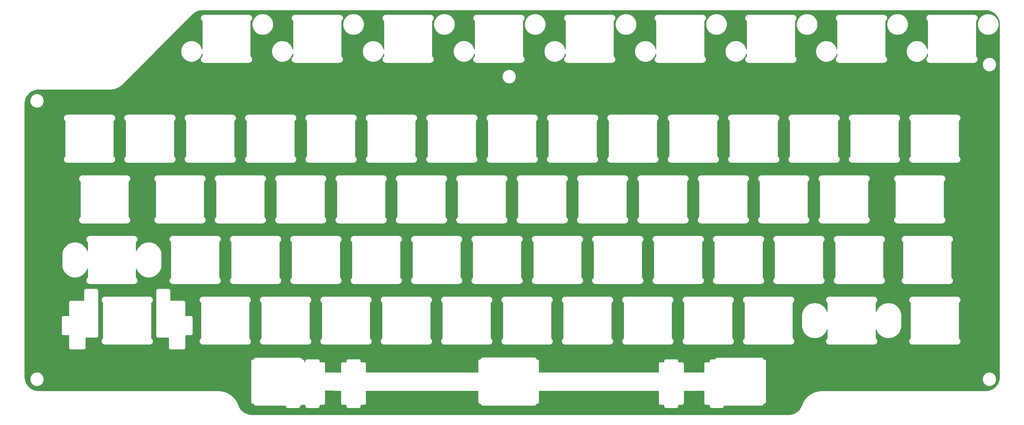
<source format=gtl>
G04 #@! TF.GenerationSoftware,KiCad,Pcbnew,5.1.9+dfsg1-1*
G04 #@! TF.CreationDate,2021-12-31T17:37:14+01:00*
G04 #@! TF.ProjectId,Atari130MXPlate,41746172-6931-4333-904d-58506c617465,C.5*
G04 #@! TF.SameCoordinates,Original*
G04 #@! TF.FileFunction,Copper,L1,Top*
G04 #@! TF.FilePolarity,Positive*
%FSLAX46Y46*%
G04 Gerber Fmt 4.6, Leading zero omitted, Abs format (unit mm)*
G04 Created by KiCad (PCBNEW 5.1.9+dfsg1-1) date 2021-12-31 17:37:14*
%MOMM*%
%LPD*%
G01*
G04 APERTURE LIST*
G04 #@! TA.AperFunction,NonConductor*
%ADD10C,0.254000*%
G04 #@! TD*
G04 #@! TA.AperFunction,NonConductor*
%ADD11C,0.100000*%
G04 #@! TD*
G04 APERTURE END LIST*
D10*
X336138083Y-22421173D02*
X336881891Y-22624656D01*
X337577905Y-22956638D01*
X338204130Y-23406626D01*
X338740777Y-23960403D01*
X339170871Y-24600451D01*
X339480829Y-25306553D01*
X339662065Y-26061457D01*
X339710001Y-26714220D01*
X339710000Y-137660608D01*
X339638827Y-138458083D01*
X339435344Y-139201890D01*
X339103363Y-139897904D01*
X338653374Y-140524130D01*
X338099597Y-141060777D01*
X337459549Y-141490871D01*
X336753447Y-141800829D01*
X335998543Y-141982065D01*
X335345668Y-142030009D01*
X283806061Y-142048410D01*
X283783599Y-142050630D01*
X282966140Y-142106915D01*
X282947101Y-142109773D01*
X282927869Y-142110673D01*
X282868877Y-142120945D01*
X281923629Y-142330114D01*
X281901595Y-142336883D01*
X281879024Y-142341630D01*
X281822442Y-142361199D01*
X281822433Y-142361202D01*
X281822429Y-142361204D01*
X280922787Y-142718808D01*
X280902116Y-142729014D01*
X280880597Y-142737308D01*
X280827864Y-142765676D01*
X279996965Y-143262519D01*
X279978189Y-143275901D01*
X279958277Y-143287526D01*
X279910770Y-143323950D01*
X279910756Y-143323960D01*
X279910750Y-143323966D01*
X279169981Y-143947256D01*
X279153592Y-143963462D01*
X279135788Y-143978126D01*
X279094719Y-144021674D01*
X279094704Y-144021689D01*
X279094698Y-144021697D01*
X278463112Y-144755403D01*
X278449522Y-144774024D01*
X278434294Y-144791344D01*
X278400704Y-144840915D01*
X277894543Y-145666171D01*
X277884102Y-145686731D01*
X277871843Y-145706257D01*
X277846610Y-145760561D01*
X277484974Y-146641339D01*
X277139667Y-147378491D01*
X276694060Y-148007844D01*
X276144049Y-148548339D01*
X275507011Y-148982898D01*
X274803091Y-149297775D01*
X274050595Y-149483999D01*
X273365659Y-149536702D01*
X104448059Y-149514270D01*
X103650537Y-149443093D01*
X102906730Y-149239610D01*
X102210716Y-148907629D01*
X101584490Y-148457640D01*
X101047843Y-147903863D01*
X100615484Y-147260444D01*
X100327478Y-146625539D01*
X100033791Y-145890003D01*
X100025512Y-145873300D01*
X100019009Y-145855814D01*
X99991266Y-145802749D01*
X99504284Y-144966031D01*
X99491126Y-144947099D01*
X99479736Y-144927049D01*
X99443867Y-144879101D01*
X98829375Y-144131008D01*
X98813363Y-144114428D01*
X98798911Y-144096452D01*
X98755837Y-144054857D01*
X98029644Y-143414631D01*
X98011183Y-143400820D01*
X97994047Y-143385391D01*
X97944877Y-143351217D01*
X97944876Y-143351216D01*
X97944873Y-143351214D01*
X97125665Y-142835331D01*
X97105234Y-142824650D01*
X97085849Y-142812157D01*
X97031860Y-142786291D01*
X97031849Y-142786285D01*
X97031844Y-142786283D01*
X96140693Y-142408013D01*
X96118817Y-142400736D01*
X96097686Y-142391504D01*
X96040243Y-142374597D01*
X95100073Y-142143669D01*
X95077308Y-142139982D01*
X95054980Y-142134249D01*
X94995572Y-142126744D01*
X94036529Y-142049581D01*
X94010262Y-142046986D01*
X37399498Y-142030010D01*
X36601917Y-141958827D01*
X35858110Y-141755344D01*
X35162096Y-141423363D01*
X34535870Y-140973374D01*
X33999223Y-140419597D01*
X33569129Y-139779549D01*
X33259171Y-139073447D01*
X33077935Y-138318543D01*
X33069955Y-138209872D01*
X34595000Y-138209872D01*
X34595000Y-138650128D01*
X34680890Y-139081925D01*
X34849369Y-139488669D01*
X35093962Y-139854729D01*
X35405271Y-140166038D01*
X35771331Y-140410631D01*
X36178075Y-140579110D01*
X36609872Y-140665000D01*
X37050128Y-140665000D01*
X37481925Y-140579110D01*
X37888669Y-140410631D01*
X38254729Y-140166038D01*
X38566038Y-139854729D01*
X38810631Y-139488669D01*
X38979110Y-139081925D01*
X39065000Y-138650128D01*
X39065000Y-138209872D01*
X38979110Y-137778075D01*
X38810631Y-137371331D01*
X38566038Y-137005271D01*
X38254729Y-136693962D01*
X37888669Y-136449369D01*
X37481925Y-136280890D01*
X37050128Y-136195000D01*
X36609872Y-136195000D01*
X36178075Y-136280890D01*
X35771331Y-136449369D01*
X35405271Y-136693962D01*
X35093962Y-137005271D01*
X34849369Y-137371331D01*
X34680890Y-137778075D01*
X34595000Y-138209872D01*
X33069955Y-138209872D01*
X33030000Y-137665793D01*
X33030000Y-132765310D01*
X104134716Y-132765310D01*
X104138030Y-132798956D01*
X104138031Y-145532273D01*
X104134716Y-145565930D01*
X104147942Y-145700213D01*
X104187111Y-145829336D01*
X104250718Y-145948337D01*
X104336319Y-146052641D01*
X104440623Y-146138242D01*
X104559624Y-146201849D01*
X104688747Y-146241018D01*
X104789383Y-146250930D01*
X104823030Y-146254244D01*
X104856677Y-146250930D01*
X104943773Y-146250930D01*
X104948572Y-146299653D01*
X104987741Y-146428776D01*
X105051348Y-146547777D01*
X105136949Y-146652081D01*
X105241253Y-146737682D01*
X105360254Y-146801289D01*
X105489377Y-146840458D01*
X105590013Y-146850370D01*
X105623660Y-146853684D01*
X105657307Y-146850370D01*
X115049300Y-146850370D01*
X115049300Y-146882753D01*
X115045986Y-146916400D01*
X115059212Y-147050683D01*
X115098381Y-147179806D01*
X115161988Y-147298807D01*
X115247589Y-147403111D01*
X115351893Y-147488712D01*
X115470894Y-147552319D01*
X115600017Y-147591488D01*
X115700653Y-147601400D01*
X115734300Y-147604714D01*
X115767947Y-147601400D01*
X119002453Y-147601400D01*
X119036100Y-147604714D01*
X119069747Y-147601400D01*
X119170383Y-147591488D01*
X119299506Y-147552319D01*
X119418507Y-147488712D01*
X119522811Y-147403111D01*
X119608412Y-147298807D01*
X119672019Y-147179806D01*
X119711188Y-147050683D01*
X119724414Y-146916400D01*
X119721100Y-146882753D01*
X119721100Y-146844041D01*
X119757483Y-146840458D01*
X119886606Y-146801289D01*
X120005607Y-146737682D01*
X120109911Y-146652081D01*
X120135434Y-146620981D01*
X121191601Y-146622509D01*
X121191601Y-146870044D01*
X121188286Y-146903700D01*
X121201512Y-147037983D01*
X121240681Y-147167106D01*
X121304288Y-147286107D01*
X121389889Y-147390411D01*
X121494193Y-147476012D01*
X121613194Y-147539619D01*
X121742317Y-147578788D01*
X121842953Y-147588700D01*
X121876600Y-147592014D01*
X121910247Y-147588700D01*
X125142053Y-147588700D01*
X125175700Y-147592014D01*
X125209347Y-147588700D01*
X125309983Y-147578788D01*
X125439106Y-147539619D01*
X125558107Y-147476012D01*
X125662411Y-147390411D01*
X125748012Y-147286107D01*
X125811619Y-147167106D01*
X125850788Y-147037983D01*
X125864014Y-146903700D01*
X125860700Y-146870053D01*
X125860700Y-146572700D01*
X126867668Y-146572700D01*
X126901315Y-146576013D01*
X126934944Y-146572700D01*
X126934947Y-146572700D01*
X127035583Y-146562788D01*
X127035595Y-146562784D01*
X127035598Y-146562784D01*
X127066441Y-146553427D01*
X127164706Y-146523619D01*
X127164714Y-146523615D01*
X127164720Y-146523613D01*
X127210479Y-146499153D01*
X127283707Y-146460012D01*
X127283716Y-146460005D01*
X127283719Y-146460003D01*
X127320705Y-146429648D01*
X127388011Y-146374411D01*
X127388018Y-146374402D01*
X127388021Y-146374400D01*
X127423319Y-146331388D01*
X127473612Y-146270107D01*
X127473617Y-146270098D01*
X127473620Y-146270094D01*
X127497020Y-146226313D01*
X127537219Y-146151106D01*
X127543099Y-146131724D01*
X127544873Y-146125875D01*
X127576388Y-146021983D01*
X127576389Y-146021974D01*
X127576391Y-146021967D01*
X127581616Y-145968902D01*
X127589614Y-145887700D01*
X127586298Y-145854038D01*
X127586215Y-142138782D01*
X132382385Y-142140197D01*
X132382301Y-145901578D01*
X132378986Y-145935240D01*
X132388782Y-146034698D01*
X132392116Y-146068546D01*
X132392212Y-146069523D01*
X132420817Y-146163820D01*
X132431102Y-146197725D01*
X132431381Y-146198646D01*
X132478545Y-146286885D01*
X132494980Y-146317634D01*
X132494983Y-146317638D01*
X132494988Y-146317647D01*
X132557505Y-146393823D01*
X132580579Y-146421940D01*
X132580582Y-146421942D01*
X132580589Y-146421951D01*
X132642451Y-146472720D01*
X132684881Y-146507543D01*
X132684884Y-146507545D01*
X132684893Y-146507552D01*
X132759979Y-146547686D01*
X132803880Y-146571153D01*
X132803886Y-146571155D01*
X132803894Y-146571159D01*
X132872408Y-146591942D01*
X132933002Y-146610325D01*
X132933010Y-146610326D01*
X132933017Y-146610328D01*
X133033653Y-146620240D01*
X133067285Y-146623553D01*
X133100929Y-146620240D01*
X134107501Y-146620240D01*
X134107501Y-146882744D01*
X134104186Y-146916400D01*
X134117412Y-147050683D01*
X134156581Y-147179806D01*
X134220188Y-147298807D01*
X134305789Y-147403111D01*
X134410093Y-147488712D01*
X134529094Y-147552319D01*
X134658217Y-147591488D01*
X134758853Y-147601400D01*
X134792500Y-147604714D01*
X134826147Y-147601400D01*
X138057953Y-147601400D01*
X138091600Y-147604714D01*
X138125247Y-147601400D01*
X138225883Y-147591488D01*
X138355006Y-147552319D01*
X138474007Y-147488712D01*
X138578311Y-147403111D01*
X138663912Y-147298807D01*
X138727519Y-147179806D01*
X138766688Y-147050683D01*
X138779914Y-146916400D01*
X138776600Y-146882753D01*
X138776600Y-146585400D01*
X139783568Y-146585400D01*
X139817215Y-146588713D01*
X139850844Y-146585400D01*
X139850847Y-146585400D01*
X139951483Y-146575488D01*
X139951495Y-146575484D01*
X139951498Y-146575484D01*
X139993349Y-146562788D01*
X140080606Y-146536319D01*
X140080614Y-146536315D01*
X140080620Y-146536313D01*
X140127294Y-146511364D01*
X140199607Y-146472712D01*
X140199616Y-146472705D01*
X140199619Y-146472703D01*
X140223916Y-146452762D01*
X140303911Y-146387111D01*
X140303918Y-146387102D01*
X140303921Y-146387100D01*
X140339219Y-146344088D01*
X140389512Y-146282807D01*
X140389517Y-146282798D01*
X140389520Y-146282794D01*
X140405955Y-146252045D01*
X140453119Y-146163806D01*
X140456972Y-146151106D01*
X140468343Y-146113619D01*
X140492288Y-146034683D01*
X140492289Y-146034674D01*
X140492291Y-146034667D01*
X140497011Y-145986733D01*
X140505514Y-145900400D01*
X140502198Y-145866738D01*
X140502115Y-142151280D01*
X175575400Y-142151280D01*
X175575401Y-145532273D01*
X175572086Y-145565930D01*
X175585312Y-145700213D01*
X175624481Y-145829336D01*
X175688088Y-145948337D01*
X175773689Y-146052641D01*
X175877993Y-146138242D01*
X175996994Y-146201849D01*
X176126117Y-146241018D01*
X176226753Y-146250930D01*
X176260400Y-146254244D01*
X176294047Y-146250930D01*
X176384845Y-146250930D01*
X176386212Y-146264813D01*
X176386230Y-146264873D01*
X176386236Y-146264932D01*
X176405109Y-146327108D01*
X176425381Y-146393936D01*
X176425411Y-146393992D01*
X176425428Y-146394048D01*
X176455881Y-146450998D01*
X176488988Y-146512937D01*
X176489028Y-146512986D01*
X176489056Y-146513038D01*
X176529772Y-146562632D01*
X176574589Y-146617241D01*
X176574639Y-146617282D01*
X176574676Y-146617327D01*
X176621970Y-146656126D01*
X176678893Y-146702842D01*
X176678951Y-146702873D01*
X176678995Y-146702909D01*
X176734252Y-146732432D01*
X176797894Y-146766449D01*
X176797956Y-146766468D01*
X176798007Y-146766495D01*
X176858255Y-146784759D01*
X176927017Y-146805618D01*
X176927082Y-146805624D01*
X176927137Y-146805641D01*
X176989405Y-146811763D01*
X177027653Y-146815530D01*
X177027723Y-146815530D01*
X177061421Y-146818843D01*
X177094999Y-146815530D01*
X193408323Y-146815530D01*
X193442021Y-146818843D01*
X193505179Y-146812611D01*
X193576183Y-146805618D01*
X193576243Y-146805600D01*
X193576302Y-146805594D01*
X193638478Y-146786721D01*
X193705306Y-146766449D01*
X193705362Y-146766419D01*
X193705418Y-146766402D01*
X193762368Y-146735949D01*
X193824307Y-146702842D01*
X193824356Y-146702802D01*
X193824408Y-146702774D01*
X193874002Y-146662058D01*
X193928611Y-146617241D01*
X193928652Y-146617191D01*
X193928697Y-146617154D01*
X193968604Y-146568509D01*
X194014212Y-146512937D01*
X194014243Y-146512879D01*
X194014279Y-146512835D01*
X194043802Y-146457578D01*
X194077819Y-146393936D01*
X194077838Y-146393874D01*
X194077865Y-146393823D01*
X194096129Y-146333575D01*
X194116988Y-146264813D01*
X194116994Y-146264748D01*
X194117011Y-146264693D01*
X194118364Y-146250930D01*
X194208953Y-146250930D01*
X194242600Y-146254244D01*
X194276247Y-146250930D01*
X194376883Y-146241018D01*
X194506006Y-146201849D01*
X194625007Y-146138242D01*
X194729311Y-146052641D01*
X194814912Y-145948337D01*
X194878519Y-145829336D01*
X194917688Y-145700213D01*
X194930914Y-145565930D01*
X194927600Y-145532283D01*
X194927600Y-142151280D01*
X232382500Y-142151280D01*
X232382501Y-145901583D01*
X232379186Y-145935240D01*
X232392412Y-146069523D01*
X232431581Y-146198646D01*
X232495188Y-146317647D01*
X232580789Y-146421951D01*
X232685093Y-146507552D01*
X232804094Y-146571159D01*
X232933217Y-146610328D01*
X233033853Y-146620240D01*
X233067500Y-146623554D01*
X233101147Y-146620240D01*
X234106573Y-146620240D01*
X234106597Y-146847945D01*
X234103286Y-146881560D01*
X234106604Y-146915247D01*
X234106604Y-146915279D01*
X234109375Y-146943377D01*
X234116512Y-147015843D01*
X234116524Y-147015882D01*
X234116527Y-147015914D01*
X234134549Y-147075304D01*
X234155681Y-147144966D01*
X234155699Y-147144999D01*
X234155709Y-147145033D01*
X234185396Y-147200559D01*
X234219288Y-147263967D01*
X234219314Y-147263998D01*
X234219329Y-147264027D01*
X234257123Y-147310069D01*
X234304889Y-147368271D01*
X234304920Y-147368296D01*
X234304941Y-147368322D01*
X234352168Y-147407072D01*
X234409193Y-147453872D01*
X234409228Y-147453891D01*
X234409254Y-147453912D01*
X234460159Y-147481114D01*
X234528194Y-147517479D01*
X234528234Y-147517491D01*
X234528262Y-147517506D01*
X234586155Y-147535061D01*
X234657317Y-147556648D01*
X234657355Y-147556652D01*
X234657389Y-147556662D01*
X234719179Y-147562741D01*
X234757953Y-147566560D01*
X234757997Y-147566560D01*
X234791672Y-147569873D01*
X234825273Y-147566560D01*
X238057997Y-147566560D01*
X238091672Y-147569873D01*
X238149618Y-147564160D01*
X238225883Y-147556648D01*
X238225922Y-147556636D01*
X238225954Y-147556633D01*
X238285344Y-147538611D01*
X238355006Y-147517479D01*
X238355039Y-147517461D01*
X238355073Y-147517451D01*
X238410599Y-147487764D01*
X238474007Y-147453872D01*
X238474038Y-147453846D01*
X238474067Y-147453831D01*
X238520815Y-147415457D01*
X238578311Y-147368271D01*
X238578336Y-147368240D01*
X238578362Y-147368219D01*
X238617112Y-147320992D01*
X238663912Y-147263967D01*
X238663931Y-147263932D01*
X238663952Y-147263906D01*
X238693450Y-147208705D01*
X238727519Y-147144966D01*
X238727531Y-147144926D01*
X238727546Y-147144898D01*
X238745368Y-147086126D01*
X238766688Y-147015843D01*
X238766692Y-147015805D01*
X238766702Y-147015771D01*
X238773168Y-146950047D01*
X238779914Y-146881560D01*
X238776596Y-146847871D01*
X238776572Y-146620240D01*
X239782853Y-146620240D01*
X239816500Y-146623554D01*
X239850147Y-146620240D01*
X239950783Y-146610328D01*
X240079906Y-146571159D01*
X240198907Y-146507552D01*
X240303211Y-146421951D01*
X240388812Y-146317647D01*
X240452419Y-146198646D01*
X240491588Y-146069523D01*
X240504814Y-145935240D01*
X240501500Y-145901593D01*
X240501500Y-142151280D01*
X246675500Y-142151280D01*
X246675501Y-145901583D01*
X246672186Y-145935240D01*
X246685412Y-146069523D01*
X246724581Y-146198646D01*
X246788188Y-146317647D01*
X246873789Y-146421951D01*
X246978093Y-146507552D01*
X247097094Y-146571159D01*
X247226217Y-146610328D01*
X247326853Y-146620240D01*
X247360500Y-146623554D01*
X247394147Y-146620240D01*
X248400573Y-146620240D01*
X248400597Y-146847945D01*
X248397286Y-146881560D01*
X248400604Y-146915247D01*
X248400604Y-146915279D01*
X248403375Y-146943377D01*
X248410512Y-147015843D01*
X248410524Y-147015882D01*
X248410527Y-147015914D01*
X248428549Y-147075304D01*
X248449681Y-147144966D01*
X248449699Y-147144999D01*
X248449709Y-147145033D01*
X248479396Y-147200559D01*
X248513288Y-147263967D01*
X248513314Y-147263998D01*
X248513329Y-147264027D01*
X248551123Y-147310069D01*
X248598889Y-147368271D01*
X248598920Y-147368296D01*
X248598941Y-147368322D01*
X248646168Y-147407072D01*
X248703193Y-147453872D01*
X248703228Y-147453891D01*
X248703254Y-147453912D01*
X248754159Y-147481114D01*
X248822194Y-147517479D01*
X248822234Y-147517491D01*
X248822262Y-147517506D01*
X248880155Y-147535061D01*
X248951317Y-147556648D01*
X248951355Y-147556652D01*
X248951389Y-147556662D01*
X249013179Y-147562741D01*
X249051953Y-147566560D01*
X249051997Y-147566560D01*
X249085672Y-147569873D01*
X249119273Y-147566560D01*
X252352011Y-147566560D01*
X252385696Y-147569873D01*
X252448037Y-147563724D01*
X252519883Y-147556648D01*
X252519931Y-147556634D01*
X252519977Y-147556629D01*
X252581959Y-147537817D01*
X252649006Y-147517479D01*
X252649051Y-147517455D01*
X252649094Y-147517442D01*
X252703851Y-147488164D01*
X252768007Y-147453872D01*
X252768048Y-147453838D01*
X252768086Y-147453818D01*
X252815466Y-147414923D01*
X252872311Y-147368271D01*
X252872344Y-147368231D01*
X252872378Y-147368203D01*
X252912548Y-147319242D01*
X252957912Y-147263967D01*
X252957936Y-147263923D01*
X252957965Y-147263887D01*
X252987818Y-147208016D01*
X253021519Y-147144966D01*
X253021534Y-147144916D01*
X253021555Y-147144877D01*
X253039368Y-147086126D01*
X253060688Y-147015843D01*
X253060693Y-147015790D01*
X253060706Y-147015748D01*
X253067168Y-146950047D01*
X253073914Y-146881560D01*
X253070842Y-146850370D01*
X264845809Y-146850370D01*
X264879392Y-146853683D01*
X264913085Y-146850370D01*
X264913147Y-146850370D01*
X264950146Y-146846726D01*
X265013676Y-146840479D01*
X265013727Y-146840464D01*
X265013783Y-146840458D01*
X265081484Y-146819921D01*
X265142805Y-146801330D01*
X265142850Y-146801306D01*
X265142906Y-146801289D01*
X265206284Y-146767413D01*
X265261816Y-146737742D01*
X265261856Y-146737709D01*
X265261907Y-146737682D01*
X265317534Y-146692030D01*
X265366134Y-146652157D01*
X265366166Y-146652118D01*
X265366211Y-146652081D01*
X265411692Y-146596662D01*
X265451751Y-146547867D01*
X265451775Y-146547822D01*
X265451812Y-146547777D01*
X265485450Y-146484844D01*
X265515377Y-146428876D01*
X265515392Y-146428826D01*
X265515419Y-146428776D01*
X265537402Y-146356309D01*
X265554566Y-146299759D01*
X265554571Y-146299709D01*
X265554588Y-146299653D01*
X265561812Y-146226313D01*
X265562820Y-146216090D01*
X265644963Y-146216090D01*
X265678605Y-146219403D01*
X265712239Y-146216090D01*
X265712247Y-146216090D01*
X265812883Y-146206178D01*
X265942006Y-146167009D01*
X266061007Y-146103402D01*
X266165311Y-146017801D01*
X266250912Y-145913497D01*
X266314519Y-145794496D01*
X266314944Y-145793098D01*
X266329172Y-145746191D01*
X266353688Y-145665373D01*
X266354911Y-145652962D01*
X266360168Y-145599577D01*
X266366914Y-145531090D01*
X266363599Y-145497438D01*
X266363543Y-138209872D01*
X334315000Y-138209872D01*
X334315000Y-138650128D01*
X334400890Y-139081925D01*
X334569369Y-139488669D01*
X334813962Y-139854729D01*
X335125271Y-140166038D01*
X335491331Y-140410631D01*
X335898075Y-140579110D01*
X336329872Y-140665000D01*
X336770128Y-140665000D01*
X337201925Y-140579110D01*
X337608669Y-140410631D01*
X337974729Y-140166038D01*
X338286038Y-139854729D01*
X338530631Y-139488669D01*
X338699110Y-139081925D01*
X338785000Y-138650128D01*
X338785000Y-138209872D01*
X338699110Y-137778075D01*
X338530631Y-137371331D01*
X338286038Y-137005271D01*
X337974729Y-136693962D01*
X337608669Y-136449369D01*
X337201925Y-136280890D01*
X336770128Y-136195000D01*
X336329872Y-136195000D01*
X335898075Y-136280890D01*
X335491331Y-136449369D01*
X335125271Y-136693962D01*
X334813962Y-137005271D01*
X334569369Y-137371331D01*
X334400890Y-137778075D01*
X334315000Y-138209872D01*
X266363543Y-138209872D01*
X266363500Y-132798956D01*
X266366814Y-132765310D01*
X266353588Y-132631027D01*
X266314419Y-132501904D01*
X266250812Y-132382903D01*
X266165211Y-132278599D01*
X266060907Y-132192998D01*
X265941906Y-132129391D01*
X265941903Y-132129390D01*
X265941901Y-132129389D01*
X265894023Y-132114866D01*
X265812783Y-132090222D01*
X265812779Y-132090222D01*
X265812777Y-132090221D01*
X265784095Y-132087396D01*
X265712147Y-132080310D01*
X265712137Y-132080310D01*
X265678495Y-132076997D01*
X265644861Y-132080310D01*
X265559383Y-132080310D01*
X265554588Y-132031627D01*
X265515419Y-131902504D01*
X265451812Y-131783503D01*
X265366211Y-131679199D01*
X265261907Y-131593598D01*
X265142906Y-131529991D01*
X265013783Y-131490822D01*
X264913147Y-131480910D01*
X264879500Y-131477596D01*
X264845853Y-131480910D01*
X250912147Y-131480910D01*
X250878500Y-131477596D01*
X250844853Y-131480910D01*
X250744217Y-131490822D01*
X250615094Y-131529991D01*
X250496093Y-131593598D01*
X250391789Y-131679199D01*
X250306188Y-131783503D01*
X250242581Y-131902504D01*
X250204115Y-132029310D01*
X249119100Y-132029310D01*
X249085423Y-132025997D01*
X249026934Y-132031764D01*
X248951217Y-132039222D01*
X248951175Y-132039235D01*
X248951141Y-132039238D01*
X248892440Y-132057052D01*
X248822094Y-132078391D01*
X248822057Y-132078411D01*
X248822023Y-132078421D01*
X248768701Y-132106930D01*
X248703093Y-132141998D01*
X248703059Y-132142026D01*
X248703029Y-132142042D01*
X248656777Y-132180009D01*
X248598789Y-132227599D01*
X248598762Y-132227632D01*
X248598735Y-132227654D01*
X248559243Y-132275785D01*
X248513188Y-132331903D01*
X248513169Y-132331939D01*
X248513145Y-132331968D01*
X248483549Y-132387355D01*
X248449581Y-132450904D01*
X248449569Y-132450945D01*
X248449552Y-132450976D01*
X248431487Y-132510553D01*
X248410412Y-132580027D01*
X248410408Y-132580068D01*
X248410397Y-132580104D01*
X248404324Y-132641843D01*
X248397186Y-132714310D01*
X248400505Y-132748003D01*
X248400523Y-132916370D01*
X247394247Y-132916370D01*
X247360600Y-132913056D01*
X247326953Y-132916370D01*
X247226317Y-132926282D01*
X247097194Y-132965451D01*
X246978193Y-133029058D01*
X246873889Y-133114659D01*
X246788288Y-133218963D01*
X246724681Y-133337964D01*
X246685512Y-133467087D01*
X246672286Y-133601370D01*
X246675600Y-133635016D01*
X246675601Y-136146570D01*
X240501600Y-136146570D01*
X240501600Y-133635016D01*
X240504914Y-133601370D01*
X240491688Y-133467087D01*
X240452519Y-133337964D01*
X240388912Y-133218963D01*
X240303311Y-133114659D01*
X240199007Y-133029058D01*
X240080006Y-132965451D01*
X239950883Y-132926282D01*
X239850247Y-132916370D01*
X239816600Y-132913056D01*
X239782953Y-132916370D01*
X238776600Y-132916370D01*
X238776600Y-132713117D01*
X238779914Y-132679470D01*
X238766688Y-132545187D01*
X238727519Y-132416064D01*
X238663912Y-132297063D01*
X238578311Y-132192759D01*
X238474007Y-132107158D01*
X238355006Y-132043551D01*
X238225883Y-132004382D01*
X238125247Y-131994470D01*
X238091600Y-131991156D01*
X238057953Y-131994470D01*
X234825247Y-131994470D01*
X234791600Y-131991156D01*
X234757953Y-131994470D01*
X234657317Y-132004382D01*
X234528194Y-132043551D01*
X234409193Y-132107158D01*
X234304889Y-132192759D01*
X234219288Y-132297063D01*
X234155681Y-132416064D01*
X234116512Y-132545187D01*
X234103286Y-132679470D01*
X234106600Y-132713118D01*
X234106600Y-132916370D01*
X233101247Y-132916370D01*
X233067600Y-132913056D01*
X233033953Y-132916370D01*
X232933317Y-132926282D01*
X232804194Y-132965451D01*
X232685193Y-133029058D01*
X232580889Y-133114659D01*
X232495288Y-133218963D01*
X232431681Y-133337964D01*
X232392512Y-133467087D01*
X232379286Y-133601370D01*
X232382600Y-133635016D01*
X232382601Y-136146570D01*
X194927682Y-136146570D01*
X194927601Y-132798950D01*
X194930914Y-132765310D01*
X194927599Y-132731653D01*
X194927599Y-132731647D01*
X194924814Y-132703382D01*
X194917688Y-132631027D01*
X194917684Y-132631015D01*
X194917684Y-132631011D01*
X194907119Y-132596187D01*
X194878519Y-132501904D01*
X194878513Y-132501893D01*
X194878512Y-132501889D01*
X194859897Y-132467064D01*
X194814912Y-132382903D01*
X194814905Y-132382894D01*
X194814902Y-132382889D01*
X194773110Y-132331968D01*
X194729311Y-132278599D01*
X194729302Y-132278592D01*
X194729299Y-132278588D01*
X194702375Y-132256493D01*
X194625007Y-132192998D01*
X194624995Y-132192992D01*
X194624992Y-132192989D01*
X194591917Y-132175311D01*
X194506006Y-132129391D01*
X194505995Y-132129388D01*
X194505990Y-132129385D01*
X194461176Y-132115792D01*
X194376883Y-132090222D01*
X194376872Y-132090221D01*
X194376866Y-132090219D01*
X194331399Y-132085742D01*
X194276247Y-132080310D01*
X194276231Y-132080310D01*
X194242584Y-132076997D01*
X194208955Y-132080310D01*
X194125214Y-132080310D01*
X194123405Y-132061934D01*
X194117009Y-131996894D01*
X194116994Y-131996843D01*
X194116988Y-131996787D01*
X194096451Y-131929086D01*
X194077860Y-131867765D01*
X194077836Y-131867720D01*
X194077819Y-131867664D01*
X194043943Y-131804286D01*
X194014272Y-131748754D01*
X194014239Y-131748714D01*
X194014212Y-131748663D01*
X193968560Y-131693036D01*
X193928687Y-131644436D01*
X193928648Y-131644404D01*
X193928611Y-131644359D01*
X193873192Y-131598878D01*
X193824397Y-131558819D01*
X193824352Y-131558795D01*
X193824307Y-131558758D01*
X193761374Y-131525120D01*
X193705406Y-131495193D01*
X193705356Y-131495178D01*
X193705306Y-131495151D01*
X193636378Y-131474242D01*
X193576289Y-131456004D01*
X193576239Y-131455999D01*
X193576183Y-131455982D01*
X193503013Y-131448775D01*
X193442008Y-131442757D01*
X193408315Y-131446070D01*
X177094947Y-131446070D01*
X177061300Y-131442756D01*
X177027653Y-131446070D01*
X176927017Y-131455982D01*
X176797894Y-131495151D01*
X176678893Y-131558758D01*
X176574589Y-131644359D01*
X176488988Y-131748663D01*
X176425381Y-131867664D01*
X176386212Y-131996787D01*
X176381417Y-132045470D01*
X176294147Y-132045470D01*
X176260500Y-132042156D01*
X176226853Y-132045470D01*
X176126217Y-132055382D01*
X175997094Y-132094551D01*
X175878093Y-132158158D01*
X175773789Y-132243759D01*
X175688188Y-132348063D01*
X175624581Y-132467064D01*
X175585412Y-132596187D01*
X175572186Y-132730470D01*
X175575500Y-132764117D01*
X175575501Y-136146570D01*
X140502178Y-136146570D01*
X140502100Y-133669856D01*
X140505414Y-133636210D01*
X140501983Y-133601370D01*
X140500849Y-133589863D01*
X140492188Y-133501927D01*
X140492184Y-133501913D01*
X140492183Y-133501906D01*
X140476530Y-133450310D01*
X140453019Y-133372804D01*
X140453012Y-133372790D01*
X140453010Y-133372785D01*
X140434181Y-133337561D01*
X140389412Y-133253803D01*
X140389404Y-133253793D01*
X140389400Y-133253786D01*
X140346094Y-133201021D01*
X140303811Y-133149499D01*
X140303800Y-133149490D01*
X140303795Y-133149484D01*
X140261377Y-133114674D01*
X140199507Y-133063898D01*
X140199494Y-133063891D01*
X140199489Y-133063887D01*
X140159163Y-133042334D01*
X140080506Y-133000291D01*
X140080494Y-133000287D01*
X140080486Y-133000283D01*
X140026302Y-132983848D01*
X139951383Y-132961122D01*
X139951370Y-132961121D01*
X139951361Y-132961118D01*
X139901278Y-132956187D01*
X139850747Y-132951210D01*
X139850728Y-132951210D01*
X139817079Y-132947897D01*
X139783452Y-132951210D01*
X138776700Y-132951210D01*
X138776700Y-132713117D01*
X138780014Y-132679470D01*
X138766788Y-132545187D01*
X138727619Y-132416064D01*
X138664012Y-132297063D01*
X138578411Y-132192759D01*
X138474107Y-132107158D01*
X138355106Y-132043551D01*
X138225983Y-132004382D01*
X138125347Y-131994470D01*
X138091700Y-131991156D01*
X138058053Y-131994470D01*
X134826247Y-131994470D01*
X134792600Y-131991156D01*
X134758953Y-131994470D01*
X134658317Y-132004382D01*
X134529194Y-132043551D01*
X134410193Y-132107158D01*
X134305889Y-132192759D01*
X134220288Y-132297063D01*
X134156681Y-132416064D01*
X134117512Y-132545187D01*
X134104286Y-132679470D01*
X134107600Y-132713118D01*
X134107600Y-132916370D01*
X133101047Y-132916370D01*
X133067421Y-132913057D01*
X133033772Y-132916370D01*
X133033753Y-132916370D01*
X132984875Y-132921184D01*
X132933138Y-132926278D01*
X132933129Y-132926281D01*
X132933117Y-132926282D01*
X132862017Y-132947850D01*
X132804014Y-132965443D01*
X132804006Y-132965447D01*
X132803994Y-132965451D01*
X132725337Y-133007494D01*
X132685011Y-133029047D01*
X132685006Y-133029051D01*
X132684993Y-133029058D01*
X132612971Y-133088165D01*
X132580704Y-133114645D01*
X132580700Y-133114650D01*
X132580689Y-133114659D01*
X132538406Y-133166181D01*
X132495100Y-133218946D01*
X132495096Y-133218953D01*
X132495088Y-133218963D01*
X132458924Y-133286622D01*
X132431490Y-133337945D01*
X132431488Y-133337950D01*
X132431481Y-133337964D01*
X132407970Y-133415470D01*
X132392317Y-133467067D01*
X132392316Y-133467072D01*
X132392312Y-133467087D01*
X132379086Y-133601370D01*
X132382400Y-133635016D01*
X132382321Y-136168710D01*
X127586200Y-136168710D01*
X127586200Y-133657157D01*
X127589514Y-133623510D01*
X127576288Y-133489227D01*
X127537119Y-133360104D01*
X127473512Y-133241103D01*
X127387911Y-133136799D01*
X127283607Y-133051198D01*
X127164606Y-132987591D01*
X127035483Y-132948422D01*
X126934847Y-132938510D01*
X126901200Y-132935196D01*
X126867553Y-132938510D01*
X125860771Y-132938510D01*
X125860796Y-132700458D01*
X125864114Y-132666770D01*
X125857159Y-132596153D01*
X125850902Y-132532558D01*
X125850892Y-132532524D01*
X125850888Y-132532487D01*
X125830137Y-132464080D01*
X125811746Y-132403431D01*
X125811731Y-132403402D01*
X125811719Y-132403364D01*
X125776146Y-132336811D01*
X125748151Y-132284423D01*
X125748131Y-132284399D01*
X125748112Y-132284363D01*
X125700477Y-132226320D01*
X125662561Y-132180110D01*
X125662536Y-132180090D01*
X125662511Y-132180059D01*
X125606031Y-132133707D01*
X125558266Y-132094498D01*
X125558237Y-132094482D01*
X125558207Y-132094458D01*
X125494285Y-132060291D01*
X125439272Y-132030879D01*
X125439241Y-132030869D01*
X125439206Y-132030851D01*
X125366787Y-132008883D01*
X125310153Y-131991697D01*
X125310123Y-131991694D01*
X125310083Y-131991682D01*
X125232878Y-131984078D01*
X125175871Y-131978457D01*
X125142196Y-131981770D01*
X121905111Y-131981770D01*
X121873800Y-131978686D01*
X121739517Y-131991912D01*
X121610394Y-132031081D01*
X121491393Y-132094688D01*
X121387089Y-132180290D01*
X121301488Y-132284594D01*
X121237881Y-132403595D01*
X121198712Y-132532718D01*
X121188800Y-132633354D01*
X121188800Y-132662566D01*
X121188386Y-132666770D01*
X121188800Y-132670974D01*
X121188800Y-132951210D01*
X121107400Y-132951210D01*
X121107400Y-132798956D01*
X121110714Y-132765310D01*
X121107400Y-132731658D01*
X121097488Y-132631027D01*
X121058319Y-132501904D01*
X120994712Y-132382903D01*
X120909111Y-132278599D01*
X120804807Y-132192998D01*
X120685806Y-132129391D01*
X120556683Y-132090222D01*
X120422400Y-132076996D01*
X120388753Y-132080310D01*
X120303083Y-132080310D01*
X120298288Y-132031627D01*
X120259119Y-131902504D01*
X120195512Y-131783503D01*
X120109911Y-131679199D01*
X120005607Y-131593598D01*
X119886606Y-131529991D01*
X119757483Y-131490822D01*
X119656847Y-131480910D01*
X119623200Y-131477596D01*
X119589553Y-131480910D01*
X105657307Y-131480910D01*
X105623660Y-131477596D01*
X105590013Y-131480910D01*
X105489377Y-131490822D01*
X105360254Y-131529991D01*
X105241253Y-131593598D01*
X105136949Y-131679199D01*
X105051348Y-131783503D01*
X104987741Y-131902504D01*
X104948572Y-132031627D01*
X104943777Y-132080310D01*
X104856677Y-132080310D01*
X104823030Y-132076996D01*
X104789383Y-132080310D01*
X104688747Y-132090222D01*
X104559624Y-132129391D01*
X104440623Y-132192998D01*
X104336319Y-132278599D01*
X104250718Y-132382903D01*
X104187111Y-132501904D01*
X104147942Y-132631027D01*
X104134716Y-132765310D01*
X33030000Y-132765310D01*
X33030000Y-119060000D01*
X44521638Y-119060000D01*
X44525001Y-119094145D01*
X44525000Y-123925865D01*
X44521638Y-123960000D01*
X44535057Y-124096244D01*
X44574798Y-124227252D01*
X44639333Y-124347989D01*
X44726183Y-124453817D01*
X44832011Y-124540667D01*
X44952748Y-124605202D01*
X45083756Y-124644943D01*
X45220000Y-124658362D01*
X45254134Y-124655000D01*
X46825001Y-124655000D01*
X46825000Y-128425865D01*
X46821638Y-128460000D01*
X46835057Y-128596244D01*
X46874798Y-128727252D01*
X46939333Y-128847989D01*
X47026183Y-128953817D01*
X47132011Y-129040667D01*
X47252748Y-129105202D01*
X47383756Y-129144943D01*
X47520000Y-129158362D01*
X47554134Y-129155000D01*
X51485866Y-129155000D01*
X51520000Y-129158362D01*
X51656244Y-129144943D01*
X51787252Y-129105202D01*
X51907989Y-129040667D01*
X52013817Y-128953817D01*
X52100667Y-128847989D01*
X52165202Y-128727252D01*
X52204943Y-128596244D01*
X52215000Y-128494135D01*
X52215000Y-128494134D01*
X52218362Y-128460000D01*
X52215000Y-128425865D01*
X52215000Y-125457870D01*
X52220000Y-125458362D01*
X52254134Y-125455000D01*
X55485866Y-125455000D01*
X55520000Y-125458362D01*
X55656244Y-125444943D01*
X55787252Y-125405202D01*
X55907989Y-125340667D01*
X56013817Y-125253817D01*
X56100667Y-125147989D01*
X56165202Y-125027252D01*
X56204943Y-124896244D01*
X56215000Y-124794135D01*
X56215000Y-124794134D01*
X56218362Y-124760000D01*
X56215000Y-124725865D01*
X56215000Y-113400503D01*
X57027872Y-113400503D01*
X57028312Y-113463491D01*
X57027872Y-113526479D01*
X57028819Y-113536137D01*
X57039019Y-113633186D01*
X57051692Y-113694926D01*
X57063489Y-113756765D01*
X57066293Y-113766055D01*
X57095149Y-113859274D01*
X57119547Y-113917313D01*
X57143158Y-113975752D01*
X57147714Y-113984320D01*
X57194127Y-114070158D01*
X57229361Y-114122394D01*
X57263842Y-114175086D01*
X57269975Y-114182607D01*
X57332177Y-114257796D01*
X57376864Y-114302171D01*
X57420941Y-114347182D01*
X57428418Y-114353368D01*
X57504039Y-114415044D01*
X57525000Y-114428971D01*
X57525001Y-125491087D01*
X57498253Y-125508859D01*
X57490783Y-125515039D01*
X57490779Y-125515041D01*
X57490776Y-125515044D01*
X57416024Y-125577769D01*
X57371944Y-125622783D01*
X57327259Y-125667157D01*
X57321125Y-125674677D01*
X57259979Y-125750727D01*
X57225495Y-125803423D01*
X57190262Y-125855659D01*
X57185706Y-125864228D01*
X57140496Y-125950707D01*
X57116897Y-126009116D01*
X57092491Y-126067177D01*
X57089687Y-126076463D01*
X57089684Y-126076471D01*
X57089682Y-126076479D01*
X57062134Y-126170078D01*
X57050329Y-126231959D01*
X57037663Y-126293663D01*
X57036716Y-126303321D01*
X57027872Y-126400503D01*
X57028312Y-126463491D01*
X57027872Y-126526479D01*
X57028819Y-126536137D01*
X57039019Y-126633186D01*
X57051692Y-126694926D01*
X57063489Y-126756765D01*
X57066293Y-126766055D01*
X57095149Y-126859274D01*
X57119547Y-126917313D01*
X57143158Y-126975752D01*
X57147714Y-126984320D01*
X57194127Y-127070158D01*
X57229361Y-127122394D01*
X57263842Y-127175086D01*
X57269975Y-127182607D01*
X57332177Y-127257796D01*
X57376864Y-127302171D01*
X57420941Y-127347182D01*
X57428418Y-127353368D01*
X57504039Y-127415044D01*
X57556490Y-127449893D01*
X57608488Y-127485496D01*
X57617009Y-127490102D01*
X57617016Y-127490107D01*
X57617023Y-127490110D01*
X57617025Y-127490111D01*
X57703186Y-127535923D01*
X57761398Y-127559916D01*
X57819315Y-127584739D01*
X57828585Y-127587609D01*
X57922003Y-127615814D01*
X57983775Y-127628046D01*
X58045415Y-127641147D01*
X58055053Y-127642160D01*
X58055060Y-127642161D01*
X58055066Y-127642161D01*
X58152183Y-127651683D01*
X58152187Y-127651683D01*
X58185865Y-127655000D01*
X72254135Y-127655000D01*
X72288310Y-127651634D01*
X72294797Y-127651634D01*
X72304448Y-127650620D01*
X72346545Y-127645898D01*
X72356244Y-127644943D01*
X72356938Y-127644733D01*
X72401423Y-127639743D01*
X72463035Y-127626648D01*
X72524832Y-127614411D01*
X72534096Y-127611544D01*
X72534100Y-127611543D01*
X72534103Y-127611542D01*
X72627118Y-127582036D01*
X72685052Y-127557205D01*
X72743252Y-127533217D01*
X72751785Y-127528604D01*
X72751790Y-127528602D01*
X72751794Y-127528599D01*
X72837302Y-127481591D01*
X72889271Y-127446007D01*
X72941747Y-127411141D01*
X72949224Y-127404956D01*
X73023976Y-127342231D01*
X73068037Y-127297237D01*
X73112742Y-127252843D01*
X73118875Y-127245323D01*
X73180021Y-127169273D01*
X73214516Y-127116559D01*
X73249738Y-127064340D01*
X73254294Y-127055772D01*
X73299504Y-126969293D01*
X73323114Y-126910855D01*
X73347509Y-126852823D01*
X73350314Y-126843534D01*
X73350316Y-126843529D01*
X73350317Y-126843524D01*
X73377866Y-126749922D01*
X73389665Y-126688073D01*
X73402337Y-126626337D01*
X73403284Y-126616679D01*
X73412128Y-126519496D01*
X73411688Y-126456509D01*
X73412128Y-126393521D01*
X73411181Y-126383863D01*
X73400981Y-126286815D01*
X73388310Y-126225088D01*
X73376511Y-126163235D01*
X73373707Y-126153945D01*
X73344851Y-126060726D01*
X73320453Y-126002687D01*
X73296842Y-125944248D01*
X73292286Y-125935680D01*
X73245873Y-125849842D01*
X73210629Y-125797591D01*
X73176158Y-125744914D01*
X73170025Y-125737393D01*
X73170024Y-125737391D01*
X73170020Y-125737387D01*
X73107823Y-125662204D01*
X73063136Y-125617829D01*
X73019059Y-125572818D01*
X73011582Y-125566632D01*
X72935961Y-125504956D01*
X72915000Y-125491029D01*
X72915000Y-114428912D01*
X72941747Y-114411141D01*
X72949224Y-114404956D01*
X73023976Y-114342231D01*
X73068037Y-114297237D01*
X73112742Y-114252843D01*
X73118875Y-114245323D01*
X73180021Y-114169273D01*
X73214516Y-114116559D01*
X73249738Y-114064340D01*
X73254294Y-114055772D01*
X73299504Y-113969293D01*
X73323114Y-113910855D01*
X73347509Y-113852823D01*
X73350314Y-113843534D01*
X73350316Y-113843529D01*
X73350317Y-113843524D01*
X73377866Y-113749922D01*
X73389665Y-113688073D01*
X73402337Y-113626337D01*
X73403284Y-113616679D01*
X73412128Y-113519496D01*
X73411688Y-113456508D01*
X73412128Y-113393521D01*
X73411181Y-113383863D01*
X73400981Y-113286815D01*
X73388310Y-113225088D01*
X73376511Y-113163235D01*
X73373707Y-113153945D01*
X73344851Y-113060726D01*
X73320453Y-113002687D01*
X73296842Y-112944248D01*
X73292286Y-112935680D01*
X73245873Y-112849842D01*
X73210629Y-112797591D01*
X73176158Y-112744914D01*
X73170025Y-112737393D01*
X73170024Y-112737391D01*
X73170020Y-112737387D01*
X73107823Y-112662204D01*
X73063136Y-112617829D01*
X73019059Y-112572818D01*
X73011582Y-112566632D01*
X72935961Y-112504956D01*
X72883492Y-112470095D01*
X72831511Y-112434504D01*
X72822991Y-112429898D01*
X72822984Y-112429893D01*
X72822977Y-112429890D01*
X72822975Y-112429889D01*
X72736814Y-112384077D01*
X72678602Y-112360084D01*
X72620685Y-112335261D01*
X72611415Y-112332391D01*
X72517997Y-112304186D01*
X72456233Y-112291956D01*
X72394586Y-112278853D01*
X72384946Y-112277840D01*
X72384940Y-112277839D01*
X72384935Y-112277839D01*
X72287817Y-112268317D01*
X72287813Y-112268317D01*
X72254135Y-112265000D01*
X58185865Y-112265000D01*
X58151690Y-112268366D01*
X58145203Y-112268366D01*
X58135551Y-112269380D01*
X58093451Y-112274102D01*
X58083756Y-112275057D01*
X58083063Y-112275267D01*
X58038577Y-112280257D01*
X57976965Y-112293352D01*
X57915168Y-112305589D01*
X57905904Y-112308456D01*
X57905900Y-112308457D01*
X57905897Y-112308458D01*
X57905898Y-112308458D01*
X57812883Y-112337964D01*
X57754987Y-112362778D01*
X57696747Y-112386783D01*
X57688220Y-112391394D01*
X57688211Y-112391398D01*
X57688204Y-112391403D01*
X57602698Y-112438409D01*
X57550691Y-112474019D01*
X57498253Y-112508859D01*
X57490783Y-112515039D01*
X57490779Y-112515041D01*
X57490776Y-112515044D01*
X57416024Y-112577769D01*
X57371944Y-112622783D01*
X57327259Y-112667157D01*
X57321125Y-112674677D01*
X57259979Y-112750727D01*
X57225495Y-112803423D01*
X57190262Y-112855659D01*
X57185706Y-112864228D01*
X57140496Y-112950707D01*
X57116897Y-113009116D01*
X57092491Y-113067177D01*
X57089687Y-113076463D01*
X57089684Y-113076471D01*
X57089682Y-113076479D01*
X57062134Y-113170078D01*
X57050329Y-113231959D01*
X57037663Y-113293663D01*
X57036716Y-113303321D01*
X57027872Y-113400503D01*
X56215000Y-113400503D01*
X56215000Y-110594135D01*
X56218362Y-110560000D01*
X74221638Y-110560000D01*
X74225000Y-110594135D01*
X74225001Y-124725855D01*
X74221638Y-124760000D01*
X74235057Y-124896244D01*
X74274798Y-125027252D01*
X74339333Y-125147989D01*
X74426183Y-125253817D01*
X74532011Y-125340667D01*
X74652748Y-125405202D01*
X74783756Y-125444943D01*
X74885865Y-125455000D01*
X74885866Y-125455000D01*
X74920000Y-125458362D01*
X74954135Y-125455000D01*
X78185865Y-125455000D01*
X78220000Y-125458362D01*
X78225000Y-125457870D01*
X78225001Y-128425855D01*
X78221638Y-128460000D01*
X78235057Y-128596244D01*
X78274798Y-128727252D01*
X78339333Y-128847989D01*
X78426183Y-128953817D01*
X78532011Y-129040667D01*
X78652748Y-129105202D01*
X78783756Y-129144943D01*
X78885865Y-129155000D01*
X78885866Y-129155000D01*
X78920000Y-129158362D01*
X78954135Y-129155000D01*
X82885865Y-129155000D01*
X82920000Y-129158362D01*
X82954134Y-129155000D01*
X82954135Y-129155000D01*
X83056244Y-129144943D01*
X83187252Y-129105202D01*
X83307989Y-129040667D01*
X83413817Y-128953817D01*
X83500667Y-128847989D01*
X83565202Y-128727252D01*
X83604943Y-128596244D01*
X83618362Y-128460000D01*
X83615000Y-128425865D01*
X83615000Y-124655000D01*
X85185865Y-124655000D01*
X85220000Y-124658362D01*
X85254134Y-124655000D01*
X85254135Y-124655000D01*
X85356244Y-124644943D01*
X85487252Y-124605202D01*
X85607989Y-124540667D01*
X85713817Y-124453817D01*
X85800667Y-124347989D01*
X85865202Y-124227252D01*
X85904943Y-124096244D01*
X85918362Y-123960000D01*
X85915000Y-123925865D01*
X85915000Y-119094135D01*
X85918362Y-119060000D01*
X85904943Y-118923756D01*
X85865202Y-118792748D01*
X85800667Y-118672011D01*
X85713817Y-118566183D01*
X85607989Y-118479333D01*
X85487252Y-118414798D01*
X85356244Y-118375057D01*
X85254135Y-118365000D01*
X85220000Y-118361638D01*
X85185866Y-118365000D01*
X83615000Y-118365000D01*
X83615000Y-114294135D01*
X83618362Y-114260000D01*
X83611699Y-114192345D01*
X83604943Y-114123756D01*
X83565202Y-113992748D01*
X83500667Y-113872011D01*
X83479107Y-113845740D01*
X83413817Y-113766183D01*
X83307989Y-113679333D01*
X83187252Y-113614798D01*
X83056244Y-113575057D01*
X82954135Y-113565000D01*
X82954134Y-113565000D01*
X82920000Y-113561638D01*
X82885865Y-113565000D01*
X78915000Y-113565000D01*
X78915000Y-113400503D01*
X87877872Y-113400503D01*
X87878312Y-113463491D01*
X87877872Y-113526479D01*
X87878819Y-113536137D01*
X87889019Y-113633186D01*
X87901692Y-113694926D01*
X87913489Y-113756765D01*
X87916293Y-113766055D01*
X87945149Y-113859274D01*
X87969547Y-113917313D01*
X87993158Y-113975752D01*
X87997714Y-113984320D01*
X88044127Y-114070158D01*
X88079361Y-114122394D01*
X88113842Y-114175086D01*
X88119975Y-114182607D01*
X88182177Y-114257796D01*
X88226864Y-114302171D01*
X88270941Y-114347182D01*
X88278418Y-114353368D01*
X88354039Y-114415044D01*
X88375000Y-114428971D01*
X88375001Y-125491087D01*
X88348253Y-125508859D01*
X88340783Y-125515039D01*
X88340779Y-125515041D01*
X88340776Y-125515044D01*
X88266024Y-125577769D01*
X88221944Y-125622783D01*
X88177259Y-125667157D01*
X88171125Y-125674677D01*
X88109979Y-125750727D01*
X88075495Y-125803423D01*
X88040262Y-125855659D01*
X88035706Y-125864228D01*
X87990496Y-125950707D01*
X87966897Y-126009116D01*
X87942491Y-126067177D01*
X87939687Y-126076463D01*
X87939684Y-126076471D01*
X87939682Y-126076479D01*
X87912134Y-126170078D01*
X87900329Y-126231959D01*
X87887663Y-126293663D01*
X87886716Y-126303321D01*
X87877872Y-126400503D01*
X87878312Y-126463491D01*
X87877872Y-126526479D01*
X87878819Y-126536137D01*
X87889019Y-126633186D01*
X87901692Y-126694926D01*
X87913489Y-126756765D01*
X87916293Y-126766055D01*
X87945149Y-126859274D01*
X87969547Y-126917313D01*
X87993158Y-126975752D01*
X87997714Y-126984320D01*
X88044127Y-127070158D01*
X88079361Y-127122394D01*
X88113842Y-127175086D01*
X88119975Y-127182607D01*
X88182177Y-127257796D01*
X88226864Y-127302171D01*
X88270941Y-127347182D01*
X88278418Y-127353368D01*
X88354039Y-127415044D01*
X88406490Y-127449893D01*
X88458488Y-127485496D01*
X88467009Y-127490102D01*
X88467016Y-127490107D01*
X88467023Y-127490110D01*
X88467025Y-127490111D01*
X88553186Y-127535923D01*
X88611398Y-127559916D01*
X88669315Y-127584739D01*
X88678585Y-127587609D01*
X88772003Y-127615814D01*
X88833775Y-127628046D01*
X88895415Y-127641147D01*
X88905053Y-127642160D01*
X88905060Y-127642161D01*
X88905066Y-127642161D01*
X89002183Y-127651683D01*
X89002187Y-127651683D01*
X89035865Y-127655000D01*
X103104135Y-127655000D01*
X103138310Y-127651634D01*
X103144797Y-127651634D01*
X103154448Y-127650620D01*
X103196545Y-127645898D01*
X103206244Y-127644943D01*
X103206938Y-127644733D01*
X103251423Y-127639743D01*
X103313035Y-127626648D01*
X103374832Y-127614411D01*
X103384096Y-127611544D01*
X103384100Y-127611543D01*
X103384103Y-127611542D01*
X103477118Y-127582036D01*
X103535052Y-127557205D01*
X103593252Y-127533217D01*
X103601785Y-127528604D01*
X103601790Y-127528602D01*
X103601794Y-127528599D01*
X103687302Y-127481591D01*
X103739271Y-127446007D01*
X103791747Y-127411141D01*
X103799224Y-127404956D01*
X103873976Y-127342231D01*
X103918037Y-127297237D01*
X103962742Y-127252843D01*
X103968875Y-127245323D01*
X104030021Y-127169273D01*
X104064516Y-127116559D01*
X104099738Y-127064340D01*
X104104294Y-127055772D01*
X104149504Y-126969293D01*
X104173114Y-126910855D01*
X104197509Y-126852823D01*
X104200314Y-126843534D01*
X104200316Y-126843529D01*
X104200317Y-126843524D01*
X104227866Y-126749922D01*
X104239665Y-126688073D01*
X104252337Y-126626337D01*
X104253284Y-126616679D01*
X104262128Y-126519496D01*
X104261688Y-126456509D01*
X104262128Y-126393521D01*
X104261181Y-126383863D01*
X104250981Y-126286815D01*
X104238310Y-126225088D01*
X104226511Y-126163235D01*
X104223707Y-126153945D01*
X104194851Y-126060726D01*
X104170453Y-126002687D01*
X104146842Y-125944248D01*
X104142286Y-125935680D01*
X104095873Y-125849842D01*
X104060629Y-125797591D01*
X104026158Y-125744914D01*
X104020025Y-125737393D01*
X104020024Y-125737391D01*
X104020020Y-125737387D01*
X103957823Y-125662204D01*
X103913136Y-125617829D01*
X103869059Y-125572818D01*
X103861582Y-125566632D01*
X103785961Y-125504956D01*
X103765000Y-125491029D01*
X103765000Y-114428912D01*
X103791747Y-114411141D01*
X103799224Y-114404956D01*
X103873976Y-114342231D01*
X103918037Y-114297237D01*
X103962742Y-114252843D01*
X103968875Y-114245323D01*
X104030021Y-114169273D01*
X104064516Y-114116559D01*
X104099738Y-114064340D01*
X104104294Y-114055772D01*
X104149504Y-113969293D01*
X104173114Y-113910855D01*
X104197509Y-113852823D01*
X104200314Y-113843534D01*
X104200316Y-113843529D01*
X104200317Y-113843524D01*
X104227866Y-113749922D01*
X104239665Y-113688073D01*
X104252337Y-113626337D01*
X104253284Y-113616679D01*
X104262128Y-113519496D01*
X104261688Y-113456508D01*
X104262079Y-113400503D01*
X106877872Y-113400503D01*
X106878312Y-113463491D01*
X106877872Y-113526479D01*
X106878819Y-113536137D01*
X106889019Y-113633186D01*
X106901692Y-113694926D01*
X106913489Y-113756765D01*
X106916293Y-113766055D01*
X106945149Y-113859274D01*
X106969547Y-113917313D01*
X106993158Y-113975752D01*
X106997714Y-113984320D01*
X107044127Y-114070158D01*
X107079361Y-114122394D01*
X107113842Y-114175086D01*
X107119975Y-114182607D01*
X107182177Y-114257796D01*
X107226864Y-114302171D01*
X107270941Y-114347182D01*
X107278418Y-114353368D01*
X107354039Y-114415044D01*
X107375000Y-114428971D01*
X107375001Y-125491087D01*
X107348253Y-125508859D01*
X107340783Y-125515039D01*
X107340779Y-125515041D01*
X107340776Y-125515044D01*
X107266024Y-125577769D01*
X107221944Y-125622783D01*
X107177259Y-125667157D01*
X107171125Y-125674677D01*
X107109979Y-125750727D01*
X107075495Y-125803423D01*
X107040262Y-125855659D01*
X107035706Y-125864228D01*
X106990496Y-125950707D01*
X106966897Y-126009116D01*
X106942491Y-126067177D01*
X106939687Y-126076463D01*
X106939684Y-126076471D01*
X106939682Y-126076479D01*
X106912134Y-126170078D01*
X106900329Y-126231959D01*
X106887663Y-126293663D01*
X106886716Y-126303321D01*
X106877872Y-126400503D01*
X106878312Y-126463491D01*
X106877872Y-126526479D01*
X106878819Y-126536137D01*
X106889019Y-126633186D01*
X106901692Y-126694926D01*
X106913489Y-126756765D01*
X106916293Y-126766055D01*
X106945149Y-126859274D01*
X106969547Y-126917313D01*
X106993158Y-126975752D01*
X106997714Y-126984320D01*
X107044127Y-127070158D01*
X107079361Y-127122394D01*
X107113842Y-127175086D01*
X107119975Y-127182607D01*
X107182177Y-127257796D01*
X107226864Y-127302171D01*
X107270941Y-127347182D01*
X107278418Y-127353368D01*
X107354039Y-127415044D01*
X107406490Y-127449893D01*
X107458488Y-127485496D01*
X107467009Y-127490102D01*
X107467016Y-127490107D01*
X107467023Y-127490110D01*
X107467025Y-127490111D01*
X107553186Y-127535923D01*
X107611398Y-127559916D01*
X107669315Y-127584739D01*
X107678585Y-127587609D01*
X107772003Y-127615814D01*
X107833775Y-127628046D01*
X107895415Y-127641147D01*
X107905053Y-127642160D01*
X107905060Y-127642161D01*
X107905066Y-127642161D01*
X108002183Y-127651683D01*
X108002187Y-127651683D01*
X108035865Y-127655000D01*
X122104135Y-127655000D01*
X122138310Y-127651634D01*
X122144797Y-127651634D01*
X122154448Y-127650620D01*
X122196545Y-127645898D01*
X122206244Y-127644943D01*
X122206938Y-127644733D01*
X122251423Y-127639743D01*
X122313035Y-127626648D01*
X122374832Y-127614411D01*
X122384096Y-127611544D01*
X122384100Y-127611543D01*
X122384103Y-127611542D01*
X122477118Y-127582036D01*
X122535052Y-127557205D01*
X122593252Y-127533217D01*
X122601785Y-127528604D01*
X122601790Y-127528602D01*
X122601794Y-127528599D01*
X122687302Y-127481591D01*
X122739271Y-127446007D01*
X122791747Y-127411141D01*
X122799224Y-127404956D01*
X122873976Y-127342231D01*
X122918037Y-127297237D01*
X122962742Y-127252843D01*
X122968875Y-127245323D01*
X123030021Y-127169273D01*
X123064516Y-127116559D01*
X123099738Y-127064340D01*
X123104294Y-127055772D01*
X123149504Y-126969293D01*
X123173114Y-126910855D01*
X123197509Y-126852823D01*
X123200314Y-126843534D01*
X123200316Y-126843529D01*
X123200317Y-126843524D01*
X123227866Y-126749922D01*
X123239665Y-126688073D01*
X123252337Y-126626337D01*
X123253284Y-126616679D01*
X123262128Y-126519496D01*
X123261688Y-126456509D01*
X123262128Y-126393521D01*
X123261181Y-126383863D01*
X123250981Y-126286815D01*
X123238310Y-126225088D01*
X123226511Y-126163235D01*
X123223707Y-126153945D01*
X123194851Y-126060726D01*
X123170453Y-126002687D01*
X123146842Y-125944248D01*
X123142286Y-125935680D01*
X123095873Y-125849842D01*
X123060629Y-125797591D01*
X123026158Y-125744914D01*
X123020025Y-125737393D01*
X123020024Y-125737391D01*
X123020020Y-125737387D01*
X122957823Y-125662204D01*
X122913136Y-125617829D01*
X122869059Y-125572818D01*
X122861582Y-125566632D01*
X122785961Y-125504956D01*
X122765000Y-125491029D01*
X122765000Y-114428912D01*
X122791747Y-114411141D01*
X122799224Y-114404956D01*
X122873976Y-114342231D01*
X122918037Y-114297237D01*
X122962742Y-114252843D01*
X122968875Y-114245323D01*
X123030021Y-114169273D01*
X123064516Y-114116559D01*
X123099738Y-114064340D01*
X123104294Y-114055772D01*
X123149504Y-113969293D01*
X123173114Y-113910855D01*
X123197509Y-113852823D01*
X123200314Y-113843534D01*
X123200316Y-113843529D01*
X123200317Y-113843524D01*
X123227866Y-113749922D01*
X123239665Y-113688073D01*
X123252337Y-113626337D01*
X123253284Y-113616679D01*
X123262128Y-113519496D01*
X123261688Y-113456508D01*
X123262079Y-113400503D01*
X125877872Y-113400503D01*
X125878312Y-113463491D01*
X125877872Y-113526479D01*
X125878819Y-113536137D01*
X125889019Y-113633186D01*
X125901692Y-113694926D01*
X125913489Y-113756765D01*
X125916293Y-113766055D01*
X125945149Y-113859274D01*
X125969547Y-113917313D01*
X125993158Y-113975752D01*
X125997714Y-113984320D01*
X126044127Y-114070158D01*
X126079361Y-114122394D01*
X126113842Y-114175086D01*
X126119975Y-114182607D01*
X126182177Y-114257796D01*
X126226864Y-114302171D01*
X126270941Y-114347182D01*
X126278418Y-114353368D01*
X126354039Y-114415044D01*
X126375000Y-114428971D01*
X126375001Y-125491087D01*
X126348253Y-125508859D01*
X126340783Y-125515039D01*
X126340779Y-125515041D01*
X126340776Y-125515044D01*
X126266024Y-125577769D01*
X126221944Y-125622783D01*
X126177259Y-125667157D01*
X126171125Y-125674677D01*
X126109979Y-125750727D01*
X126075495Y-125803423D01*
X126040262Y-125855659D01*
X126035706Y-125864228D01*
X125990496Y-125950707D01*
X125966897Y-126009116D01*
X125942491Y-126067177D01*
X125939687Y-126076463D01*
X125939684Y-126076471D01*
X125939682Y-126076479D01*
X125912134Y-126170078D01*
X125900329Y-126231959D01*
X125887663Y-126293663D01*
X125886716Y-126303321D01*
X125877872Y-126400503D01*
X125878312Y-126463491D01*
X125877872Y-126526479D01*
X125878819Y-126536137D01*
X125889019Y-126633186D01*
X125901692Y-126694926D01*
X125913489Y-126756765D01*
X125916293Y-126766055D01*
X125945149Y-126859274D01*
X125969547Y-126917313D01*
X125993158Y-126975752D01*
X125997714Y-126984320D01*
X126044127Y-127070158D01*
X126079361Y-127122394D01*
X126113842Y-127175086D01*
X126119975Y-127182607D01*
X126182177Y-127257796D01*
X126226864Y-127302171D01*
X126270941Y-127347182D01*
X126278418Y-127353368D01*
X126354039Y-127415044D01*
X126406490Y-127449893D01*
X126458488Y-127485496D01*
X126467009Y-127490102D01*
X126467016Y-127490107D01*
X126467023Y-127490110D01*
X126467025Y-127490111D01*
X126553186Y-127535923D01*
X126611398Y-127559916D01*
X126669315Y-127584739D01*
X126678585Y-127587609D01*
X126772003Y-127615814D01*
X126833775Y-127628046D01*
X126895415Y-127641147D01*
X126905053Y-127642160D01*
X126905060Y-127642161D01*
X126905066Y-127642161D01*
X127002183Y-127651683D01*
X127002187Y-127651683D01*
X127035865Y-127655000D01*
X141104135Y-127655000D01*
X141138310Y-127651634D01*
X141144797Y-127651634D01*
X141154448Y-127650620D01*
X141196545Y-127645898D01*
X141206244Y-127644943D01*
X141206938Y-127644733D01*
X141251423Y-127639743D01*
X141313035Y-127626648D01*
X141374832Y-127614411D01*
X141384096Y-127611544D01*
X141384100Y-127611543D01*
X141384103Y-127611542D01*
X141477118Y-127582036D01*
X141535052Y-127557205D01*
X141593252Y-127533217D01*
X141601785Y-127528604D01*
X141601790Y-127528602D01*
X141601794Y-127528599D01*
X141687302Y-127481591D01*
X141739271Y-127446007D01*
X141791747Y-127411141D01*
X141799224Y-127404956D01*
X141873976Y-127342231D01*
X141918037Y-127297237D01*
X141962742Y-127252843D01*
X141968875Y-127245323D01*
X142030021Y-127169273D01*
X142064516Y-127116559D01*
X142099738Y-127064340D01*
X142104294Y-127055772D01*
X142149504Y-126969293D01*
X142173114Y-126910855D01*
X142197509Y-126852823D01*
X142200314Y-126843534D01*
X142200316Y-126843529D01*
X142200317Y-126843524D01*
X142227866Y-126749922D01*
X142239665Y-126688073D01*
X142252337Y-126626337D01*
X142253284Y-126616679D01*
X142262128Y-126519496D01*
X142261688Y-126456509D01*
X142262128Y-126393521D01*
X142261181Y-126383863D01*
X142250981Y-126286815D01*
X142238310Y-126225088D01*
X142226511Y-126163235D01*
X142223707Y-126153945D01*
X142194851Y-126060726D01*
X142170453Y-126002687D01*
X142146842Y-125944248D01*
X142142286Y-125935680D01*
X142095873Y-125849842D01*
X142060629Y-125797591D01*
X142026158Y-125744914D01*
X142020025Y-125737393D01*
X142020024Y-125737391D01*
X142020020Y-125737387D01*
X141957823Y-125662204D01*
X141913136Y-125617829D01*
X141869059Y-125572818D01*
X141861582Y-125566632D01*
X141785961Y-125504956D01*
X141765000Y-125491029D01*
X141765000Y-114428912D01*
X141791747Y-114411141D01*
X141799224Y-114404956D01*
X141873976Y-114342231D01*
X141918037Y-114297237D01*
X141962742Y-114252843D01*
X141968875Y-114245323D01*
X142030021Y-114169273D01*
X142064516Y-114116559D01*
X142099738Y-114064340D01*
X142104294Y-114055772D01*
X142149504Y-113969293D01*
X142173114Y-113910855D01*
X142197509Y-113852823D01*
X142200314Y-113843534D01*
X142200316Y-113843529D01*
X142200317Y-113843524D01*
X142227866Y-113749922D01*
X142239665Y-113688073D01*
X142252337Y-113626337D01*
X142253284Y-113616679D01*
X142262128Y-113519496D01*
X142261688Y-113456509D01*
X142262079Y-113400503D01*
X144877872Y-113400503D01*
X144878312Y-113463491D01*
X144877872Y-113526479D01*
X144878819Y-113536137D01*
X144889019Y-113633186D01*
X144901692Y-113694926D01*
X144913489Y-113756765D01*
X144916293Y-113766055D01*
X144945149Y-113859274D01*
X144969547Y-113917313D01*
X144993158Y-113975752D01*
X144997714Y-113984320D01*
X145044127Y-114070158D01*
X145079361Y-114122394D01*
X145113842Y-114175086D01*
X145119975Y-114182607D01*
X145182177Y-114257796D01*
X145226864Y-114302171D01*
X145270941Y-114347182D01*
X145278418Y-114353368D01*
X145354039Y-114415044D01*
X145375000Y-114428971D01*
X145375001Y-125491087D01*
X145348253Y-125508859D01*
X145340783Y-125515039D01*
X145340779Y-125515041D01*
X145340776Y-125515044D01*
X145266024Y-125577769D01*
X145221944Y-125622783D01*
X145177259Y-125667157D01*
X145171125Y-125674677D01*
X145109979Y-125750727D01*
X145075495Y-125803423D01*
X145040262Y-125855659D01*
X145035706Y-125864228D01*
X144990496Y-125950707D01*
X144966897Y-126009116D01*
X144942491Y-126067177D01*
X144939687Y-126076463D01*
X144939684Y-126076471D01*
X144939682Y-126076479D01*
X144912134Y-126170078D01*
X144900329Y-126231959D01*
X144887663Y-126293663D01*
X144886716Y-126303321D01*
X144877872Y-126400503D01*
X144878312Y-126463491D01*
X144877872Y-126526479D01*
X144878819Y-126536137D01*
X144889019Y-126633186D01*
X144901692Y-126694926D01*
X144913489Y-126756765D01*
X144916293Y-126766055D01*
X144945149Y-126859274D01*
X144969547Y-126917313D01*
X144993158Y-126975752D01*
X144997714Y-126984320D01*
X145044127Y-127070158D01*
X145079361Y-127122394D01*
X145113842Y-127175086D01*
X145119975Y-127182607D01*
X145182177Y-127257796D01*
X145226864Y-127302171D01*
X145270941Y-127347182D01*
X145278418Y-127353368D01*
X145354039Y-127415044D01*
X145406490Y-127449893D01*
X145458488Y-127485496D01*
X145467009Y-127490102D01*
X145467016Y-127490107D01*
X145467023Y-127490110D01*
X145467025Y-127490111D01*
X145553186Y-127535923D01*
X145611398Y-127559916D01*
X145669315Y-127584739D01*
X145678585Y-127587609D01*
X145772003Y-127615814D01*
X145833775Y-127628046D01*
X145895415Y-127641147D01*
X145905053Y-127642160D01*
X145905060Y-127642161D01*
X145905066Y-127642161D01*
X146002183Y-127651683D01*
X146002187Y-127651683D01*
X146035865Y-127655000D01*
X160104135Y-127655000D01*
X160138310Y-127651634D01*
X160144797Y-127651634D01*
X160154448Y-127650620D01*
X160196545Y-127645898D01*
X160206244Y-127644943D01*
X160206938Y-127644733D01*
X160251423Y-127639743D01*
X160313035Y-127626648D01*
X160374832Y-127614411D01*
X160384096Y-127611544D01*
X160384100Y-127611543D01*
X160384103Y-127611542D01*
X160477118Y-127582036D01*
X160535052Y-127557205D01*
X160593252Y-127533217D01*
X160601785Y-127528604D01*
X160601790Y-127528602D01*
X160601794Y-127528599D01*
X160687302Y-127481591D01*
X160739271Y-127446007D01*
X160791747Y-127411141D01*
X160799224Y-127404956D01*
X160873976Y-127342231D01*
X160918037Y-127297237D01*
X160962742Y-127252843D01*
X160968875Y-127245323D01*
X161030021Y-127169273D01*
X161064516Y-127116559D01*
X161099738Y-127064340D01*
X161104294Y-127055772D01*
X161149504Y-126969293D01*
X161173114Y-126910855D01*
X161197509Y-126852823D01*
X161200314Y-126843534D01*
X161200316Y-126843529D01*
X161200317Y-126843524D01*
X161227866Y-126749922D01*
X161239665Y-126688073D01*
X161252337Y-126626337D01*
X161253284Y-126616679D01*
X161262128Y-126519496D01*
X161261688Y-126456509D01*
X161262128Y-126393521D01*
X161261181Y-126383863D01*
X161250981Y-126286815D01*
X161238310Y-126225088D01*
X161226511Y-126163235D01*
X161223707Y-126153945D01*
X161194851Y-126060726D01*
X161170453Y-126002687D01*
X161146842Y-125944248D01*
X161142286Y-125935680D01*
X161095873Y-125849842D01*
X161060629Y-125797591D01*
X161026158Y-125744914D01*
X161020025Y-125737393D01*
X161020024Y-125737391D01*
X161020020Y-125737387D01*
X160957823Y-125662204D01*
X160913136Y-125617829D01*
X160869059Y-125572818D01*
X160861582Y-125566632D01*
X160785961Y-125504956D01*
X160765000Y-125491029D01*
X160765000Y-114428912D01*
X160791747Y-114411141D01*
X160799224Y-114404956D01*
X160873976Y-114342231D01*
X160918037Y-114297237D01*
X160962742Y-114252843D01*
X160968875Y-114245323D01*
X161030021Y-114169273D01*
X161064516Y-114116559D01*
X161099738Y-114064340D01*
X161104294Y-114055772D01*
X161149504Y-113969293D01*
X161173114Y-113910855D01*
X161197509Y-113852823D01*
X161200314Y-113843534D01*
X161200316Y-113843529D01*
X161200317Y-113843524D01*
X161227866Y-113749922D01*
X161239665Y-113688073D01*
X161252337Y-113626337D01*
X161253284Y-113616679D01*
X161262128Y-113519496D01*
X161261688Y-113456509D01*
X161262079Y-113400503D01*
X163877872Y-113400503D01*
X163878312Y-113463491D01*
X163877872Y-113526479D01*
X163878819Y-113536137D01*
X163889019Y-113633186D01*
X163901692Y-113694926D01*
X163913489Y-113756765D01*
X163916293Y-113766055D01*
X163945149Y-113859274D01*
X163969547Y-113917313D01*
X163993158Y-113975752D01*
X163997714Y-113984320D01*
X164044127Y-114070158D01*
X164079361Y-114122394D01*
X164113842Y-114175086D01*
X164119975Y-114182607D01*
X164182177Y-114257796D01*
X164226864Y-114302171D01*
X164270941Y-114347182D01*
X164278418Y-114353368D01*
X164354039Y-114415044D01*
X164375000Y-114428971D01*
X164375001Y-125491087D01*
X164348253Y-125508859D01*
X164340783Y-125515039D01*
X164340779Y-125515041D01*
X164340776Y-125515044D01*
X164266024Y-125577769D01*
X164221944Y-125622783D01*
X164177259Y-125667157D01*
X164171125Y-125674677D01*
X164109979Y-125750727D01*
X164075495Y-125803423D01*
X164040262Y-125855659D01*
X164035706Y-125864228D01*
X163990496Y-125950707D01*
X163966897Y-126009116D01*
X163942491Y-126067177D01*
X163939687Y-126076463D01*
X163939684Y-126076471D01*
X163939682Y-126076479D01*
X163912134Y-126170078D01*
X163900329Y-126231959D01*
X163887663Y-126293663D01*
X163886716Y-126303321D01*
X163877872Y-126400503D01*
X163878312Y-126463491D01*
X163877872Y-126526479D01*
X163878819Y-126536137D01*
X163889019Y-126633186D01*
X163901692Y-126694926D01*
X163913489Y-126756765D01*
X163916293Y-126766055D01*
X163945149Y-126859274D01*
X163969547Y-126917313D01*
X163993158Y-126975752D01*
X163997714Y-126984320D01*
X164044127Y-127070158D01*
X164079361Y-127122394D01*
X164113842Y-127175086D01*
X164119975Y-127182607D01*
X164182177Y-127257796D01*
X164226864Y-127302171D01*
X164270941Y-127347182D01*
X164278418Y-127353368D01*
X164354039Y-127415044D01*
X164406490Y-127449893D01*
X164458488Y-127485496D01*
X164467009Y-127490102D01*
X164467016Y-127490107D01*
X164467023Y-127490110D01*
X164467025Y-127490111D01*
X164553186Y-127535923D01*
X164611398Y-127559916D01*
X164669315Y-127584739D01*
X164678585Y-127587609D01*
X164772003Y-127615814D01*
X164833775Y-127628046D01*
X164895415Y-127641147D01*
X164905053Y-127642160D01*
X164905060Y-127642161D01*
X164905066Y-127642161D01*
X165002183Y-127651683D01*
X165002187Y-127651683D01*
X165035865Y-127655000D01*
X179104135Y-127655000D01*
X179138310Y-127651634D01*
X179144797Y-127651634D01*
X179154448Y-127650620D01*
X179196545Y-127645898D01*
X179206244Y-127644943D01*
X179206938Y-127644733D01*
X179251423Y-127639743D01*
X179313035Y-127626648D01*
X179374832Y-127614411D01*
X179384096Y-127611544D01*
X179384100Y-127611543D01*
X179384103Y-127611542D01*
X179477118Y-127582036D01*
X179535052Y-127557205D01*
X179593252Y-127533217D01*
X179601785Y-127528604D01*
X179601790Y-127528602D01*
X179601794Y-127528599D01*
X179687302Y-127481591D01*
X179739271Y-127446007D01*
X179791747Y-127411141D01*
X179799224Y-127404956D01*
X179873976Y-127342231D01*
X179918037Y-127297237D01*
X179962742Y-127252843D01*
X179968875Y-127245323D01*
X180030021Y-127169273D01*
X180064516Y-127116559D01*
X180099738Y-127064340D01*
X180104294Y-127055772D01*
X180149504Y-126969293D01*
X180173114Y-126910855D01*
X180197509Y-126852823D01*
X180200314Y-126843534D01*
X180200316Y-126843529D01*
X180200317Y-126843524D01*
X180227866Y-126749922D01*
X180239665Y-126688073D01*
X180252337Y-126626337D01*
X180253284Y-126616679D01*
X180262128Y-126519496D01*
X180261688Y-126456509D01*
X180262128Y-126393521D01*
X180261181Y-126383863D01*
X180250981Y-126286815D01*
X180238310Y-126225088D01*
X180226511Y-126163235D01*
X180223707Y-126153945D01*
X180194851Y-126060726D01*
X180170453Y-126002687D01*
X180146842Y-125944248D01*
X180142286Y-125935680D01*
X180095873Y-125849842D01*
X180060629Y-125797591D01*
X180026158Y-125744914D01*
X180020025Y-125737393D01*
X180020024Y-125737391D01*
X180020020Y-125737387D01*
X179957823Y-125662204D01*
X179913136Y-125617829D01*
X179869059Y-125572818D01*
X179861582Y-125566632D01*
X179785961Y-125504956D01*
X179765000Y-125491029D01*
X179765000Y-114428912D01*
X179791747Y-114411141D01*
X179799224Y-114404956D01*
X179873976Y-114342231D01*
X179918037Y-114297237D01*
X179962742Y-114252843D01*
X179968875Y-114245323D01*
X180030021Y-114169273D01*
X180064516Y-114116559D01*
X180099738Y-114064340D01*
X180104294Y-114055772D01*
X180149504Y-113969293D01*
X180173114Y-113910855D01*
X180197509Y-113852823D01*
X180200314Y-113843534D01*
X180200316Y-113843529D01*
X180200317Y-113843524D01*
X180227866Y-113749922D01*
X180239665Y-113688073D01*
X180252337Y-113626337D01*
X180253284Y-113616679D01*
X180262128Y-113519496D01*
X180261688Y-113456509D01*
X180262079Y-113400503D01*
X182877872Y-113400503D01*
X182878312Y-113463491D01*
X182877872Y-113526479D01*
X182878819Y-113536137D01*
X182889019Y-113633186D01*
X182901692Y-113694926D01*
X182913489Y-113756765D01*
X182916293Y-113766055D01*
X182945149Y-113859274D01*
X182969547Y-113917313D01*
X182993158Y-113975752D01*
X182997714Y-113984320D01*
X183044127Y-114070158D01*
X183079361Y-114122394D01*
X183113842Y-114175086D01*
X183119975Y-114182607D01*
X183182177Y-114257796D01*
X183226864Y-114302171D01*
X183270941Y-114347182D01*
X183278418Y-114353368D01*
X183354039Y-114415044D01*
X183375000Y-114428971D01*
X183375001Y-125491087D01*
X183348253Y-125508859D01*
X183340783Y-125515039D01*
X183340779Y-125515041D01*
X183340776Y-125515044D01*
X183266024Y-125577769D01*
X183221944Y-125622783D01*
X183177259Y-125667157D01*
X183171125Y-125674677D01*
X183109979Y-125750727D01*
X183075495Y-125803423D01*
X183040262Y-125855659D01*
X183035706Y-125864228D01*
X182990496Y-125950707D01*
X182966897Y-126009116D01*
X182942491Y-126067177D01*
X182939687Y-126076463D01*
X182939684Y-126076471D01*
X182939682Y-126076479D01*
X182912134Y-126170078D01*
X182900329Y-126231959D01*
X182887663Y-126293663D01*
X182886716Y-126303321D01*
X182877872Y-126400503D01*
X182878312Y-126463491D01*
X182877872Y-126526479D01*
X182878819Y-126536137D01*
X182889019Y-126633186D01*
X182901692Y-126694926D01*
X182913489Y-126756765D01*
X182916293Y-126766055D01*
X182945149Y-126859274D01*
X182969547Y-126917313D01*
X182993158Y-126975752D01*
X182997714Y-126984320D01*
X183044127Y-127070158D01*
X183079361Y-127122394D01*
X183113842Y-127175086D01*
X183119975Y-127182607D01*
X183182177Y-127257796D01*
X183226864Y-127302171D01*
X183270941Y-127347182D01*
X183278418Y-127353368D01*
X183354039Y-127415044D01*
X183406490Y-127449893D01*
X183458488Y-127485496D01*
X183467009Y-127490102D01*
X183467016Y-127490107D01*
X183467023Y-127490110D01*
X183467025Y-127490111D01*
X183553186Y-127535923D01*
X183611398Y-127559916D01*
X183669315Y-127584739D01*
X183678585Y-127587609D01*
X183772003Y-127615814D01*
X183833775Y-127628046D01*
X183895415Y-127641147D01*
X183905053Y-127642160D01*
X183905060Y-127642161D01*
X183905066Y-127642161D01*
X184002183Y-127651683D01*
X184002187Y-127651683D01*
X184035865Y-127655000D01*
X198104135Y-127655000D01*
X198138310Y-127651634D01*
X198144797Y-127651634D01*
X198154448Y-127650620D01*
X198196545Y-127645898D01*
X198206244Y-127644943D01*
X198206938Y-127644733D01*
X198251423Y-127639743D01*
X198313035Y-127626648D01*
X198374832Y-127614411D01*
X198384096Y-127611544D01*
X198384100Y-127611543D01*
X198384103Y-127611542D01*
X198477118Y-127582036D01*
X198535052Y-127557205D01*
X198593252Y-127533217D01*
X198601785Y-127528604D01*
X198601790Y-127528602D01*
X198601794Y-127528599D01*
X198687302Y-127481591D01*
X198739271Y-127446007D01*
X198791747Y-127411141D01*
X198799224Y-127404956D01*
X198873976Y-127342231D01*
X198918037Y-127297237D01*
X198962742Y-127252843D01*
X198968875Y-127245323D01*
X199030021Y-127169273D01*
X199064516Y-127116559D01*
X199099738Y-127064340D01*
X199104294Y-127055772D01*
X199149504Y-126969293D01*
X199173114Y-126910855D01*
X199197509Y-126852823D01*
X199200314Y-126843534D01*
X199200316Y-126843529D01*
X199200317Y-126843524D01*
X199227866Y-126749922D01*
X199239665Y-126688073D01*
X199252337Y-126626337D01*
X199253284Y-126616679D01*
X199262128Y-126519496D01*
X199261688Y-126456509D01*
X199262128Y-126393521D01*
X199261181Y-126383863D01*
X199250981Y-126286815D01*
X199238310Y-126225088D01*
X199226511Y-126163235D01*
X199223707Y-126153945D01*
X199194851Y-126060726D01*
X199170453Y-126002687D01*
X199146842Y-125944248D01*
X199142286Y-125935680D01*
X199095873Y-125849842D01*
X199060629Y-125797591D01*
X199026158Y-125744914D01*
X199020025Y-125737393D01*
X199020024Y-125737391D01*
X199020020Y-125737387D01*
X198957823Y-125662204D01*
X198913136Y-125617829D01*
X198869059Y-125572818D01*
X198861582Y-125566632D01*
X198785961Y-125504956D01*
X198765000Y-125491029D01*
X198765000Y-114428912D01*
X198791747Y-114411141D01*
X198799224Y-114404956D01*
X198873976Y-114342231D01*
X198918037Y-114297237D01*
X198962742Y-114252843D01*
X198968875Y-114245323D01*
X199030021Y-114169273D01*
X199064516Y-114116559D01*
X199099738Y-114064340D01*
X199104294Y-114055772D01*
X199149504Y-113969293D01*
X199173114Y-113910855D01*
X199197509Y-113852823D01*
X199200314Y-113843534D01*
X199200316Y-113843529D01*
X199200317Y-113843524D01*
X199227866Y-113749922D01*
X199239665Y-113688073D01*
X199252337Y-113626337D01*
X199253284Y-113616679D01*
X199262128Y-113519496D01*
X199261688Y-113456509D01*
X199262079Y-113400503D01*
X201877872Y-113400503D01*
X201878312Y-113463491D01*
X201877872Y-113526479D01*
X201878819Y-113536137D01*
X201889019Y-113633186D01*
X201901692Y-113694926D01*
X201913489Y-113756765D01*
X201916293Y-113766055D01*
X201945149Y-113859274D01*
X201969547Y-113917313D01*
X201993158Y-113975752D01*
X201997714Y-113984320D01*
X202044127Y-114070158D01*
X202079361Y-114122394D01*
X202113842Y-114175086D01*
X202119975Y-114182607D01*
X202182177Y-114257796D01*
X202226864Y-114302171D01*
X202270941Y-114347182D01*
X202278418Y-114353368D01*
X202354039Y-114415044D01*
X202375000Y-114428971D01*
X202375001Y-125491087D01*
X202348253Y-125508859D01*
X202340783Y-125515039D01*
X202340779Y-125515041D01*
X202340776Y-125515044D01*
X202266024Y-125577769D01*
X202221944Y-125622783D01*
X202177259Y-125667157D01*
X202171125Y-125674677D01*
X202109979Y-125750727D01*
X202075495Y-125803423D01*
X202040262Y-125855659D01*
X202035706Y-125864228D01*
X201990496Y-125950707D01*
X201966897Y-126009116D01*
X201942491Y-126067177D01*
X201939687Y-126076463D01*
X201939684Y-126076471D01*
X201939682Y-126076479D01*
X201912134Y-126170078D01*
X201900329Y-126231959D01*
X201887663Y-126293663D01*
X201886716Y-126303321D01*
X201877872Y-126400503D01*
X201878312Y-126463491D01*
X201877872Y-126526479D01*
X201878819Y-126536137D01*
X201889019Y-126633186D01*
X201901692Y-126694926D01*
X201913489Y-126756765D01*
X201916293Y-126766055D01*
X201945149Y-126859274D01*
X201969547Y-126917313D01*
X201993158Y-126975752D01*
X201997714Y-126984320D01*
X202044127Y-127070158D01*
X202079361Y-127122394D01*
X202113842Y-127175086D01*
X202119975Y-127182607D01*
X202182177Y-127257796D01*
X202226864Y-127302171D01*
X202270941Y-127347182D01*
X202278418Y-127353368D01*
X202354039Y-127415044D01*
X202406490Y-127449893D01*
X202458488Y-127485496D01*
X202467009Y-127490102D01*
X202467016Y-127490107D01*
X202467023Y-127490110D01*
X202467025Y-127490111D01*
X202553186Y-127535923D01*
X202611398Y-127559916D01*
X202669315Y-127584739D01*
X202678585Y-127587609D01*
X202772003Y-127615814D01*
X202833775Y-127628046D01*
X202895415Y-127641147D01*
X202905053Y-127642160D01*
X202905060Y-127642161D01*
X202905066Y-127642161D01*
X203002183Y-127651683D01*
X203002187Y-127651683D01*
X203035865Y-127655000D01*
X217104135Y-127655000D01*
X217138310Y-127651634D01*
X217144797Y-127651634D01*
X217154448Y-127650620D01*
X217196545Y-127645898D01*
X217206244Y-127644943D01*
X217206938Y-127644733D01*
X217251423Y-127639743D01*
X217313035Y-127626648D01*
X217374832Y-127614411D01*
X217384096Y-127611544D01*
X217384100Y-127611543D01*
X217384103Y-127611542D01*
X217477118Y-127582036D01*
X217535052Y-127557205D01*
X217593252Y-127533217D01*
X217601785Y-127528604D01*
X217601790Y-127528602D01*
X217601794Y-127528599D01*
X217687302Y-127481591D01*
X217739271Y-127446007D01*
X217791747Y-127411141D01*
X217799224Y-127404956D01*
X217873976Y-127342231D01*
X217918037Y-127297237D01*
X217962742Y-127252843D01*
X217968875Y-127245323D01*
X218030021Y-127169273D01*
X218064516Y-127116559D01*
X218099738Y-127064340D01*
X218104294Y-127055772D01*
X218149504Y-126969293D01*
X218173114Y-126910855D01*
X218197509Y-126852823D01*
X218200314Y-126843534D01*
X218200316Y-126843529D01*
X218200317Y-126843524D01*
X218227866Y-126749922D01*
X218239665Y-126688073D01*
X218252337Y-126626337D01*
X218253284Y-126616679D01*
X218262128Y-126519496D01*
X218261688Y-126456509D01*
X218262128Y-126393521D01*
X218261181Y-126383863D01*
X218250981Y-126286815D01*
X218238310Y-126225088D01*
X218226511Y-126163235D01*
X218223707Y-126153945D01*
X218194851Y-126060726D01*
X218170453Y-126002687D01*
X218146842Y-125944248D01*
X218142286Y-125935680D01*
X218095873Y-125849842D01*
X218060629Y-125797591D01*
X218026158Y-125744914D01*
X218020025Y-125737393D01*
X218020024Y-125737391D01*
X218020020Y-125737387D01*
X217957823Y-125662204D01*
X217913136Y-125617829D01*
X217869059Y-125572818D01*
X217861582Y-125566632D01*
X217785961Y-125504956D01*
X217765000Y-125491029D01*
X217765000Y-114428912D01*
X217791747Y-114411141D01*
X217799224Y-114404956D01*
X217873976Y-114342231D01*
X217918037Y-114297237D01*
X217962742Y-114252843D01*
X217968875Y-114245323D01*
X218030021Y-114169273D01*
X218064516Y-114116559D01*
X218099738Y-114064340D01*
X218104294Y-114055772D01*
X218149504Y-113969293D01*
X218173114Y-113910855D01*
X218197509Y-113852823D01*
X218200314Y-113843534D01*
X218200316Y-113843529D01*
X218200317Y-113843524D01*
X218227866Y-113749922D01*
X218239665Y-113688073D01*
X218252337Y-113626337D01*
X218253284Y-113616679D01*
X218262128Y-113519496D01*
X218261688Y-113456509D01*
X218262079Y-113400503D01*
X220877872Y-113400503D01*
X220878312Y-113463491D01*
X220877872Y-113526479D01*
X220878819Y-113536137D01*
X220889019Y-113633186D01*
X220901692Y-113694926D01*
X220913489Y-113756765D01*
X220916293Y-113766055D01*
X220945149Y-113859274D01*
X220969547Y-113917313D01*
X220993158Y-113975752D01*
X220997714Y-113984320D01*
X221044127Y-114070158D01*
X221079361Y-114122394D01*
X221113842Y-114175086D01*
X221119975Y-114182607D01*
X221182177Y-114257796D01*
X221226864Y-114302171D01*
X221270941Y-114347182D01*
X221278418Y-114353368D01*
X221354039Y-114415044D01*
X221375000Y-114428971D01*
X221375001Y-125491087D01*
X221348253Y-125508859D01*
X221340783Y-125515039D01*
X221340779Y-125515041D01*
X221340776Y-125515044D01*
X221266024Y-125577769D01*
X221221944Y-125622783D01*
X221177259Y-125667157D01*
X221171125Y-125674677D01*
X221109979Y-125750727D01*
X221075495Y-125803423D01*
X221040262Y-125855659D01*
X221035706Y-125864228D01*
X220990496Y-125950707D01*
X220966897Y-126009116D01*
X220942491Y-126067177D01*
X220939687Y-126076463D01*
X220939684Y-126076471D01*
X220939682Y-126076479D01*
X220912134Y-126170078D01*
X220900329Y-126231959D01*
X220887663Y-126293663D01*
X220886716Y-126303321D01*
X220877872Y-126400503D01*
X220878312Y-126463491D01*
X220877872Y-126526479D01*
X220878819Y-126536137D01*
X220889019Y-126633186D01*
X220901692Y-126694926D01*
X220913489Y-126756765D01*
X220916293Y-126766055D01*
X220945149Y-126859274D01*
X220969547Y-126917313D01*
X220993158Y-126975752D01*
X220997714Y-126984320D01*
X221044127Y-127070158D01*
X221079361Y-127122394D01*
X221113842Y-127175086D01*
X221119975Y-127182607D01*
X221182177Y-127257796D01*
X221226864Y-127302171D01*
X221270941Y-127347182D01*
X221278418Y-127353368D01*
X221354039Y-127415044D01*
X221406490Y-127449893D01*
X221458488Y-127485496D01*
X221467009Y-127490102D01*
X221467016Y-127490107D01*
X221467023Y-127490110D01*
X221467025Y-127490111D01*
X221553186Y-127535923D01*
X221611398Y-127559916D01*
X221669315Y-127584739D01*
X221678585Y-127587609D01*
X221772003Y-127615814D01*
X221833775Y-127628046D01*
X221895415Y-127641147D01*
X221905053Y-127642160D01*
X221905060Y-127642161D01*
X221905066Y-127642161D01*
X222002183Y-127651683D01*
X222002187Y-127651683D01*
X222035865Y-127655000D01*
X236104135Y-127655000D01*
X236138310Y-127651634D01*
X236144797Y-127651634D01*
X236154448Y-127650620D01*
X236196545Y-127645898D01*
X236206244Y-127644943D01*
X236206938Y-127644733D01*
X236251423Y-127639743D01*
X236313035Y-127626648D01*
X236374832Y-127614411D01*
X236384096Y-127611544D01*
X236384100Y-127611543D01*
X236384103Y-127611542D01*
X236477118Y-127582036D01*
X236535052Y-127557205D01*
X236593252Y-127533217D01*
X236601785Y-127528604D01*
X236601790Y-127528602D01*
X236601794Y-127528599D01*
X236687302Y-127481591D01*
X236739271Y-127446007D01*
X236791747Y-127411141D01*
X236799224Y-127404956D01*
X236873976Y-127342231D01*
X236918037Y-127297237D01*
X236962742Y-127252843D01*
X236968875Y-127245323D01*
X237030021Y-127169273D01*
X237064516Y-127116559D01*
X237099738Y-127064340D01*
X237104294Y-127055772D01*
X237149504Y-126969293D01*
X237173114Y-126910855D01*
X237197509Y-126852823D01*
X237200314Y-126843534D01*
X237200316Y-126843529D01*
X237200317Y-126843524D01*
X237227866Y-126749922D01*
X237239665Y-126688073D01*
X237252337Y-126626337D01*
X237253284Y-126616679D01*
X237262128Y-126519496D01*
X237261688Y-126456509D01*
X237262128Y-126393521D01*
X237261181Y-126383863D01*
X237250981Y-126286815D01*
X237238310Y-126225088D01*
X237226511Y-126163235D01*
X237223707Y-126153945D01*
X237194851Y-126060726D01*
X237170453Y-126002687D01*
X237146842Y-125944248D01*
X237142286Y-125935680D01*
X237095873Y-125849842D01*
X237060629Y-125797591D01*
X237026158Y-125744914D01*
X237020025Y-125737393D01*
X237020024Y-125737391D01*
X237020020Y-125737387D01*
X236957823Y-125662204D01*
X236913136Y-125617829D01*
X236869059Y-125572818D01*
X236861582Y-125566632D01*
X236785961Y-125504956D01*
X236765000Y-125491029D01*
X236765000Y-114428912D01*
X236791747Y-114411141D01*
X236799224Y-114404956D01*
X236873976Y-114342231D01*
X236918037Y-114297237D01*
X236962742Y-114252843D01*
X236968875Y-114245323D01*
X237030021Y-114169273D01*
X237064516Y-114116559D01*
X237099738Y-114064340D01*
X237104294Y-114055772D01*
X237149504Y-113969293D01*
X237173114Y-113910855D01*
X237197509Y-113852823D01*
X237200314Y-113843534D01*
X237200316Y-113843529D01*
X237200317Y-113843524D01*
X237227866Y-113749922D01*
X237239665Y-113688073D01*
X237252337Y-113626337D01*
X237253284Y-113616679D01*
X237262128Y-113519496D01*
X237261688Y-113456509D01*
X237262079Y-113400503D01*
X239877872Y-113400503D01*
X239878312Y-113463491D01*
X239877872Y-113526479D01*
X239878819Y-113536137D01*
X239889019Y-113633186D01*
X239901692Y-113694926D01*
X239913489Y-113756765D01*
X239916293Y-113766055D01*
X239945149Y-113859274D01*
X239969547Y-113917313D01*
X239993158Y-113975752D01*
X239997714Y-113984320D01*
X240044127Y-114070158D01*
X240079361Y-114122394D01*
X240113842Y-114175086D01*
X240119975Y-114182607D01*
X240182177Y-114257796D01*
X240226864Y-114302171D01*
X240270941Y-114347182D01*
X240278418Y-114353368D01*
X240354039Y-114415044D01*
X240375000Y-114428971D01*
X240375001Y-125491087D01*
X240348253Y-125508859D01*
X240340783Y-125515039D01*
X240340779Y-125515041D01*
X240340776Y-125515044D01*
X240266024Y-125577769D01*
X240221944Y-125622783D01*
X240177259Y-125667157D01*
X240171125Y-125674677D01*
X240109979Y-125750727D01*
X240075495Y-125803423D01*
X240040262Y-125855659D01*
X240035706Y-125864228D01*
X239990496Y-125950707D01*
X239966897Y-126009116D01*
X239942491Y-126067177D01*
X239939687Y-126076463D01*
X239939684Y-126076471D01*
X239939682Y-126076479D01*
X239912134Y-126170078D01*
X239900329Y-126231959D01*
X239887663Y-126293663D01*
X239886716Y-126303321D01*
X239877872Y-126400503D01*
X239878312Y-126463491D01*
X239877872Y-126526479D01*
X239878819Y-126536137D01*
X239889019Y-126633186D01*
X239901692Y-126694926D01*
X239913489Y-126756765D01*
X239916293Y-126766055D01*
X239945149Y-126859274D01*
X239969547Y-126917313D01*
X239993158Y-126975752D01*
X239997714Y-126984320D01*
X240044127Y-127070158D01*
X240079361Y-127122394D01*
X240113842Y-127175086D01*
X240119975Y-127182607D01*
X240182177Y-127257796D01*
X240226864Y-127302171D01*
X240270941Y-127347182D01*
X240278418Y-127353368D01*
X240354039Y-127415044D01*
X240406490Y-127449893D01*
X240458488Y-127485496D01*
X240467009Y-127490102D01*
X240467016Y-127490107D01*
X240467023Y-127490110D01*
X240467025Y-127490111D01*
X240553186Y-127535923D01*
X240611398Y-127559916D01*
X240669315Y-127584739D01*
X240678585Y-127587609D01*
X240772003Y-127615814D01*
X240833775Y-127628046D01*
X240895415Y-127641147D01*
X240905053Y-127642160D01*
X240905060Y-127642161D01*
X240905066Y-127642161D01*
X241002183Y-127651683D01*
X241002187Y-127651683D01*
X241035865Y-127655000D01*
X255104135Y-127655000D01*
X255138310Y-127651634D01*
X255144797Y-127651634D01*
X255154448Y-127650620D01*
X255196545Y-127645898D01*
X255206244Y-127644943D01*
X255206938Y-127644733D01*
X255251423Y-127639743D01*
X255313035Y-127626648D01*
X255374832Y-127614411D01*
X255384096Y-127611544D01*
X255384100Y-127611543D01*
X255384103Y-127611542D01*
X255477118Y-127582036D01*
X255535052Y-127557205D01*
X255593252Y-127533217D01*
X255601785Y-127528604D01*
X255601790Y-127528602D01*
X255601794Y-127528599D01*
X255687302Y-127481591D01*
X255739271Y-127446007D01*
X255791747Y-127411141D01*
X255799224Y-127404956D01*
X255873976Y-127342231D01*
X255918037Y-127297237D01*
X255962742Y-127252843D01*
X255968875Y-127245323D01*
X256030021Y-127169273D01*
X256064516Y-127116559D01*
X256099738Y-127064340D01*
X256104294Y-127055772D01*
X256149504Y-126969293D01*
X256173114Y-126910855D01*
X256197509Y-126852823D01*
X256200314Y-126843534D01*
X256200316Y-126843529D01*
X256200317Y-126843524D01*
X256227866Y-126749922D01*
X256239665Y-126688073D01*
X256252337Y-126626337D01*
X256253284Y-126616679D01*
X256262128Y-126519496D01*
X256261688Y-126456509D01*
X256262128Y-126393521D01*
X256261181Y-126383863D01*
X256250981Y-126286815D01*
X256238310Y-126225088D01*
X256226511Y-126163235D01*
X256223707Y-126153945D01*
X256194851Y-126060726D01*
X256170453Y-126002687D01*
X256146842Y-125944248D01*
X256142286Y-125935680D01*
X256095873Y-125849842D01*
X256060629Y-125797591D01*
X256026158Y-125744914D01*
X256020025Y-125737393D01*
X256020024Y-125737391D01*
X256020020Y-125737387D01*
X255957823Y-125662204D01*
X255913136Y-125617829D01*
X255869059Y-125572818D01*
X255861582Y-125566632D01*
X255785961Y-125504956D01*
X255765000Y-125491029D01*
X255765000Y-114428912D01*
X255791747Y-114411141D01*
X255799224Y-114404956D01*
X255873976Y-114342231D01*
X255918037Y-114297237D01*
X255962742Y-114252843D01*
X255968875Y-114245323D01*
X256030021Y-114169273D01*
X256064516Y-114116559D01*
X256099738Y-114064340D01*
X256104294Y-114055772D01*
X256149504Y-113969293D01*
X256173114Y-113910855D01*
X256197509Y-113852823D01*
X256200314Y-113843534D01*
X256200316Y-113843529D01*
X256200317Y-113843524D01*
X256227866Y-113749922D01*
X256239665Y-113688073D01*
X256252337Y-113626337D01*
X256253284Y-113616679D01*
X256262128Y-113519496D01*
X256261688Y-113456509D01*
X256262079Y-113400503D01*
X258877872Y-113400503D01*
X258878312Y-113463491D01*
X258877872Y-113526479D01*
X258878819Y-113536137D01*
X258889019Y-113633186D01*
X258901692Y-113694926D01*
X258913489Y-113756765D01*
X258916293Y-113766055D01*
X258945149Y-113859274D01*
X258969547Y-113917313D01*
X258993158Y-113975752D01*
X258997714Y-113984320D01*
X259044127Y-114070158D01*
X259079361Y-114122394D01*
X259113842Y-114175086D01*
X259119975Y-114182607D01*
X259182177Y-114257796D01*
X259226864Y-114302171D01*
X259270941Y-114347182D01*
X259278418Y-114353368D01*
X259354039Y-114415044D01*
X259375000Y-114428971D01*
X259375001Y-125491087D01*
X259348253Y-125508859D01*
X259340783Y-125515039D01*
X259340779Y-125515041D01*
X259340776Y-125515044D01*
X259266024Y-125577769D01*
X259221944Y-125622783D01*
X259177259Y-125667157D01*
X259171125Y-125674677D01*
X259109979Y-125750727D01*
X259075495Y-125803423D01*
X259040262Y-125855659D01*
X259035706Y-125864228D01*
X258990496Y-125950707D01*
X258966897Y-126009116D01*
X258942491Y-126067177D01*
X258939687Y-126076463D01*
X258939684Y-126076471D01*
X258939682Y-126076479D01*
X258912134Y-126170078D01*
X258900329Y-126231959D01*
X258887663Y-126293663D01*
X258886716Y-126303321D01*
X258877872Y-126400503D01*
X258878312Y-126463491D01*
X258877872Y-126526479D01*
X258878819Y-126536137D01*
X258889019Y-126633186D01*
X258901692Y-126694926D01*
X258913489Y-126756765D01*
X258916293Y-126766055D01*
X258945149Y-126859274D01*
X258969547Y-126917313D01*
X258993158Y-126975752D01*
X258997714Y-126984320D01*
X259044127Y-127070158D01*
X259079361Y-127122394D01*
X259113842Y-127175086D01*
X259119975Y-127182607D01*
X259182177Y-127257796D01*
X259226864Y-127302171D01*
X259270941Y-127347182D01*
X259278418Y-127353368D01*
X259354039Y-127415044D01*
X259406490Y-127449893D01*
X259458488Y-127485496D01*
X259467009Y-127490102D01*
X259467016Y-127490107D01*
X259467023Y-127490110D01*
X259467025Y-127490111D01*
X259553186Y-127535923D01*
X259611398Y-127559916D01*
X259669315Y-127584739D01*
X259678585Y-127587609D01*
X259772003Y-127615814D01*
X259833775Y-127628046D01*
X259895415Y-127641147D01*
X259905053Y-127642160D01*
X259905060Y-127642161D01*
X259905066Y-127642161D01*
X260002183Y-127651683D01*
X260002187Y-127651683D01*
X260035865Y-127655000D01*
X274104135Y-127655000D01*
X274138310Y-127651634D01*
X274144797Y-127651634D01*
X274154448Y-127650620D01*
X274196545Y-127645898D01*
X274206244Y-127644943D01*
X274206938Y-127644733D01*
X274251423Y-127639743D01*
X274313035Y-127626648D01*
X274374832Y-127614411D01*
X274384096Y-127611544D01*
X274384100Y-127611543D01*
X274384103Y-127611542D01*
X274477118Y-127582036D01*
X274535052Y-127557205D01*
X274593252Y-127533217D01*
X274601785Y-127528604D01*
X274601790Y-127528602D01*
X274601794Y-127528599D01*
X274687302Y-127481591D01*
X274739271Y-127446007D01*
X274791747Y-127411141D01*
X274799224Y-127404956D01*
X274873976Y-127342231D01*
X274918037Y-127297237D01*
X274962742Y-127252843D01*
X274968875Y-127245323D01*
X275030021Y-127169273D01*
X275064516Y-127116559D01*
X275099738Y-127064340D01*
X275104294Y-127055772D01*
X275149504Y-126969293D01*
X275173114Y-126910855D01*
X275197509Y-126852823D01*
X275200314Y-126843534D01*
X275200316Y-126843529D01*
X275200317Y-126843524D01*
X275227866Y-126749922D01*
X275239665Y-126688073D01*
X275252337Y-126626337D01*
X275253284Y-126616679D01*
X275262128Y-126519496D01*
X275261688Y-126456508D01*
X275262128Y-126393521D01*
X275261181Y-126383863D01*
X275250981Y-126286815D01*
X275238310Y-126225088D01*
X275226511Y-126163235D01*
X275223707Y-126153945D01*
X275194851Y-126060726D01*
X275170453Y-126002687D01*
X275146842Y-125944248D01*
X275142286Y-125935680D01*
X275095873Y-125849842D01*
X275060629Y-125797591D01*
X275026158Y-125744914D01*
X275020025Y-125737393D01*
X275020024Y-125737391D01*
X275020020Y-125737387D01*
X274957823Y-125662204D01*
X274913136Y-125617829D01*
X274869059Y-125572818D01*
X274861582Y-125566632D01*
X274785961Y-125504956D01*
X274765000Y-125491029D01*
X274765000Y-118256866D01*
X277460000Y-118256866D01*
X277460000Y-121663135D01*
X277519831Y-122270602D01*
X277756275Y-123050052D01*
X278140239Y-123768398D01*
X278656967Y-124398034D01*
X279286603Y-124914762D01*
X280004949Y-125298726D01*
X280784399Y-125535170D01*
X281595000Y-125615007D01*
X282405602Y-125535170D01*
X283185052Y-125298726D01*
X283903398Y-124914762D01*
X284533034Y-124398034D01*
X285049762Y-123768398D01*
X285433726Y-123050052D01*
X285500001Y-122831574D01*
X285500001Y-125491087D01*
X285473253Y-125508859D01*
X285465783Y-125515039D01*
X285465779Y-125515041D01*
X285465776Y-125515044D01*
X285391024Y-125577769D01*
X285346944Y-125622783D01*
X285302259Y-125667157D01*
X285296125Y-125674677D01*
X285234979Y-125750727D01*
X285200495Y-125803423D01*
X285165262Y-125855659D01*
X285160706Y-125864228D01*
X285115496Y-125950707D01*
X285091897Y-126009116D01*
X285067491Y-126067177D01*
X285064687Y-126076463D01*
X285064684Y-126076471D01*
X285064682Y-126076479D01*
X285037134Y-126170078D01*
X285025329Y-126231959D01*
X285012663Y-126293663D01*
X285011716Y-126303321D01*
X285002872Y-126400503D01*
X285003312Y-126463491D01*
X285002872Y-126526479D01*
X285003819Y-126536137D01*
X285014019Y-126633186D01*
X285026692Y-126694926D01*
X285038489Y-126756765D01*
X285041293Y-126766055D01*
X285070149Y-126859274D01*
X285094547Y-126917313D01*
X285118158Y-126975752D01*
X285122714Y-126984320D01*
X285169127Y-127070158D01*
X285204361Y-127122394D01*
X285238842Y-127175086D01*
X285244975Y-127182607D01*
X285307177Y-127257796D01*
X285351864Y-127302171D01*
X285395941Y-127347182D01*
X285403418Y-127353368D01*
X285479039Y-127415044D01*
X285531490Y-127449893D01*
X285583488Y-127485496D01*
X285592009Y-127490102D01*
X285592016Y-127490107D01*
X285592023Y-127490110D01*
X285592025Y-127490111D01*
X285678186Y-127535923D01*
X285736398Y-127559916D01*
X285794315Y-127584739D01*
X285803585Y-127587609D01*
X285897003Y-127615814D01*
X285958775Y-127628046D01*
X286020415Y-127641147D01*
X286030053Y-127642160D01*
X286030060Y-127642161D01*
X286030066Y-127642161D01*
X286127183Y-127651683D01*
X286127187Y-127651683D01*
X286160865Y-127655000D01*
X300229135Y-127655000D01*
X300263310Y-127651634D01*
X300269797Y-127651634D01*
X300279448Y-127650620D01*
X300321545Y-127645898D01*
X300331244Y-127644943D01*
X300331938Y-127644733D01*
X300376423Y-127639743D01*
X300438035Y-127626648D01*
X300499832Y-127614411D01*
X300509096Y-127611544D01*
X300509100Y-127611543D01*
X300509103Y-127611542D01*
X300602118Y-127582036D01*
X300660052Y-127557205D01*
X300718252Y-127533217D01*
X300726785Y-127528604D01*
X300726790Y-127528602D01*
X300726794Y-127528599D01*
X300812302Y-127481591D01*
X300864271Y-127446007D01*
X300916747Y-127411141D01*
X300924224Y-127404956D01*
X300998976Y-127342231D01*
X301043037Y-127297237D01*
X301087742Y-127252843D01*
X301093875Y-127245323D01*
X301155021Y-127169273D01*
X301189516Y-127116559D01*
X301224738Y-127064340D01*
X301229294Y-127055772D01*
X301274504Y-126969293D01*
X301298114Y-126910855D01*
X301322509Y-126852823D01*
X301325314Y-126843534D01*
X301325316Y-126843529D01*
X301325317Y-126843524D01*
X301352866Y-126749922D01*
X301364665Y-126688073D01*
X301377337Y-126626337D01*
X301378284Y-126616679D01*
X301387128Y-126519496D01*
X301386688Y-126456508D01*
X301387128Y-126393521D01*
X301386181Y-126383863D01*
X301375981Y-126286815D01*
X301363310Y-126225088D01*
X301351511Y-126163235D01*
X301348707Y-126153945D01*
X301319851Y-126060726D01*
X301295453Y-126002687D01*
X301271842Y-125944248D01*
X301267286Y-125935680D01*
X301220873Y-125849842D01*
X301185629Y-125797591D01*
X301151158Y-125744914D01*
X301145025Y-125737393D01*
X301145024Y-125737391D01*
X301145020Y-125737387D01*
X301082823Y-125662204D01*
X301038136Y-125617829D01*
X300994059Y-125572818D01*
X300986582Y-125566632D01*
X300910961Y-125504956D01*
X300890000Y-125491029D01*
X300890000Y-122831574D01*
X300956275Y-123050052D01*
X301340239Y-123768398D01*
X301856967Y-124398034D01*
X302486603Y-124914762D01*
X303204949Y-125298726D01*
X303984399Y-125535170D01*
X304795000Y-125615007D01*
X305605602Y-125535170D01*
X306385052Y-125298726D01*
X307103398Y-124914762D01*
X307733034Y-124398034D01*
X308249762Y-123768398D01*
X308633726Y-123050052D01*
X308870170Y-122270601D01*
X308930000Y-121663134D01*
X308930000Y-118256865D01*
X308870170Y-117649398D01*
X308633726Y-116869948D01*
X308249762Y-116151602D01*
X307733034Y-115521966D01*
X307103398Y-115005238D01*
X306385051Y-114621274D01*
X305605601Y-114384830D01*
X304795000Y-114304993D01*
X303984398Y-114384830D01*
X303204948Y-114621274D01*
X302486602Y-115005238D01*
X301856966Y-115521966D01*
X301340238Y-116151602D01*
X300956274Y-116869949D01*
X300890000Y-117088425D01*
X300890000Y-114428912D01*
X300916747Y-114411141D01*
X300924224Y-114404956D01*
X300998976Y-114342231D01*
X301043037Y-114297237D01*
X301087742Y-114252843D01*
X301093875Y-114245323D01*
X301155021Y-114169273D01*
X301189516Y-114116559D01*
X301224738Y-114064340D01*
X301229294Y-114055772D01*
X301274504Y-113969293D01*
X301298114Y-113910855D01*
X301322509Y-113852823D01*
X301325314Y-113843534D01*
X301325316Y-113843529D01*
X301325317Y-113843524D01*
X301352866Y-113749922D01*
X301364665Y-113688073D01*
X301377337Y-113626337D01*
X301378284Y-113616679D01*
X301387128Y-113519496D01*
X301386688Y-113456508D01*
X301387079Y-113400503D01*
X311177872Y-113400503D01*
X311178312Y-113463491D01*
X311177872Y-113526479D01*
X311178819Y-113536137D01*
X311189019Y-113633186D01*
X311201692Y-113694926D01*
X311213489Y-113756765D01*
X311216293Y-113766055D01*
X311245149Y-113859274D01*
X311269547Y-113917313D01*
X311293158Y-113975752D01*
X311297714Y-113984320D01*
X311344127Y-114070158D01*
X311379361Y-114122394D01*
X311413842Y-114175086D01*
X311419975Y-114182607D01*
X311482177Y-114257796D01*
X311526864Y-114302171D01*
X311570941Y-114347182D01*
X311578418Y-114353368D01*
X311654039Y-114415044D01*
X311675000Y-114428971D01*
X311675001Y-125491087D01*
X311648253Y-125508859D01*
X311640783Y-125515039D01*
X311640779Y-125515041D01*
X311640776Y-125515044D01*
X311566024Y-125577769D01*
X311521944Y-125622783D01*
X311477259Y-125667157D01*
X311471125Y-125674677D01*
X311409979Y-125750727D01*
X311375495Y-125803423D01*
X311340262Y-125855659D01*
X311335706Y-125864228D01*
X311290496Y-125950707D01*
X311266897Y-126009116D01*
X311242491Y-126067177D01*
X311239687Y-126076463D01*
X311239684Y-126076471D01*
X311239682Y-126076479D01*
X311212134Y-126170078D01*
X311200329Y-126231959D01*
X311187663Y-126293663D01*
X311186716Y-126303321D01*
X311177872Y-126400503D01*
X311178312Y-126463491D01*
X311177872Y-126526479D01*
X311178819Y-126536137D01*
X311189019Y-126633186D01*
X311201692Y-126694926D01*
X311213489Y-126756765D01*
X311216293Y-126766055D01*
X311245149Y-126859274D01*
X311269547Y-126917313D01*
X311293158Y-126975752D01*
X311297714Y-126984320D01*
X311344127Y-127070158D01*
X311379361Y-127122394D01*
X311413842Y-127175086D01*
X311419975Y-127182607D01*
X311482177Y-127257796D01*
X311526864Y-127302171D01*
X311570941Y-127347182D01*
X311578418Y-127353368D01*
X311654039Y-127415044D01*
X311706490Y-127449893D01*
X311758488Y-127485496D01*
X311767009Y-127490102D01*
X311767016Y-127490107D01*
X311767023Y-127490110D01*
X311767025Y-127490111D01*
X311853186Y-127535923D01*
X311911398Y-127559916D01*
X311969315Y-127584739D01*
X311978585Y-127587609D01*
X312072003Y-127615814D01*
X312133775Y-127628046D01*
X312195415Y-127641147D01*
X312205053Y-127642160D01*
X312205060Y-127642161D01*
X312205066Y-127642161D01*
X312302183Y-127651683D01*
X312302187Y-127651683D01*
X312335865Y-127655000D01*
X326404135Y-127655000D01*
X326438310Y-127651634D01*
X326444797Y-127651634D01*
X326454448Y-127650620D01*
X326496545Y-127645898D01*
X326506244Y-127644943D01*
X326506938Y-127644733D01*
X326551423Y-127639743D01*
X326613035Y-127626648D01*
X326674832Y-127614411D01*
X326684096Y-127611544D01*
X326684100Y-127611543D01*
X326684103Y-127611542D01*
X326777118Y-127582036D01*
X326835052Y-127557205D01*
X326893252Y-127533217D01*
X326901785Y-127528604D01*
X326901790Y-127528602D01*
X326901794Y-127528599D01*
X326987302Y-127481591D01*
X327039271Y-127446007D01*
X327091747Y-127411141D01*
X327099224Y-127404956D01*
X327173976Y-127342231D01*
X327218037Y-127297237D01*
X327262742Y-127252843D01*
X327268875Y-127245323D01*
X327330021Y-127169273D01*
X327364516Y-127116559D01*
X327399738Y-127064340D01*
X327404294Y-127055772D01*
X327449504Y-126969293D01*
X327473114Y-126910855D01*
X327497509Y-126852823D01*
X327500314Y-126843534D01*
X327500316Y-126843529D01*
X327500317Y-126843524D01*
X327527866Y-126749922D01*
X327539665Y-126688073D01*
X327552337Y-126626337D01*
X327553284Y-126616679D01*
X327562128Y-126519496D01*
X327561688Y-126456508D01*
X327562128Y-126393521D01*
X327561181Y-126383863D01*
X327550981Y-126286815D01*
X327538310Y-126225088D01*
X327526511Y-126163235D01*
X327523707Y-126153945D01*
X327494851Y-126060726D01*
X327470453Y-126002687D01*
X327446842Y-125944248D01*
X327442286Y-125935680D01*
X327395873Y-125849842D01*
X327360629Y-125797591D01*
X327326158Y-125744914D01*
X327320025Y-125737393D01*
X327320024Y-125737391D01*
X327320020Y-125737387D01*
X327257823Y-125662204D01*
X327213136Y-125617829D01*
X327169059Y-125572818D01*
X327161582Y-125566632D01*
X327085961Y-125504956D01*
X327065000Y-125491029D01*
X327065000Y-114428912D01*
X327091747Y-114411141D01*
X327099224Y-114404956D01*
X327173976Y-114342231D01*
X327218037Y-114297237D01*
X327262742Y-114252843D01*
X327268875Y-114245323D01*
X327330021Y-114169273D01*
X327364516Y-114116559D01*
X327399738Y-114064340D01*
X327404294Y-114055772D01*
X327449504Y-113969293D01*
X327473114Y-113910855D01*
X327497509Y-113852823D01*
X327500314Y-113843534D01*
X327500316Y-113843529D01*
X327500317Y-113843524D01*
X327527866Y-113749922D01*
X327539665Y-113688073D01*
X327552337Y-113626337D01*
X327553284Y-113616679D01*
X327562128Y-113519496D01*
X327561688Y-113456508D01*
X327562128Y-113393521D01*
X327561181Y-113383863D01*
X327550981Y-113286815D01*
X327538310Y-113225088D01*
X327526511Y-113163235D01*
X327523707Y-113153945D01*
X327494851Y-113060726D01*
X327470453Y-113002687D01*
X327446842Y-112944248D01*
X327442286Y-112935680D01*
X327395873Y-112849842D01*
X327360629Y-112797591D01*
X327326158Y-112744914D01*
X327320025Y-112737393D01*
X327320024Y-112737391D01*
X327320020Y-112737387D01*
X327257823Y-112662204D01*
X327213136Y-112617829D01*
X327169059Y-112572818D01*
X327161582Y-112566632D01*
X327085961Y-112504956D01*
X327033492Y-112470095D01*
X326981511Y-112434504D01*
X326972991Y-112429898D01*
X326972984Y-112429893D01*
X326972977Y-112429890D01*
X326972975Y-112429889D01*
X326886814Y-112384077D01*
X326828602Y-112360084D01*
X326770685Y-112335261D01*
X326761415Y-112332391D01*
X326667997Y-112304186D01*
X326606233Y-112291956D01*
X326544586Y-112278853D01*
X326534946Y-112277840D01*
X326534940Y-112277839D01*
X326534935Y-112277839D01*
X326437817Y-112268317D01*
X326437813Y-112268317D01*
X326404135Y-112265000D01*
X312335865Y-112265000D01*
X312301690Y-112268366D01*
X312295203Y-112268366D01*
X312285551Y-112269380D01*
X312243451Y-112274102D01*
X312233756Y-112275057D01*
X312233063Y-112275267D01*
X312188577Y-112280257D01*
X312126965Y-112293352D01*
X312065168Y-112305589D01*
X312055904Y-112308456D01*
X312055900Y-112308457D01*
X312055897Y-112308458D01*
X312055898Y-112308458D01*
X311962883Y-112337964D01*
X311904987Y-112362778D01*
X311846747Y-112386783D01*
X311838220Y-112391394D01*
X311838211Y-112391398D01*
X311838204Y-112391403D01*
X311752698Y-112438409D01*
X311700691Y-112474019D01*
X311648253Y-112508859D01*
X311640783Y-112515039D01*
X311640779Y-112515041D01*
X311640776Y-112515044D01*
X311566024Y-112577769D01*
X311521944Y-112622783D01*
X311477259Y-112667157D01*
X311471125Y-112674677D01*
X311409979Y-112750727D01*
X311375495Y-112803423D01*
X311340262Y-112855659D01*
X311335706Y-112864228D01*
X311290496Y-112950707D01*
X311266897Y-113009116D01*
X311242491Y-113067177D01*
X311239687Y-113076463D01*
X311239684Y-113076471D01*
X311239682Y-113076479D01*
X311212134Y-113170078D01*
X311200329Y-113231959D01*
X311187663Y-113293663D01*
X311186716Y-113303321D01*
X311177872Y-113400503D01*
X301387079Y-113400503D01*
X301387128Y-113393521D01*
X301386181Y-113383863D01*
X301375981Y-113286815D01*
X301363310Y-113225088D01*
X301351511Y-113163235D01*
X301348707Y-113153945D01*
X301319851Y-113060726D01*
X301295453Y-113002687D01*
X301271842Y-112944248D01*
X301267286Y-112935680D01*
X301220873Y-112849842D01*
X301185629Y-112797591D01*
X301151158Y-112744914D01*
X301145025Y-112737393D01*
X301145024Y-112737391D01*
X301145020Y-112737387D01*
X301082823Y-112662204D01*
X301038136Y-112617829D01*
X300994059Y-112572818D01*
X300986582Y-112566632D01*
X300910961Y-112504956D01*
X300858492Y-112470095D01*
X300806511Y-112434504D01*
X300797991Y-112429898D01*
X300797984Y-112429893D01*
X300797977Y-112429890D01*
X300797975Y-112429889D01*
X300711814Y-112384077D01*
X300653602Y-112360084D01*
X300595685Y-112335261D01*
X300586415Y-112332391D01*
X300492997Y-112304186D01*
X300431233Y-112291956D01*
X300369586Y-112278853D01*
X300359946Y-112277840D01*
X300359940Y-112277839D01*
X300359935Y-112277839D01*
X300262817Y-112268317D01*
X300262813Y-112268317D01*
X300229135Y-112265000D01*
X286160865Y-112265000D01*
X286126690Y-112268366D01*
X286120203Y-112268366D01*
X286110551Y-112269380D01*
X286068451Y-112274102D01*
X286058756Y-112275057D01*
X286058063Y-112275267D01*
X286013577Y-112280257D01*
X285951965Y-112293352D01*
X285890168Y-112305589D01*
X285880904Y-112308456D01*
X285880900Y-112308457D01*
X285880897Y-112308458D01*
X285880898Y-112308458D01*
X285787883Y-112337964D01*
X285729987Y-112362778D01*
X285671747Y-112386783D01*
X285663220Y-112391394D01*
X285663211Y-112391398D01*
X285663204Y-112391403D01*
X285577698Y-112438409D01*
X285525691Y-112474019D01*
X285473253Y-112508859D01*
X285465783Y-112515039D01*
X285465779Y-112515041D01*
X285465776Y-112515044D01*
X285391024Y-112577769D01*
X285346944Y-112622783D01*
X285302259Y-112667157D01*
X285296125Y-112674677D01*
X285234979Y-112750727D01*
X285200495Y-112803423D01*
X285165262Y-112855659D01*
X285160706Y-112864228D01*
X285115496Y-112950707D01*
X285091897Y-113009116D01*
X285067491Y-113067177D01*
X285064687Y-113076463D01*
X285064684Y-113076471D01*
X285064682Y-113076479D01*
X285037134Y-113170078D01*
X285025329Y-113231959D01*
X285012663Y-113293663D01*
X285011716Y-113303321D01*
X285002872Y-113400503D01*
X285003312Y-113463491D01*
X285002872Y-113526479D01*
X285003819Y-113536137D01*
X285014019Y-113633186D01*
X285026692Y-113694926D01*
X285038489Y-113756765D01*
X285041293Y-113766055D01*
X285070149Y-113859274D01*
X285094547Y-113917313D01*
X285118158Y-113975752D01*
X285122714Y-113984320D01*
X285169127Y-114070158D01*
X285204361Y-114122394D01*
X285238842Y-114175086D01*
X285244975Y-114182607D01*
X285307177Y-114257796D01*
X285351864Y-114302171D01*
X285395941Y-114347182D01*
X285403418Y-114353368D01*
X285479039Y-114415044D01*
X285500000Y-114428971D01*
X285500000Y-117088425D01*
X285433726Y-116869948D01*
X285049762Y-116151602D01*
X284533034Y-115521966D01*
X283903398Y-115005238D01*
X283185051Y-114621274D01*
X282405601Y-114384830D01*
X281595000Y-114304993D01*
X280784398Y-114384830D01*
X280004948Y-114621274D01*
X279286602Y-115005238D01*
X278656966Y-115521966D01*
X278140238Y-116151602D01*
X277756274Y-116869949D01*
X277519830Y-117649399D01*
X277460000Y-118256866D01*
X274765000Y-118256866D01*
X274765000Y-114428912D01*
X274791747Y-114411141D01*
X274799224Y-114404956D01*
X274873976Y-114342231D01*
X274918037Y-114297237D01*
X274962742Y-114252843D01*
X274968875Y-114245323D01*
X275030021Y-114169273D01*
X275064516Y-114116559D01*
X275099738Y-114064340D01*
X275104294Y-114055772D01*
X275149504Y-113969293D01*
X275173114Y-113910855D01*
X275197509Y-113852823D01*
X275200314Y-113843534D01*
X275200316Y-113843529D01*
X275200317Y-113843524D01*
X275227866Y-113749922D01*
X275239665Y-113688073D01*
X275252337Y-113626337D01*
X275253284Y-113616679D01*
X275262128Y-113519496D01*
X275261688Y-113456508D01*
X275262128Y-113393521D01*
X275261181Y-113383863D01*
X275250981Y-113286815D01*
X275238310Y-113225088D01*
X275226511Y-113163235D01*
X275223707Y-113153945D01*
X275194851Y-113060726D01*
X275170453Y-113002687D01*
X275146842Y-112944248D01*
X275142286Y-112935680D01*
X275095873Y-112849842D01*
X275060629Y-112797591D01*
X275026158Y-112744914D01*
X275020025Y-112737393D01*
X275020024Y-112737391D01*
X275020020Y-112737387D01*
X274957823Y-112662204D01*
X274913136Y-112617829D01*
X274869059Y-112572818D01*
X274861582Y-112566632D01*
X274785961Y-112504956D01*
X274733492Y-112470095D01*
X274681511Y-112434504D01*
X274672991Y-112429898D01*
X274672984Y-112429893D01*
X274672977Y-112429890D01*
X274672975Y-112429889D01*
X274586814Y-112384077D01*
X274528602Y-112360084D01*
X274470685Y-112335261D01*
X274461415Y-112332391D01*
X274367997Y-112304186D01*
X274306233Y-112291956D01*
X274244586Y-112278853D01*
X274234946Y-112277840D01*
X274234940Y-112277839D01*
X274234935Y-112277839D01*
X274137817Y-112268317D01*
X274137813Y-112268317D01*
X274104135Y-112265000D01*
X260035865Y-112265000D01*
X260001690Y-112268366D01*
X259995203Y-112268366D01*
X259985551Y-112269380D01*
X259943451Y-112274102D01*
X259933756Y-112275057D01*
X259933063Y-112275267D01*
X259888577Y-112280257D01*
X259826965Y-112293352D01*
X259765168Y-112305589D01*
X259755904Y-112308456D01*
X259755900Y-112308457D01*
X259755897Y-112308458D01*
X259755898Y-112308458D01*
X259662883Y-112337964D01*
X259604987Y-112362778D01*
X259546747Y-112386783D01*
X259538220Y-112391394D01*
X259538211Y-112391398D01*
X259538204Y-112391403D01*
X259452698Y-112438409D01*
X259400691Y-112474019D01*
X259348253Y-112508859D01*
X259340783Y-112515039D01*
X259340779Y-112515041D01*
X259340776Y-112515044D01*
X259266024Y-112577769D01*
X259221944Y-112622783D01*
X259177259Y-112667157D01*
X259171125Y-112674677D01*
X259109979Y-112750727D01*
X259075495Y-112803423D01*
X259040262Y-112855659D01*
X259035706Y-112864228D01*
X258990496Y-112950707D01*
X258966897Y-113009116D01*
X258942491Y-113067177D01*
X258939687Y-113076463D01*
X258939684Y-113076471D01*
X258939682Y-113076479D01*
X258912134Y-113170078D01*
X258900329Y-113231959D01*
X258887663Y-113293663D01*
X258886716Y-113303321D01*
X258877872Y-113400503D01*
X256262079Y-113400503D01*
X256262128Y-113393521D01*
X256261181Y-113383863D01*
X256250981Y-113286815D01*
X256238310Y-113225088D01*
X256226511Y-113163235D01*
X256223707Y-113153945D01*
X256194851Y-113060726D01*
X256170453Y-113002687D01*
X256146842Y-112944248D01*
X256142286Y-112935680D01*
X256095873Y-112849842D01*
X256060629Y-112797591D01*
X256026158Y-112744914D01*
X256020025Y-112737393D01*
X256020024Y-112737391D01*
X256020020Y-112737387D01*
X255957823Y-112662204D01*
X255913136Y-112617829D01*
X255869059Y-112572818D01*
X255861582Y-112566632D01*
X255785961Y-112504956D01*
X255733492Y-112470095D01*
X255681511Y-112434504D01*
X255672991Y-112429898D01*
X255672984Y-112429893D01*
X255672977Y-112429890D01*
X255672975Y-112429889D01*
X255586814Y-112384077D01*
X255528602Y-112360084D01*
X255470685Y-112335261D01*
X255461415Y-112332391D01*
X255367997Y-112304186D01*
X255306233Y-112291956D01*
X255244586Y-112278853D01*
X255234946Y-112277840D01*
X255234940Y-112277839D01*
X255234935Y-112277839D01*
X255137817Y-112268317D01*
X255137813Y-112268317D01*
X255104135Y-112265000D01*
X241035865Y-112265000D01*
X241001690Y-112268366D01*
X240995203Y-112268366D01*
X240985551Y-112269380D01*
X240943451Y-112274102D01*
X240933756Y-112275057D01*
X240933063Y-112275267D01*
X240888577Y-112280257D01*
X240826965Y-112293352D01*
X240765168Y-112305589D01*
X240755904Y-112308456D01*
X240755900Y-112308457D01*
X240755897Y-112308458D01*
X240755898Y-112308458D01*
X240662883Y-112337964D01*
X240604987Y-112362778D01*
X240546747Y-112386783D01*
X240538220Y-112391394D01*
X240538211Y-112391398D01*
X240538204Y-112391403D01*
X240452698Y-112438409D01*
X240400691Y-112474019D01*
X240348253Y-112508859D01*
X240340783Y-112515039D01*
X240340779Y-112515041D01*
X240340776Y-112515044D01*
X240266024Y-112577769D01*
X240221944Y-112622783D01*
X240177259Y-112667157D01*
X240171125Y-112674677D01*
X240109979Y-112750727D01*
X240075495Y-112803423D01*
X240040262Y-112855659D01*
X240035706Y-112864228D01*
X239990496Y-112950707D01*
X239966897Y-113009116D01*
X239942491Y-113067177D01*
X239939687Y-113076463D01*
X239939684Y-113076471D01*
X239939682Y-113076479D01*
X239912134Y-113170078D01*
X239900329Y-113231959D01*
X239887663Y-113293663D01*
X239886716Y-113303321D01*
X239877872Y-113400503D01*
X237262079Y-113400503D01*
X237262128Y-113393521D01*
X237261181Y-113383863D01*
X237250981Y-113286815D01*
X237238310Y-113225088D01*
X237226511Y-113163235D01*
X237223707Y-113153945D01*
X237194851Y-113060726D01*
X237170453Y-113002687D01*
X237146842Y-112944248D01*
X237142286Y-112935680D01*
X237095873Y-112849842D01*
X237060629Y-112797591D01*
X237026158Y-112744914D01*
X237020025Y-112737393D01*
X237020024Y-112737391D01*
X237020020Y-112737387D01*
X236957823Y-112662204D01*
X236913136Y-112617829D01*
X236869059Y-112572818D01*
X236861582Y-112566632D01*
X236785961Y-112504956D01*
X236733492Y-112470095D01*
X236681511Y-112434504D01*
X236672991Y-112429898D01*
X236672984Y-112429893D01*
X236672977Y-112429890D01*
X236672975Y-112429889D01*
X236586814Y-112384077D01*
X236528602Y-112360084D01*
X236470685Y-112335261D01*
X236461415Y-112332391D01*
X236367997Y-112304186D01*
X236306233Y-112291956D01*
X236244586Y-112278853D01*
X236234946Y-112277840D01*
X236234940Y-112277839D01*
X236234935Y-112277839D01*
X236137817Y-112268317D01*
X236137813Y-112268317D01*
X236104135Y-112265000D01*
X222035865Y-112265000D01*
X222001690Y-112268366D01*
X221995203Y-112268366D01*
X221985551Y-112269380D01*
X221943451Y-112274102D01*
X221933756Y-112275057D01*
X221933063Y-112275267D01*
X221888577Y-112280257D01*
X221826965Y-112293352D01*
X221765168Y-112305589D01*
X221755904Y-112308456D01*
X221755900Y-112308457D01*
X221755897Y-112308458D01*
X221755898Y-112308458D01*
X221662883Y-112337964D01*
X221604987Y-112362778D01*
X221546747Y-112386783D01*
X221538220Y-112391394D01*
X221538211Y-112391398D01*
X221538204Y-112391403D01*
X221452698Y-112438409D01*
X221400691Y-112474019D01*
X221348253Y-112508859D01*
X221340783Y-112515039D01*
X221340779Y-112515041D01*
X221340776Y-112515044D01*
X221266024Y-112577769D01*
X221221944Y-112622783D01*
X221177259Y-112667157D01*
X221171125Y-112674677D01*
X221109979Y-112750727D01*
X221075495Y-112803423D01*
X221040262Y-112855659D01*
X221035706Y-112864228D01*
X220990496Y-112950707D01*
X220966897Y-113009116D01*
X220942491Y-113067177D01*
X220939687Y-113076463D01*
X220939684Y-113076471D01*
X220939682Y-113076479D01*
X220912134Y-113170078D01*
X220900329Y-113231959D01*
X220887663Y-113293663D01*
X220886716Y-113303321D01*
X220877872Y-113400503D01*
X218262079Y-113400503D01*
X218262128Y-113393521D01*
X218261181Y-113383863D01*
X218250981Y-113286815D01*
X218238310Y-113225088D01*
X218226511Y-113163235D01*
X218223707Y-113153945D01*
X218194851Y-113060726D01*
X218170453Y-113002687D01*
X218146842Y-112944248D01*
X218142286Y-112935680D01*
X218095873Y-112849842D01*
X218060629Y-112797591D01*
X218026158Y-112744914D01*
X218020025Y-112737393D01*
X218020024Y-112737391D01*
X218020020Y-112737387D01*
X217957823Y-112662204D01*
X217913136Y-112617829D01*
X217869059Y-112572818D01*
X217861582Y-112566632D01*
X217785961Y-112504956D01*
X217733492Y-112470095D01*
X217681511Y-112434504D01*
X217672991Y-112429898D01*
X217672984Y-112429893D01*
X217672977Y-112429890D01*
X217672975Y-112429889D01*
X217586814Y-112384077D01*
X217528602Y-112360084D01*
X217470685Y-112335261D01*
X217461415Y-112332391D01*
X217367997Y-112304186D01*
X217306233Y-112291956D01*
X217244586Y-112278853D01*
X217234946Y-112277840D01*
X217234940Y-112277839D01*
X217234935Y-112277839D01*
X217137817Y-112268317D01*
X217137813Y-112268317D01*
X217104135Y-112265000D01*
X203035865Y-112265000D01*
X203001690Y-112268366D01*
X202995203Y-112268366D01*
X202985551Y-112269380D01*
X202943451Y-112274102D01*
X202933756Y-112275057D01*
X202933063Y-112275267D01*
X202888577Y-112280257D01*
X202826965Y-112293352D01*
X202765168Y-112305589D01*
X202755904Y-112308456D01*
X202755900Y-112308457D01*
X202755897Y-112308458D01*
X202755898Y-112308458D01*
X202662883Y-112337964D01*
X202604987Y-112362778D01*
X202546747Y-112386783D01*
X202538220Y-112391394D01*
X202538211Y-112391398D01*
X202538204Y-112391403D01*
X202452698Y-112438409D01*
X202400691Y-112474019D01*
X202348253Y-112508859D01*
X202340783Y-112515039D01*
X202340779Y-112515041D01*
X202340776Y-112515044D01*
X202266024Y-112577769D01*
X202221944Y-112622783D01*
X202177259Y-112667157D01*
X202171125Y-112674677D01*
X202109979Y-112750727D01*
X202075495Y-112803423D01*
X202040262Y-112855659D01*
X202035706Y-112864228D01*
X201990496Y-112950707D01*
X201966897Y-113009116D01*
X201942491Y-113067177D01*
X201939687Y-113076463D01*
X201939684Y-113076471D01*
X201939682Y-113076479D01*
X201912134Y-113170078D01*
X201900329Y-113231959D01*
X201887663Y-113293663D01*
X201886716Y-113303321D01*
X201877872Y-113400503D01*
X199262079Y-113400503D01*
X199262128Y-113393521D01*
X199261181Y-113383863D01*
X199250981Y-113286815D01*
X199238310Y-113225088D01*
X199226511Y-113163235D01*
X199223707Y-113153945D01*
X199194851Y-113060726D01*
X199170453Y-113002687D01*
X199146842Y-112944248D01*
X199142286Y-112935680D01*
X199095873Y-112849842D01*
X199060629Y-112797591D01*
X199026158Y-112744914D01*
X199020025Y-112737393D01*
X199020024Y-112737391D01*
X199020020Y-112737387D01*
X198957823Y-112662204D01*
X198913136Y-112617829D01*
X198869059Y-112572818D01*
X198861582Y-112566632D01*
X198785961Y-112504956D01*
X198733492Y-112470095D01*
X198681511Y-112434504D01*
X198672991Y-112429898D01*
X198672984Y-112429893D01*
X198672977Y-112429890D01*
X198672975Y-112429889D01*
X198586814Y-112384077D01*
X198528602Y-112360084D01*
X198470685Y-112335261D01*
X198461415Y-112332391D01*
X198367997Y-112304186D01*
X198306233Y-112291956D01*
X198244586Y-112278853D01*
X198234946Y-112277840D01*
X198234940Y-112277839D01*
X198234935Y-112277839D01*
X198137817Y-112268317D01*
X198137813Y-112268317D01*
X198104135Y-112265000D01*
X184035865Y-112265000D01*
X184001690Y-112268366D01*
X183995203Y-112268366D01*
X183985551Y-112269380D01*
X183943451Y-112274102D01*
X183933756Y-112275057D01*
X183933063Y-112275267D01*
X183888577Y-112280257D01*
X183826965Y-112293352D01*
X183765168Y-112305589D01*
X183755904Y-112308456D01*
X183755900Y-112308457D01*
X183755897Y-112308458D01*
X183755898Y-112308458D01*
X183662883Y-112337964D01*
X183604987Y-112362778D01*
X183546747Y-112386783D01*
X183538220Y-112391394D01*
X183538211Y-112391398D01*
X183538204Y-112391403D01*
X183452698Y-112438409D01*
X183400691Y-112474019D01*
X183348253Y-112508859D01*
X183340783Y-112515039D01*
X183340779Y-112515041D01*
X183340776Y-112515044D01*
X183266024Y-112577769D01*
X183221944Y-112622783D01*
X183177259Y-112667157D01*
X183171125Y-112674677D01*
X183109979Y-112750727D01*
X183075495Y-112803423D01*
X183040262Y-112855659D01*
X183035706Y-112864228D01*
X182990496Y-112950707D01*
X182966897Y-113009116D01*
X182942491Y-113067177D01*
X182939687Y-113076463D01*
X182939684Y-113076471D01*
X182939682Y-113076479D01*
X182912134Y-113170078D01*
X182900329Y-113231959D01*
X182887663Y-113293663D01*
X182886716Y-113303321D01*
X182877872Y-113400503D01*
X180262079Y-113400503D01*
X180262128Y-113393521D01*
X180261181Y-113383863D01*
X180250981Y-113286815D01*
X180238310Y-113225088D01*
X180226511Y-113163235D01*
X180223707Y-113153945D01*
X180194851Y-113060726D01*
X180170453Y-113002687D01*
X180146842Y-112944248D01*
X180142286Y-112935680D01*
X180095873Y-112849842D01*
X180060629Y-112797591D01*
X180026158Y-112744914D01*
X180020025Y-112737393D01*
X180020024Y-112737391D01*
X180020020Y-112737387D01*
X179957823Y-112662204D01*
X179913136Y-112617829D01*
X179869059Y-112572818D01*
X179861582Y-112566632D01*
X179785961Y-112504956D01*
X179733492Y-112470095D01*
X179681511Y-112434504D01*
X179672991Y-112429898D01*
X179672984Y-112429893D01*
X179672977Y-112429890D01*
X179672975Y-112429889D01*
X179586814Y-112384077D01*
X179528602Y-112360084D01*
X179470685Y-112335261D01*
X179461415Y-112332391D01*
X179367997Y-112304186D01*
X179306233Y-112291956D01*
X179244586Y-112278853D01*
X179234946Y-112277840D01*
X179234940Y-112277839D01*
X179234935Y-112277839D01*
X179137817Y-112268317D01*
X179137813Y-112268317D01*
X179104135Y-112265000D01*
X165035865Y-112265000D01*
X165001690Y-112268366D01*
X164995203Y-112268366D01*
X164985551Y-112269380D01*
X164943451Y-112274102D01*
X164933756Y-112275057D01*
X164933063Y-112275267D01*
X164888577Y-112280257D01*
X164826965Y-112293352D01*
X164765168Y-112305589D01*
X164755904Y-112308456D01*
X164755900Y-112308457D01*
X164755897Y-112308458D01*
X164755898Y-112308458D01*
X164662883Y-112337964D01*
X164604987Y-112362778D01*
X164546747Y-112386783D01*
X164538220Y-112391394D01*
X164538211Y-112391398D01*
X164538204Y-112391403D01*
X164452698Y-112438409D01*
X164400691Y-112474019D01*
X164348253Y-112508859D01*
X164340783Y-112515039D01*
X164340779Y-112515041D01*
X164340776Y-112515044D01*
X164266024Y-112577769D01*
X164221944Y-112622783D01*
X164177259Y-112667157D01*
X164171125Y-112674677D01*
X164109979Y-112750727D01*
X164075495Y-112803423D01*
X164040262Y-112855659D01*
X164035706Y-112864228D01*
X163990496Y-112950707D01*
X163966897Y-113009116D01*
X163942491Y-113067177D01*
X163939687Y-113076463D01*
X163939684Y-113076471D01*
X163939682Y-113076479D01*
X163912134Y-113170078D01*
X163900329Y-113231959D01*
X163887663Y-113293663D01*
X163886716Y-113303321D01*
X163877872Y-113400503D01*
X161262079Y-113400503D01*
X161262128Y-113393521D01*
X161261181Y-113383863D01*
X161250981Y-113286815D01*
X161238310Y-113225088D01*
X161226511Y-113163235D01*
X161223707Y-113153945D01*
X161194851Y-113060726D01*
X161170453Y-113002687D01*
X161146842Y-112944248D01*
X161142286Y-112935680D01*
X161095873Y-112849842D01*
X161060629Y-112797591D01*
X161026158Y-112744914D01*
X161020025Y-112737393D01*
X161020024Y-112737391D01*
X161020020Y-112737387D01*
X160957823Y-112662204D01*
X160913136Y-112617829D01*
X160869059Y-112572818D01*
X160861582Y-112566632D01*
X160785961Y-112504956D01*
X160733492Y-112470095D01*
X160681511Y-112434504D01*
X160672991Y-112429898D01*
X160672984Y-112429893D01*
X160672977Y-112429890D01*
X160672975Y-112429889D01*
X160586814Y-112384077D01*
X160528602Y-112360084D01*
X160470685Y-112335261D01*
X160461415Y-112332391D01*
X160367997Y-112304186D01*
X160306233Y-112291956D01*
X160244586Y-112278853D01*
X160234946Y-112277840D01*
X160234940Y-112277839D01*
X160234935Y-112277839D01*
X160137817Y-112268317D01*
X160137813Y-112268317D01*
X160104135Y-112265000D01*
X146035865Y-112265000D01*
X146001690Y-112268366D01*
X145995203Y-112268366D01*
X145985551Y-112269380D01*
X145943451Y-112274102D01*
X145933756Y-112275057D01*
X145933063Y-112275267D01*
X145888577Y-112280257D01*
X145826965Y-112293352D01*
X145765168Y-112305589D01*
X145755904Y-112308456D01*
X145755900Y-112308457D01*
X145755897Y-112308458D01*
X145755898Y-112308458D01*
X145662883Y-112337964D01*
X145604987Y-112362778D01*
X145546747Y-112386783D01*
X145538220Y-112391394D01*
X145538211Y-112391398D01*
X145538204Y-112391403D01*
X145452698Y-112438409D01*
X145400691Y-112474019D01*
X145348253Y-112508859D01*
X145340783Y-112515039D01*
X145340779Y-112515041D01*
X145340776Y-112515044D01*
X145266024Y-112577769D01*
X145221944Y-112622783D01*
X145177259Y-112667157D01*
X145171125Y-112674677D01*
X145109979Y-112750727D01*
X145075495Y-112803423D01*
X145040262Y-112855659D01*
X145035706Y-112864228D01*
X144990496Y-112950707D01*
X144966897Y-113009116D01*
X144942491Y-113067177D01*
X144939687Y-113076463D01*
X144939684Y-113076471D01*
X144939682Y-113076479D01*
X144912134Y-113170078D01*
X144900329Y-113231959D01*
X144887663Y-113293663D01*
X144886716Y-113303321D01*
X144877872Y-113400503D01*
X142262079Y-113400503D01*
X142262128Y-113393521D01*
X142261181Y-113383863D01*
X142250981Y-113286815D01*
X142238310Y-113225088D01*
X142226511Y-113163235D01*
X142223707Y-113153945D01*
X142194851Y-113060726D01*
X142170453Y-113002687D01*
X142146842Y-112944248D01*
X142142286Y-112935680D01*
X142095873Y-112849842D01*
X142060629Y-112797591D01*
X142026158Y-112744914D01*
X142020025Y-112737393D01*
X142020024Y-112737391D01*
X142020020Y-112737387D01*
X141957823Y-112662204D01*
X141913136Y-112617829D01*
X141869059Y-112572818D01*
X141861582Y-112566632D01*
X141785961Y-112504956D01*
X141733492Y-112470095D01*
X141681511Y-112434504D01*
X141672991Y-112429898D01*
X141672984Y-112429893D01*
X141672977Y-112429890D01*
X141672975Y-112429889D01*
X141586814Y-112384077D01*
X141528602Y-112360084D01*
X141470685Y-112335261D01*
X141461415Y-112332391D01*
X141367997Y-112304186D01*
X141306233Y-112291956D01*
X141244586Y-112278853D01*
X141234946Y-112277840D01*
X141234940Y-112277839D01*
X141234935Y-112277839D01*
X141137817Y-112268317D01*
X141137813Y-112268317D01*
X141104135Y-112265000D01*
X127035865Y-112265000D01*
X127001690Y-112268366D01*
X126995203Y-112268366D01*
X126985551Y-112269380D01*
X126943451Y-112274102D01*
X126933756Y-112275057D01*
X126933063Y-112275267D01*
X126888577Y-112280257D01*
X126826965Y-112293352D01*
X126765168Y-112305589D01*
X126755904Y-112308456D01*
X126755900Y-112308457D01*
X126755897Y-112308458D01*
X126755898Y-112308458D01*
X126662883Y-112337964D01*
X126604987Y-112362778D01*
X126546747Y-112386783D01*
X126538220Y-112391394D01*
X126538211Y-112391398D01*
X126538204Y-112391403D01*
X126452698Y-112438409D01*
X126400691Y-112474019D01*
X126348253Y-112508859D01*
X126340783Y-112515039D01*
X126340779Y-112515041D01*
X126340776Y-112515044D01*
X126266024Y-112577769D01*
X126221944Y-112622783D01*
X126177259Y-112667157D01*
X126171125Y-112674677D01*
X126109979Y-112750727D01*
X126075495Y-112803423D01*
X126040262Y-112855659D01*
X126035706Y-112864228D01*
X125990496Y-112950707D01*
X125966897Y-113009116D01*
X125942491Y-113067177D01*
X125939687Y-113076463D01*
X125939684Y-113076471D01*
X125939682Y-113076479D01*
X125912134Y-113170078D01*
X125900329Y-113231959D01*
X125887663Y-113293663D01*
X125886716Y-113303321D01*
X125877872Y-113400503D01*
X123262079Y-113400503D01*
X123262128Y-113393521D01*
X123261181Y-113383863D01*
X123250981Y-113286815D01*
X123238310Y-113225088D01*
X123226511Y-113163235D01*
X123223707Y-113153945D01*
X123194851Y-113060726D01*
X123170453Y-113002687D01*
X123146842Y-112944248D01*
X123142286Y-112935680D01*
X123095873Y-112849842D01*
X123060629Y-112797591D01*
X123026158Y-112744914D01*
X123020025Y-112737393D01*
X123020024Y-112737391D01*
X123020020Y-112737387D01*
X122957823Y-112662204D01*
X122913136Y-112617829D01*
X122869059Y-112572818D01*
X122861582Y-112566632D01*
X122785961Y-112504956D01*
X122733492Y-112470095D01*
X122681511Y-112434504D01*
X122672991Y-112429898D01*
X122672984Y-112429893D01*
X122672977Y-112429890D01*
X122672975Y-112429889D01*
X122586814Y-112384077D01*
X122528602Y-112360084D01*
X122470685Y-112335261D01*
X122461415Y-112332391D01*
X122367997Y-112304186D01*
X122306233Y-112291956D01*
X122244586Y-112278853D01*
X122234946Y-112277840D01*
X122234940Y-112277839D01*
X122234935Y-112277839D01*
X122137817Y-112268317D01*
X122137813Y-112268317D01*
X122104135Y-112265000D01*
X108035865Y-112265000D01*
X108001690Y-112268366D01*
X107995203Y-112268366D01*
X107985551Y-112269380D01*
X107943451Y-112274102D01*
X107933756Y-112275057D01*
X107933063Y-112275267D01*
X107888577Y-112280257D01*
X107826965Y-112293352D01*
X107765168Y-112305589D01*
X107755904Y-112308456D01*
X107755900Y-112308457D01*
X107755897Y-112308458D01*
X107755898Y-112308458D01*
X107662883Y-112337964D01*
X107604987Y-112362778D01*
X107546747Y-112386783D01*
X107538220Y-112391394D01*
X107538211Y-112391398D01*
X107538204Y-112391403D01*
X107452698Y-112438409D01*
X107400691Y-112474019D01*
X107348253Y-112508859D01*
X107340783Y-112515039D01*
X107340779Y-112515041D01*
X107340776Y-112515044D01*
X107266024Y-112577769D01*
X107221944Y-112622783D01*
X107177259Y-112667157D01*
X107171125Y-112674677D01*
X107109979Y-112750727D01*
X107075495Y-112803423D01*
X107040262Y-112855659D01*
X107035706Y-112864228D01*
X106990496Y-112950707D01*
X106966897Y-113009116D01*
X106942491Y-113067177D01*
X106939687Y-113076463D01*
X106939684Y-113076471D01*
X106939682Y-113076479D01*
X106912134Y-113170078D01*
X106900329Y-113231959D01*
X106887663Y-113293663D01*
X106886716Y-113303321D01*
X106877872Y-113400503D01*
X104262079Y-113400503D01*
X104262128Y-113393521D01*
X104261181Y-113383863D01*
X104250981Y-113286815D01*
X104238310Y-113225088D01*
X104226511Y-113163235D01*
X104223707Y-113153945D01*
X104194851Y-113060726D01*
X104170453Y-113002687D01*
X104146842Y-112944248D01*
X104142286Y-112935680D01*
X104095873Y-112849842D01*
X104060629Y-112797591D01*
X104026158Y-112744914D01*
X104020025Y-112737393D01*
X104020024Y-112737391D01*
X104020020Y-112737387D01*
X103957823Y-112662204D01*
X103913136Y-112617829D01*
X103869059Y-112572818D01*
X103861582Y-112566632D01*
X103785961Y-112504956D01*
X103733492Y-112470095D01*
X103681511Y-112434504D01*
X103672991Y-112429898D01*
X103672984Y-112429893D01*
X103672977Y-112429890D01*
X103672975Y-112429889D01*
X103586814Y-112384077D01*
X103528602Y-112360084D01*
X103470685Y-112335261D01*
X103461415Y-112332391D01*
X103367997Y-112304186D01*
X103306233Y-112291956D01*
X103244586Y-112278853D01*
X103234946Y-112277840D01*
X103234940Y-112277839D01*
X103234935Y-112277839D01*
X103137817Y-112268317D01*
X103137813Y-112268317D01*
X103104135Y-112265000D01*
X89035865Y-112265000D01*
X89001690Y-112268366D01*
X88995203Y-112268366D01*
X88985551Y-112269380D01*
X88943451Y-112274102D01*
X88933756Y-112275057D01*
X88933063Y-112275267D01*
X88888577Y-112280257D01*
X88826965Y-112293352D01*
X88765168Y-112305589D01*
X88755904Y-112308456D01*
X88755900Y-112308457D01*
X88755897Y-112308458D01*
X88755898Y-112308458D01*
X88662883Y-112337964D01*
X88604987Y-112362778D01*
X88546747Y-112386783D01*
X88538220Y-112391394D01*
X88538211Y-112391398D01*
X88538204Y-112391403D01*
X88452698Y-112438409D01*
X88400691Y-112474019D01*
X88348253Y-112508859D01*
X88340783Y-112515039D01*
X88340779Y-112515041D01*
X88340776Y-112515044D01*
X88266024Y-112577769D01*
X88221944Y-112622783D01*
X88177259Y-112667157D01*
X88171125Y-112674677D01*
X88109979Y-112750727D01*
X88075495Y-112803423D01*
X88040262Y-112855659D01*
X88035706Y-112864228D01*
X87990496Y-112950707D01*
X87966897Y-113009116D01*
X87942491Y-113067177D01*
X87939687Y-113076463D01*
X87939684Y-113076471D01*
X87939682Y-113076479D01*
X87912134Y-113170078D01*
X87900329Y-113231959D01*
X87887663Y-113293663D01*
X87886716Y-113303321D01*
X87877872Y-113400503D01*
X78915000Y-113400503D01*
X78915000Y-110594135D01*
X78918362Y-110560000D01*
X78904943Y-110423756D01*
X78865202Y-110292748D01*
X78800667Y-110172011D01*
X78713817Y-110066183D01*
X78607989Y-109979333D01*
X78487252Y-109914798D01*
X78356244Y-109875057D01*
X78254135Y-109865000D01*
X78254134Y-109865000D01*
X78220000Y-109861638D01*
X78185865Y-109865000D01*
X74954134Y-109865000D01*
X74920000Y-109861638D01*
X74885865Y-109865000D01*
X74783756Y-109875057D01*
X74652748Y-109914798D01*
X74532011Y-109979333D01*
X74426183Y-110066183D01*
X74339333Y-110172011D01*
X74274798Y-110292748D01*
X74235057Y-110423756D01*
X74221638Y-110560000D01*
X56218362Y-110560000D01*
X56204943Y-110423756D01*
X56165202Y-110292748D01*
X56100667Y-110172011D01*
X56013817Y-110066183D01*
X55907989Y-109979333D01*
X55787252Y-109914798D01*
X55656244Y-109875057D01*
X55554135Y-109865000D01*
X55554134Y-109865000D01*
X55520000Y-109861638D01*
X55485865Y-109865000D01*
X52254134Y-109865000D01*
X52220000Y-109861638D01*
X52185865Y-109865000D01*
X52083756Y-109875057D01*
X51952748Y-109914798D01*
X51832011Y-109979333D01*
X51726183Y-110066183D01*
X51639333Y-110172011D01*
X51574798Y-110292748D01*
X51535057Y-110423756D01*
X51521638Y-110560000D01*
X51525000Y-110594135D01*
X51525001Y-113565000D01*
X47554134Y-113565000D01*
X47520000Y-113561638D01*
X47485865Y-113565000D01*
X47383756Y-113575057D01*
X47252748Y-113614798D01*
X47132011Y-113679333D01*
X47026183Y-113766183D01*
X46939333Y-113872011D01*
X46874798Y-113992748D01*
X46835057Y-114123756D01*
X46821638Y-114260000D01*
X46825000Y-114294135D01*
X46825001Y-118365000D01*
X45254135Y-118365000D01*
X45220000Y-118361638D01*
X45185866Y-118365000D01*
X45185865Y-118365000D01*
X45083756Y-118375057D01*
X44952748Y-118414798D01*
X44832011Y-118479333D01*
X44726183Y-118566183D01*
X44639333Y-118672011D01*
X44574798Y-118792748D01*
X44535057Y-118923756D01*
X44521638Y-119060000D01*
X33030000Y-119060000D01*
X33030000Y-99156866D01*
X44675000Y-99156866D01*
X44675000Y-102563135D01*
X44734831Y-103170602D01*
X44971275Y-103950052D01*
X45355239Y-104668398D01*
X45871967Y-105298034D01*
X46501603Y-105814762D01*
X47219949Y-106198726D01*
X47999399Y-106435170D01*
X48810000Y-106515007D01*
X49620602Y-106435170D01*
X50400052Y-106198726D01*
X51118398Y-105814762D01*
X51748034Y-105298034D01*
X52264762Y-104668398D01*
X52648726Y-103950052D01*
X52715001Y-103731574D01*
X52715001Y-106391087D01*
X52688253Y-106408859D01*
X52680783Y-106415039D01*
X52680779Y-106415041D01*
X52680776Y-106415044D01*
X52606024Y-106477769D01*
X52561944Y-106522783D01*
X52517259Y-106567157D01*
X52511125Y-106574677D01*
X52449979Y-106650727D01*
X52415495Y-106703423D01*
X52380262Y-106755659D01*
X52375706Y-106764228D01*
X52330496Y-106850707D01*
X52306897Y-106909116D01*
X52282491Y-106967177D01*
X52279687Y-106976463D01*
X52279684Y-106976471D01*
X52279682Y-106976479D01*
X52252134Y-107070078D01*
X52240329Y-107131959D01*
X52227663Y-107193663D01*
X52226716Y-107203321D01*
X52217872Y-107300503D01*
X52218312Y-107363491D01*
X52217872Y-107426479D01*
X52218819Y-107436137D01*
X52229019Y-107533186D01*
X52241692Y-107594926D01*
X52253489Y-107656765D01*
X52256293Y-107666055D01*
X52285149Y-107759274D01*
X52309547Y-107817313D01*
X52333158Y-107875752D01*
X52337714Y-107884320D01*
X52384127Y-107970158D01*
X52419361Y-108022394D01*
X52453842Y-108075086D01*
X52459975Y-108082607D01*
X52522177Y-108157796D01*
X52566864Y-108202171D01*
X52610941Y-108247182D01*
X52618418Y-108253368D01*
X52694039Y-108315044D01*
X52746490Y-108349893D01*
X52798488Y-108385496D01*
X52807009Y-108390102D01*
X52807016Y-108390107D01*
X52807023Y-108390110D01*
X52807025Y-108390111D01*
X52893186Y-108435923D01*
X52951398Y-108459916D01*
X53009315Y-108484739D01*
X53018585Y-108487609D01*
X53112003Y-108515814D01*
X53173775Y-108528046D01*
X53235415Y-108541147D01*
X53245053Y-108542160D01*
X53245060Y-108542161D01*
X53245066Y-108542161D01*
X53342183Y-108551683D01*
X53342187Y-108551683D01*
X53375865Y-108555000D01*
X67444135Y-108555000D01*
X67478310Y-108551634D01*
X67484797Y-108551634D01*
X67494448Y-108550620D01*
X67536545Y-108545898D01*
X67546244Y-108544943D01*
X67546938Y-108544733D01*
X67591423Y-108539743D01*
X67653035Y-108526648D01*
X67714832Y-108514411D01*
X67724096Y-108511544D01*
X67724100Y-108511543D01*
X67724103Y-108511542D01*
X67817118Y-108482036D01*
X67875052Y-108457205D01*
X67933252Y-108433217D01*
X67941785Y-108428604D01*
X67941790Y-108428602D01*
X67941794Y-108428599D01*
X68027302Y-108381591D01*
X68079271Y-108346007D01*
X68131747Y-108311141D01*
X68139224Y-108304956D01*
X68213976Y-108242231D01*
X68258037Y-108197237D01*
X68302742Y-108152843D01*
X68308875Y-108145323D01*
X68370021Y-108069273D01*
X68404516Y-108016559D01*
X68439738Y-107964340D01*
X68444294Y-107955772D01*
X68489504Y-107869293D01*
X68513114Y-107810855D01*
X68537509Y-107752823D01*
X68540314Y-107743534D01*
X68540316Y-107743529D01*
X68540317Y-107743524D01*
X68567866Y-107649922D01*
X68579665Y-107588073D01*
X68592337Y-107526337D01*
X68593284Y-107516679D01*
X68602128Y-107419496D01*
X68601688Y-107356509D01*
X68602128Y-107293521D01*
X68601181Y-107283863D01*
X68590981Y-107186815D01*
X68578310Y-107125088D01*
X68566511Y-107063235D01*
X68563707Y-107053945D01*
X68534851Y-106960726D01*
X68510453Y-106902687D01*
X68486842Y-106844248D01*
X68482286Y-106835680D01*
X68435873Y-106749842D01*
X68400629Y-106697591D01*
X68366158Y-106644914D01*
X68360025Y-106637393D01*
X68360024Y-106637391D01*
X68360020Y-106637387D01*
X68297823Y-106562204D01*
X68253136Y-106517829D01*
X68209059Y-106472818D01*
X68201582Y-106466632D01*
X68125961Y-106404956D01*
X68105000Y-106391029D01*
X68105000Y-103731574D01*
X68171275Y-103950052D01*
X68555239Y-104668398D01*
X69071967Y-105298034D01*
X69701603Y-105814762D01*
X70419949Y-106198726D01*
X71199399Y-106435170D01*
X72010000Y-106515007D01*
X72820602Y-106435170D01*
X73600052Y-106198726D01*
X74318398Y-105814762D01*
X74948034Y-105298034D01*
X75464762Y-104668398D01*
X75848726Y-103950052D01*
X76085170Y-103170601D01*
X76145000Y-102563134D01*
X76145000Y-99156865D01*
X76085170Y-98549398D01*
X75848726Y-97769948D01*
X75464762Y-97051602D01*
X74948034Y-96421966D01*
X74318398Y-95905238D01*
X73600051Y-95521274D01*
X72820601Y-95284830D01*
X72010000Y-95204993D01*
X71199398Y-95284830D01*
X70419948Y-95521274D01*
X69701602Y-95905238D01*
X69071966Y-96421966D01*
X68555238Y-97051602D01*
X68171274Y-97769949D01*
X68105000Y-97988425D01*
X68105000Y-95328912D01*
X68131747Y-95311141D01*
X68139224Y-95304956D01*
X68213976Y-95242231D01*
X68258037Y-95197237D01*
X68302742Y-95152843D01*
X68308875Y-95145323D01*
X68370021Y-95069273D01*
X68404516Y-95016559D01*
X68439738Y-94964340D01*
X68444294Y-94955772D01*
X68489504Y-94869293D01*
X68513114Y-94810855D01*
X68537509Y-94752823D01*
X68540314Y-94743534D01*
X68540316Y-94743529D01*
X68540317Y-94743524D01*
X68567866Y-94649922D01*
X68579665Y-94588073D01*
X68592337Y-94526337D01*
X68593284Y-94516679D01*
X68602128Y-94419496D01*
X68601688Y-94356508D01*
X68602079Y-94300503D01*
X78417872Y-94300503D01*
X78418312Y-94363491D01*
X78417872Y-94426479D01*
X78418819Y-94436137D01*
X78429019Y-94533186D01*
X78441692Y-94594926D01*
X78453489Y-94656765D01*
X78456293Y-94666055D01*
X78485149Y-94759274D01*
X78509547Y-94817313D01*
X78533158Y-94875752D01*
X78537714Y-94884320D01*
X78584127Y-94970158D01*
X78619361Y-95022394D01*
X78653842Y-95075086D01*
X78659975Y-95082607D01*
X78722177Y-95157796D01*
X78766864Y-95202171D01*
X78810941Y-95247182D01*
X78818418Y-95253368D01*
X78894039Y-95315044D01*
X78915000Y-95328971D01*
X78915001Y-106391087D01*
X78888253Y-106408859D01*
X78880783Y-106415039D01*
X78880779Y-106415041D01*
X78880776Y-106415044D01*
X78806024Y-106477769D01*
X78761944Y-106522783D01*
X78717259Y-106567157D01*
X78711125Y-106574677D01*
X78649979Y-106650727D01*
X78615495Y-106703423D01*
X78580262Y-106755659D01*
X78575706Y-106764228D01*
X78530496Y-106850707D01*
X78506897Y-106909116D01*
X78482491Y-106967177D01*
X78479687Y-106976463D01*
X78479684Y-106976471D01*
X78479682Y-106976479D01*
X78452134Y-107070078D01*
X78440329Y-107131959D01*
X78427663Y-107193663D01*
X78426716Y-107203321D01*
X78417872Y-107300503D01*
X78418312Y-107363491D01*
X78417872Y-107426479D01*
X78418819Y-107436137D01*
X78429019Y-107533186D01*
X78441692Y-107594926D01*
X78453489Y-107656765D01*
X78456293Y-107666055D01*
X78485149Y-107759274D01*
X78509547Y-107817313D01*
X78533158Y-107875752D01*
X78537714Y-107884320D01*
X78584127Y-107970158D01*
X78619361Y-108022394D01*
X78653842Y-108075086D01*
X78659975Y-108082607D01*
X78722177Y-108157796D01*
X78766864Y-108202171D01*
X78810941Y-108247182D01*
X78818418Y-108253368D01*
X78894039Y-108315044D01*
X78946490Y-108349893D01*
X78998488Y-108385496D01*
X79007009Y-108390102D01*
X79007016Y-108390107D01*
X79007023Y-108390110D01*
X79007025Y-108390111D01*
X79093186Y-108435923D01*
X79151398Y-108459916D01*
X79209315Y-108484739D01*
X79218585Y-108487609D01*
X79312003Y-108515814D01*
X79373775Y-108528046D01*
X79435415Y-108541147D01*
X79445053Y-108542160D01*
X79445060Y-108542161D01*
X79445066Y-108542161D01*
X79542183Y-108551683D01*
X79542187Y-108551683D01*
X79575865Y-108555000D01*
X93644135Y-108555000D01*
X93678310Y-108551634D01*
X93684797Y-108551634D01*
X93694448Y-108550620D01*
X93736545Y-108545898D01*
X93746244Y-108544943D01*
X93746938Y-108544733D01*
X93791423Y-108539743D01*
X93853035Y-108526648D01*
X93914832Y-108514411D01*
X93924096Y-108511544D01*
X93924100Y-108511543D01*
X93924103Y-108511542D01*
X94017118Y-108482036D01*
X94075052Y-108457205D01*
X94133252Y-108433217D01*
X94141785Y-108428604D01*
X94141790Y-108428602D01*
X94141794Y-108428599D01*
X94227302Y-108381591D01*
X94279271Y-108346007D01*
X94331747Y-108311141D01*
X94339224Y-108304956D01*
X94413976Y-108242231D01*
X94458037Y-108197237D01*
X94502742Y-108152843D01*
X94508875Y-108145323D01*
X94570021Y-108069273D01*
X94604516Y-108016559D01*
X94639738Y-107964340D01*
X94644294Y-107955772D01*
X94689504Y-107869293D01*
X94713114Y-107810855D01*
X94737509Y-107752823D01*
X94740314Y-107743534D01*
X94740316Y-107743529D01*
X94740317Y-107743524D01*
X94767866Y-107649922D01*
X94779665Y-107588073D01*
X94792337Y-107526337D01*
X94793284Y-107516679D01*
X94802128Y-107419496D01*
X94801688Y-107356509D01*
X94802128Y-107293521D01*
X94801181Y-107283863D01*
X94790981Y-107186815D01*
X94778310Y-107125088D01*
X94766511Y-107063235D01*
X94763707Y-107053945D01*
X94734851Y-106960726D01*
X94710453Y-106902687D01*
X94686842Y-106844248D01*
X94682286Y-106835680D01*
X94635873Y-106749842D01*
X94600629Y-106697591D01*
X94566158Y-106644914D01*
X94560025Y-106637393D01*
X94560024Y-106637391D01*
X94560020Y-106637387D01*
X94497823Y-106562204D01*
X94453136Y-106517829D01*
X94409059Y-106472818D01*
X94401582Y-106466632D01*
X94325961Y-106404956D01*
X94305000Y-106391029D01*
X94305000Y-95328912D01*
X94331747Y-95311141D01*
X94339224Y-95304956D01*
X94413976Y-95242231D01*
X94458037Y-95197237D01*
X94502742Y-95152843D01*
X94508875Y-95145323D01*
X94570021Y-95069273D01*
X94604516Y-95016559D01*
X94639738Y-94964340D01*
X94644294Y-94955772D01*
X94689504Y-94869293D01*
X94713114Y-94810855D01*
X94737509Y-94752823D01*
X94740314Y-94743534D01*
X94740316Y-94743529D01*
X94740317Y-94743524D01*
X94767866Y-94649922D01*
X94779665Y-94588073D01*
X94792337Y-94526337D01*
X94793284Y-94516679D01*
X94802128Y-94419496D01*
X94801688Y-94356508D01*
X94802079Y-94300503D01*
X97417872Y-94300503D01*
X97418312Y-94363491D01*
X97417872Y-94426479D01*
X97418819Y-94436137D01*
X97429019Y-94533186D01*
X97441692Y-94594926D01*
X97453489Y-94656765D01*
X97456293Y-94666055D01*
X97485149Y-94759274D01*
X97509547Y-94817313D01*
X97533158Y-94875752D01*
X97537714Y-94884320D01*
X97584127Y-94970158D01*
X97619361Y-95022394D01*
X97653842Y-95075086D01*
X97659975Y-95082607D01*
X97722177Y-95157796D01*
X97766864Y-95202171D01*
X97810941Y-95247182D01*
X97818418Y-95253368D01*
X97894039Y-95315044D01*
X97915000Y-95328971D01*
X97915001Y-106391087D01*
X97888253Y-106408859D01*
X97880783Y-106415039D01*
X97880779Y-106415041D01*
X97880776Y-106415044D01*
X97806024Y-106477769D01*
X97761944Y-106522783D01*
X97717259Y-106567157D01*
X97711125Y-106574677D01*
X97649979Y-106650727D01*
X97615495Y-106703423D01*
X97580262Y-106755659D01*
X97575706Y-106764228D01*
X97530496Y-106850707D01*
X97506897Y-106909116D01*
X97482491Y-106967177D01*
X97479687Y-106976463D01*
X97479684Y-106976471D01*
X97479682Y-106976479D01*
X97452134Y-107070078D01*
X97440329Y-107131959D01*
X97427663Y-107193663D01*
X97426716Y-107203321D01*
X97417872Y-107300503D01*
X97418312Y-107363491D01*
X97417872Y-107426479D01*
X97418819Y-107436137D01*
X97429019Y-107533186D01*
X97441692Y-107594926D01*
X97453489Y-107656765D01*
X97456293Y-107666055D01*
X97485149Y-107759274D01*
X97509547Y-107817313D01*
X97533158Y-107875752D01*
X97537714Y-107884320D01*
X97584127Y-107970158D01*
X97619361Y-108022394D01*
X97653842Y-108075086D01*
X97659975Y-108082607D01*
X97722177Y-108157796D01*
X97766864Y-108202171D01*
X97810941Y-108247182D01*
X97818418Y-108253368D01*
X97894039Y-108315044D01*
X97946490Y-108349893D01*
X97998488Y-108385496D01*
X98007009Y-108390102D01*
X98007016Y-108390107D01*
X98007023Y-108390110D01*
X98007025Y-108390111D01*
X98093186Y-108435923D01*
X98151398Y-108459916D01*
X98209315Y-108484739D01*
X98218585Y-108487609D01*
X98312003Y-108515814D01*
X98373775Y-108528046D01*
X98435415Y-108541147D01*
X98445053Y-108542160D01*
X98445060Y-108542161D01*
X98445066Y-108542161D01*
X98542183Y-108551683D01*
X98542187Y-108551683D01*
X98575865Y-108555000D01*
X112644135Y-108555000D01*
X112678310Y-108551634D01*
X112684797Y-108551634D01*
X112694448Y-108550620D01*
X112736545Y-108545898D01*
X112746244Y-108544943D01*
X112746938Y-108544733D01*
X112791423Y-108539743D01*
X112853035Y-108526648D01*
X112914832Y-108514411D01*
X112924096Y-108511544D01*
X112924100Y-108511543D01*
X112924103Y-108511542D01*
X113017118Y-108482036D01*
X113075052Y-108457205D01*
X113133252Y-108433217D01*
X113141785Y-108428604D01*
X113141790Y-108428602D01*
X113141794Y-108428599D01*
X113227302Y-108381591D01*
X113279271Y-108346007D01*
X113331747Y-108311141D01*
X113339224Y-108304956D01*
X113413976Y-108242231D01*
X113458037Y-108197237D01*
X113502742Y-108152843D01*
X113508875Y-108145323D01*
X113570021Y-108069273D01*
X113604516Y-108016559D01*
X113639738Y-107964340D01*
X113644294Y-107955772D01*
X113689504Y-107869293D01*
X113713114Y-107810855D01*
X113737509Y-107752823D01*
X113740314Y-107743534D01*
X113740316Y-107743529D01*
X113740317Y-107743524D01*
X113767866Y-107649922D01*
X113779665Y-107588073D01*
X113792337Y-107526337D01*
X113793284Y-107516679D01*
X113802128Y-107419496D01*
X113801688Y-107356509D01*
X113802128Y-107293521D01*
X113801181Y-107283863D01*
X113790981Y-107186815D01*
X113778310Y-107125088D01*
X113766511Y-107063235D01*
X113763707Y-107053945D01*
X113734851Y-106960726D01*
X113710453Y-106902687D01*
X113686842Y-106844248D01*
X113682286Y-106835680D01*
X113635873Y-106749842D01*
X113600629Y-106697591D01*
X113566158Y-106644914D01*
X113560025Y-106637393D01*
X113560024Y-106637391D01*
X113560020Y-106637387D01*
X113497823Y-106562204D01*
X113453136Y-106517829D01*
X113409059Y-106472818D01*
X113401582Y-106466632D01*
X113325961Y-106404956D01*
X113305000Y-106391029D01*
X113305000Y-95328912D01*
X113331747Y-95311141D01*
X113339224Y-95304956D01*
X113413976Y-95242231D01*
X113458037Y-95197237D01*
X113502742Y-95152843D01*
X113508875Y-95145323D01*
X113570021Y-95069273D01*
X113604516Y-95016559D01*
X113639738Y-94964340D01*
X113644294Y-94955772D01*
X113689504Y-94869293D01*
X113713114Y-94810855D01*
X113737509Y-94752823D01*
X113740314Y-94743534D01*
X113740316Y-94743529D01*
X113740317Y-94743524D01*
X113767866Y-94649922D01*
X113779665Y-94588073D01*
X113792337Y-94526337D01*
X113793284Y-94516679D01*
X113802128Y-94419496D01*
X113801688Y-94356508D01*
X113802079Y-94300503D01*
X116417872Y-94300503D01*
X116418312Y-94363491D01*
X116417872Y-94426479D01*
X116418819Y-94436137D01*
X116429019Y-94533186D01*
X116441692Y-94594926D01*
X116453489Y-94656765D01*
X116456293Y-94666055D01*
X116485149Y-94759274D01*
X116509547Y-94817313D01*
X116533158Y-94875752D01*
X116537714Y-94884320D01*
X116584127Y-94970158D01*
X116619361Y-95022394D01*
X116653842Y-95075086D01*
X116659975Y-95082607D01*
X116722177Y-95157796D01*
X116766864Y-95202171D01*
X116810941Y-95247182D01*
X116818418Y-95253368D01*
X116894039Y-95315044D01*
X116915000Y-95328971D01*
X116915001Y-106391087D01*
X116888253Y-106408859D01*
X116880783Y-106415039D01*
X116880779Y-106415041D01*
X116880776Y-106415044D01*
X116806024Y-106477769D01*
X116761944Y-106522783D01*
X116717259Y-106567157D01*
X116711125Y-106574677D01*
X116649979Y-106650727D01*
X116615495Y-106703423D01*
X116580262Y-106755659D01*
X116575706Y-106764228D01*
X116530496Y-106850707D01*
X116506897Y-106909116D01*
X116482491Y-106967177D01*
X116479687Y-106976463D01*
X116479684Y-106976471D01*
X116479682Y-106976479D01*
X116452134Y-107070078D01*
X116440329Y-107131959D01*
X116427663Y-107193663D01*
X116426716Y-107203321D01*
X116417872Y-107300503D01*
X116418312Y-107363491D01*
X116417872Y-107426479D01*
X116418819Y-107436137D01*
X116429019Y-107533186D01*
X116441692Y-107594926D01*
X116453489Y-107656765D01*
X116456293Y-107666055D01*
X116485149Y-107759274D01*
X116509547Y-107817313D01*
X116533158Y-107875752D01*
X116537714Y-107884320D01*
X116584127Y-107970158D01*
X116619361Y-108022394D01*
X116653842Y-108075086D01*
X116659975Y-108082607D01*
X116722177Y-108157796D01*
X116766864Y-108202171D01*
X116810941Y-108247182D01*
X116818418Y-108253368D01*
X116894039Y-108315044D01*
X116946490Y-108349893D01*
X116998488Y-108385496D01*
X117007009Y-108390102D01*
X117007016Y-108390107D01*
X117007023Y-108390110D01*
X117007025Y-108390111D01*
X117093186Y-108435923D01*
X117151398Y-108459916D01*
X117209315Y-108484739D01*
X117218585Y-108487609D01*
X117312003Y-108515814D01*
X117373775Y-108528046D01*
X117435415Y-108541147D01*
X117445053Y-108542160D01*
X117445060Y-108542161D01*
X117445066Y-108542161D01*
X117542183Y-108551683D01*
X117542187Y-108551683D01*
X117575865Y-108555000D01*
X131644135Y-108555000D01*
X131678310Y-108551634D01*
X131684797Y-108551634D01*
X131694448Y-108550620D01*
X131736545Y-108545898D01*
X131746244Y-108544943D01*
X131746938Y-108544733D01*
X131791423Y-108539743D01*
X131853035Y-108526648D01*
X131914832Y-108514411D01*
X131924096Y-108511544D01*
X131924100Y-108511543D01*
X131924103Y-108511542D01*
X132017118Y-108482036D01*
X132075052Y-108457205D01*
X132133252Y-108433217D01*
X132141785Y-108428604D01*
X132141790Y-108428602D01*
X132141794Y-108428599D01*
X132227302Y-108381591D01*
X132279271Y-108346007D01*
X132331747Y-108311141D01*
X132339224Y-108304956D01*
X132413976Y-108242231D01*
X132458037Y-108197237D01*
X132502742Y-108152843D01*
X132508875Y-108145323D01*
X132570021Y-108069273D01*
X132604516Y-108016559D01*
X132639738Y-107964340D01*
X132644294Y-107955772D01*
X132689504Y-107869293D01*
X132713114Y-107810855D01*
X132737509Y-107752823D01*
X132740314Y-107743534D01*
X132740316Y-107743529D01*
X132740317Y-107743524D01*
X132767866Y-107649922D01*
X132779665Y-107588073D01*
X132792337Y-107526337D01*
X132793284Y-107516679D01*
X132802128Y-107419496D01*
X132801688Y-107356509D01*
X132802128Y-107293521D01*
X132801181Y-107283863D01*
X132790981Y-107186815D01*
X132778310Y-107125088D01*
X132766511Y-107063235D01*
X132763707Y-107053945D01*
X132734851Y-106960726D01*
X132710453Y-106902687D01*
X132686842Y-106844248D01*
X132682286Y-106835680D01*
X132635873Y-106749842D01*
X132600629Y-106697591D01*
X132566158Y-106644914D01*
X132560025Y-106637393D01*
X132560024Y-106637391D01*
X132560020Y-106637387D01*
X132497823Y-106562204D01*
X132453136Y-106517829D01*
X132409059Y-106472818D01*
X132401582Y-106466632D01*
X132325961Y-106404956D01*
X132305000Y-106391029D01*
X132305000Y-95328912D01*
X132331747Y-95311141D01*
X132339224Y-95304956D01*
X132413976Y-95242231D01*
X132458037Y-95197237D01*
X132502742Y-95152843D01*
X132508875Y-95145323D01*
X132570021Y-95069273D01*
X132604516Y-95016559D01*
X132639738Y-94964340D01*
X132644294Y-94955772D01*
X132689504Y-94869293D01*
X132713114Y-94810855D01*
X132737509Y-94752823D01*
X132740314Y-94743534D01*
X132740316Y-94743529D01*
X132740317Y-94743524D01*
X132767866Y-94649922D01*
X132779665Y-94588073D01*
X132792337Y-94526337D01*
X132793284Y-94516679D01*
X132802128Y-94419496D01*
X132801688Y-94356508D01*
X132802079Y-94300503D01*
X135417872Y-94300503D01*
X135418312Y-94363491D01*
X135417872Y-94426479D01*
X135418819Y-94436137D01*
X135429019Y-94533186D01*
X135441692Y-94594926D01*
X135453489Y-94656765D01*
X135456293Y-94666055D01*
X135485149Y-94759274D01*
X135509547Y-94817313D01*
X135533158Y-94875752D01*
X135537714Y-94884320D01*
X135584127Y-94970158D01*
X135619361Y-95022394D01*
X135653842Y-95075086D01*
X135659975Y-95082607D01*
X135722177Y-95157796D01*
X135766864Y-95202171D01*
X135810941Y-95247182D01*
X135818418Y-95253368D01*
X135894039Y-95315044D01*
X135915000Y-95328971D01*
X135915001Y-106391087D01*
X135888253Y-106408859D01*
X135880783Y-106415039D01*
X135880779Y-106415041D01*
X135880776Y-106415044D01*
X135806024Y-106477769D01*
X135761944Y-106522783D01*
X135717259Y-106567157D01*
X135711125Y-106574677D01*
X135649979Y-106650727D01*
X135615495Y-106703423D01*
X135580262Y-106755659D01*
X135575706Y-106764228D01*
X135530496Y-106850707D01*
X135506897Y-106909116D01*
X135482491Y-106967177D01*
X135479687Y-106976463D01*
X135479684Y-106976471D01*
X135479682Y-106976479D01*
X135452134Y-107070078D01*
X135440329Y-107131959D01*
X135427663Y-107193663D01*
X135426716Y-107203321D01*
X135417872Y-107300503D01*
X135418312Y-107363491D01*
X135417872Y-107426479D01*
X135418819Y-107436137D01*
X135429019Y-107533186D01*
X135441692Y-107594926D01*
X135453489Y-107656765D01*
X135456293Y-107666055D01*
X135485149Y-107759274D01*
X135509547Y-107817313D01*
X135533158Y-107875752D01*
X135537714Y-107884320D01*
X135584127Y-107970158D01*
X135619361Y-108022394D01*
X135653842Y-108075086D01*
X135659975Y-108082607D01*
X135722177Y-108157796D01*
X135766864Y-108202171D01*
X135810941Y-108247182D01*
X135818418Y-108253368D01*
X135894039Y-108315044D01*
X135946490Y-108349893D01*
X135998488Y-108385496D01*
X136007009Y-108390102D01*
X136007016Y-108390107D01*
X136007023Y-108390110D01*
X136007025Y-108390111D01*
X136093186Y-108435923D01*
X136151398Y-108459916D01*
X136209315Y-108484739D01*
X136218585Y-108487609D01*
X136312003Y-108515814D01*
X136373775Y-108528046D01*
X136435415Y-108541147D01*
X136445053Y-108542160D01*
X136445060Y-108542161D01*
X136445066Y-108542161D01*
X136542183Y-108551683D01*
X136542187Y-108551683D01*
X136575865Y-108555000D01*
X150644135Y-108555000D01*
X150678310Y-108551634D01*
X150684797Y-108551634D01*
X150694448Y-108550620D01*
X150736545Y-108545898D01*
X150746244Y-108544943D01*
X150746938Y-108544733D01*
X150791423Y-108539743D01*
X150853035Y-108526648D01*
X150914832Y-108514411D01*
X150924096Y-108511544D01*
X150924100Y-108511543D01*
X150924103Y-108511542D01*
X151017118Y-108482036D01*
X151075052Y-108457205D01*
X151133252Y-108433217D01*
X151141785Y-108428604D01*
X151141790Y-108428602D01*
X151141794Y-108428599D01*
X151227302Y-108381591D01*
X151279271Y-108346007D01*
X151331747Y-108311141D01*
X151339224Y-108304956D01*
X151413976Y-108242231D01*
X151458037Y-108197237D01*
X151502742Y-108152843D01*
X151508875Y-108145323D01*
X151570021Y-108069273D01*
X151604516Y-108016559D01*
X151639738Y-107964340D01*
X151644294Y-107955772D01*
X151689504Y-107869293D01*
X151713114Y-107810855D01*
X151737509Y-107752823D01*
X151740314Y-107743534D01*
X151740316Y-107743529D01*
X151740317Y-107743524D01*
X151767866Y-107649922D01*
X151779665Y-107588073D01*
X151792337Y-107526337D01*
X151793284Y-107516679D01*
X151802128Y-107419496D01*
X151801688Y-107356508D01*
X151802128Y-107293521D01*
X151801181Y-107283863D01*
X151790981Y-107186815D01*
X151778310Y-107125088D01*
X151766511Y-107063235D01*
X151763707Y-107053945D01*
X151734851Y-106960726D01*
X151710453Y-106902687D01*
X151686842Y-106844248D01*
X151682286Y-106835680D01*
X151635873Y-106749842D01*
X151600629Y-106697591D01*
X151566158Y-106644914D01*
X151560025Y-106637393D01*
X151560024Y-106637391D01*
X151560020Y-106637387D01*
X151497823Y-106562204D01*
X151453136Y-106517829D01*
X151409059Y-106472818D01*
X151401582Y-106466632D01*
X151325961Y-106404956D01*
X151305000Y-106391029D01*
X151305000Y-95328912D01*
X151331747Y-95311141D01*
X151339224Y-95304956D01*
X151413976Y-95242231D01*
X151458037Y-95197237D01*
X151502742Y-95152843D01*
X151508875Y-95145323D01*
X151570021Y-95069273D01*
X151604516Y-95016559D01*
X151639738Y-94964340D01*
X151644294Y-94955772D01*
X151689504Y-94869293D01*
X151713114Y-94810855D01*
X151737509Y-94752823D01*
X151740314Y-94743534D01*
X151740316Y-94743529D01*
X151740317Y-94743524D01*
X151767866Y-94649922D01*
X151779665Y-94588073D01*
X151792337Y-94526337D01*
X151793284Y-94516679D01*
X151802128Y-94419496D01*
X151801688Y-94356508D01*
X151802079Y-94300503D01*
X154417872Y-94300503D01*
X154418312Y-94363491D01*
X154417872Y-94426479D01*
X154418819Y-94436137D01*
X154429019Y-94533186D01*
X154441692Y-94594926D01*
X154453489Y-94656765D01*
X154456293Y-94666055D01*
X154485149Y-94759274D01*
X154509547Y-94817313D01*
X154533158Y-94875752D01*
X154537714Y-94884320D01*
X154584127Y-94970158D01*
X154619361Y-95022394D01*
X154653842Y-95075086D01*
X154659975Y-95082607D01*
X154722177Y-95157796D01*
X154766864Y-95202171D01*
X154810941Y-95247182D01*
X154818418Y-95253368D01*
X154894039Y-95315044D01*
X154915000Y-95328971D01*
X154915001Y-106391087D01*
X154888253Y-106408859D01*
X154880783Y-106415039D01*
X154880779Y-106415041D01*
X154880776Y-106415044D01*
X154806024Y-106477769D01*
X154761944Y-106522783D01*
X154717259Y-106567157D01*
X154711125Y-106574677D01*
X154649979Y-106650727D01*
X154615495Y-106703423D01*
X154580262Y-106755659D01*
X154575706Y-106764228D01*
X154530496Y-106850707D01*
X154506897Y-106909116D01*
X154482491Y-106967177D01*
X154479687Y-106976463D01*
X154479684Y-106976471D01*
X154479682Y-106976479D01*
X154452134Y-107070078D01*
X154440329Y-107131959D01*
X154427663Y-107193663D01*
X154426716Y-107203321D01*
X154417872Y-107300503D01*
X154418312Y-107363491D01*
X154417872Y-107426479D01*
X154418819Y-107436137D01*
X154429019Y-107533186D01*
X154441692Y-107594926D01*
X154453489Y-107656765D01*
X154456293Y-107666055D01*
X154485149Y-107759274D01*
X154509547Y-107817313D01*
X154533158Y-107875752D01*
X154537714Y-107884320D01*
X154584127Y-107970158D01*
X154619361Y-108022394D01*
X154653842Y-108075086D01*
X154659975Y-108082607D01*
X154722177Y-108157796D01*
X154766864Y-108202171D01*
X154810941Y-108247182D01*
X154818418Y-108253368D01*
X154894039Y-108315044D01*
X154946490Y-108349893D01*
X154998488Y-108385496D01*
X155007009Y-108390102D01*
X155007016Y-108390107D01*
X155007023Y-108390110D01*
X155007025Y-108390111D01*
X155093186Y-108435923D01*
X155151398Y-108459916D01*
X155209315Y-108484739D01*
X155218585Y-108487609D01*
X155312003Y-108515814D01*
X155373775Y-108528046D01*
X155435415Y-108541147D01*
X155445053Y-108542160D01*
X155445060Y-108542161D01*
X155445066Y-108542161D01*
X155542183Y-108551683D01*
X155542187Y-108551683D01*
X155575865Y-108555000D01*
X169644135Y-108555000D01*
X169678310Y-108551634D01*
X169684797Y-108551634D01*
X169694448Y-108550620D01*
X169736545Y-108545898D01*
X169746244Y-108544943D01*
X169746938Y-108544733D01*
X169791423Y-108539743D01*
X169853035Y-108526648D01*
X169914832Y-108514411D01*
X169924096Y-108511544D01*
X169924100Y-108511543D01*
X169924103Y-108511542D01*
X170017118Y-108482036D01*
X170075052Y-108457205D01*
X170133252Y-108433217D01*
X170141785Y-108428604D01*
X170141790Y-108428602D01*
X170141794Y-108428599D01*
X170227302Y-108381591D01*
X170279271Y-108346007D01*
X170331747Y-108311141D01*
X170339224Y-108304956D01*
X170413976Y-108242231D01*
X170458037Y-108197237D01*
X170502742Y-108152843D01*
X170508875Y-108145323D01*
X170570021Y-108069273D01*
X170604516Y-108016559D01*
X170639738Y-107964340D01*
X170644294Y-107955772D01*
X170689504Y-107869293D01*
X170713114Y-107810855D01*
X170737509Y-107752823D01*
X170740314Y-107743534D01*
X170740316Y-107743529D01*
X170740317Y-107743524D01*
X170767866Y-107649922D01*
X170779665Y-107588073D01*
X170792337Y-107526337D01*
X170793284Y-107516679D01*
X170802128Y-107419496D01*
X170801688Y-107356508D01*
X170802128Y-107293521D01*
X170801181Y-107283863D01*
X170790981Y-107186815D01*
X170778310Y-107125088D01*
X170766511Y-107063235D01*
X170763707Y-107053945D01*
X170734851Y-106960726D01*
X170710453Y-106902687D01*
X170686842Y-106844248D01*
X170682286Y-106835680D01*
X170635873Y-106749842D01*
X170600629Y-106697591D01*
X170566158Y-106644914D01*
X170560025Y-106637393D01*
X170560024Y-106637391D01*
X170560020Y-106637387D01*
X170497823Y-106562204D01*
X170453136Y-106517829D01*
X170409059Y-106472818D01*
X170401582Y-106466632D01*
X170325961Y-106404956D01*
X170305000Y-106391029D01*
X170305000Y-95328912D01*
X170331747Y-95311141D01*
X170339224Y-95304956D01*
X170413976Y-95242231D01*
X170458037Y-95197237D01*
X170502742Y-95152843D01*
X170508875Y-95145323D01*
X170570021Y-95069273D01*
X170604516Y-95016559D01*
X170639738Y-94964340D01*
X170644294Y-94955772D01*
X170689504Y-94869293D01*
X170713114Y-94810855D01*
X170737509Y-94752823D01*
X170740314Y-94743534D01*
X170740316Y-94743529D01*
X170740317Y-94743524D01*
X170767866Y-94649922D01*
X170779665Y-94588073D01*
X170792337Y-94526337D01*
X170793284Y-94516679D01*
X170802128Y-94419496D01*
X170801688Y-94356508D01*
X170802079Y-94300503D01*
X173417872Y-94300503D01*
X173418312Y-94363491D01*
X173417872Y-94426479D01*
X173418819Y-94436137D01*
X173429019Y-94533186D01*
X173441692Y-94594926D01*
X173453489Y-94656765D01*
X173456293Y-94666055D01*
X173485149Y-94759274D01*
X173509547Y-94817313D01*
X173533158Y-94875752D01*
X173537714Y-94884320D01*
X173584127Y-94970158D01*
X173619361Y-95022394D01*
X173653842Y-95075086D01*
X173659975Y-95082607D01*
X173722177Y-95157796D01*
X173766864Y-95202171D01*
X173810941Y-95247182D01*
X173818418Y-95253368D01*
X173894039Y-95315044D01*
X173915000Y-95328971D01*
X173915001Y-106391087D01*
X173888253Y-106408859D01*
X173880783Y-106415039D01*
X173880779Y-106415041D01*
X173880776Y-106415044D01*
X173806024Y-106477769D01*
X173761944Y-106522783D01*
X173717259Y-106567157D01*
X173711125Y-106574677D01*
X173649979Y-106650727D01*
X173615495Y-106703423D01*
X173580262Y-106755659D01*
X173575706Y-106764228D01*
X173530496Y-106850707D01*
X173506897Y-106909116D01*
X173482491Y-106967177D01*
X173479687Y-106976463D01*
X173479684Y-106976471D01*
X173479682Y-106976479D01*
X173452134Y-107070078D01*
X173440329Y-107131959D01*
X173427663Y-107193663D01*
X173426716Y-107203321D01*
X173417872Y-107300503D01*
X173418312Y-107363491D01*
X173417872Y-107426479D01*
X173418819Y-107436137D01*
X173429019Y-107533186D01*
X173441692Y-107594926D01*
X173453489Y-107656765D01*
X173456293Y-107666055D01*
X173485149Y-107759274D01*
X173509547Y-107817313D01*
X173533158Y-107875752D01*
X173537714Y-107884320D01*
X173584127Y-107970158D01*
X173619361Y-108022394D01*
X173653842Y-108075086D01*
X173659975Y-108082607D01*
X173722177Y-108157796D01*
X173766864Y-108202171D01*
X173810941Y-108247182D01*
X173818418Y-108253368D01*
X173894039Y-108315044D01*
X173946490Y-108349893D01*
X173998488Y-108385496D01*
X174007009Y-108390102D01*
X174007016Y-108390107D01*
X174007023Y-108390110D01*
X174007025Y-108390111D01*
X174093186Y-108435923D01*
X174151398Y-108459916D01*
X174209315Y-108484739D01*
X174218585Y-108487609D01*
X174312003Y-108515814D01*
X174373775Y-108528046D01*
X174435415Y-108541147D01*
X174445053Y-108542160D01*
X174445060Y-108542161D01*
X174445066Y-108542161D01*
X174542183Y-108551683D01*
X174542187Y-108551683D01*
X174575865Y-108555000D01*
X188644135Y-108555000D01*
X188678310Y-108551634D01*
X188684797Y-108551634D01*
X188694448Y-108550620D01*
X188736545Y-108545898D01*
X188746244Y-108544943D01*
X188746938Y-108544733D01*
X188791423Y-108539743D01*
X188853035Y-108526648D01*
X188914832Y-108514411D01*
X188924096Y-108511544D01*
X188924100Y-108511543D01*
X188924103Y-108511542D01*
X189017118Y-108482036D01*
X189075052Y-108457205D01*
X189133252Y-108433217D01*
X189141785Y-108428604D01*
X189141790Y-108428602D01*
X189141794Y-108428599D01*
X189227302Y-108381591D01*
X189279271Y-108346007D01*
X189331747Y-108311141D01*
X189339224Y-108304956D01*
X189413976Y-108242231D01*
X189458037Y-108197237D01*
X189502742Y-108152843D01*
X189508875Y-108145323D01*
X189570021Y-108069273D01*
X189604516Y-108016559D01*
X189639738Y-107964340D01*
X189644294Y-107955772D01*
X189689504Y-107869293D01*
X189713114Y-107810855D01*
X189737509Y-107752823D01*
X189740314Y-107743534D01*
X189740316Y-107743529D01*
X189740317Y-107743524D01*
X189767866Y-107649922D01*
X189779665Y-107588073D01*
X189792337Y-107526337D01*
X189793284Y-107516679D01*
X189802128Y-107419496D01*
X189801688Y-107356508D01*
X189802128Y-107293521D01*
X189801181Y-107283863D01*
X189790981Y-107186815D01*
X189778310Y-107125088D01*
X189766511Y-107063235D01*
X189763707Y-107053945D01*
X189734851Y-106960726D01*
X189710453Y-106902687D01*
X189686842Y-106844248D01*
X189682286Y-106835680D01*
X189635873Y-106749842D01*
X189600629Y-106697591D01*
X189566158Y-106644914D01*
X189560025Y-106637393D01*
X189560024Y-106637391D01*
X189560020Y-106637387D01*
X189497823Y-106562204D01*
X189453136Y-106517829D01*
X189409059Y-106472818D01*
X189401582Y-106466632D01*
X189325961Y-106404956D01*
X189305000Y-106391029D01*
X189305000Y-95328912D01*
X189331747Y-95311141D01*
X189339224Y-95304956D01*
X189413976Y-95242231D01*
X189458037Y-95197237D01*
X189502742Y-95152843D01*
X189508875Y-95145323D01*
X189570021Y-95069273D01*
X189604516Y-95016559D01*
X189639738Y-94964340D01*
X189644294Y-94955772D01*
X189689504Y-94869293D01*
X189713114Y-94810855D01*
X189737509Y-94752823D01*
X189740314Y-94743534D01*
X189740316Y-94743529D01*
X189740317Y-94743524D01*
X189767866Y-94649922D01*
X189779665Y-94588073D01*
X189792337Y-94526337D01*
X189793284Y-94516679D01*
X189802128Y-94419496D01*
X189801688Y-94356508D01*
X189802079Y-94300503D01*
X192417872Y-94300503D01*
X192418312Y-94363491D01*
X192417872Y-94426479D01*
X192418819Y-94436137D01*
X192429019Y-94533186D01*
X192441692Y-94594926D01*
X192453489Y-94656765D01*
X192456293Y-94666055D01*
X192485149Y-94759274D01*
X192509547Y-94817313D01*
X192533158Y-94875752D01*
X192537714Y-94884320D01*
X192584127Y-94970158D01*
X192619361Y-95022394D01*
X192653842Y-95075086D01*
X192659975Y-95082607D01*
X192722177Y-95157796D01*
X192766864Y-95202171D01*
X192810941Y-95247182D01*
X192818418Y-95253368D01*
X192894039Y-95315044D01*
X192915000Y-95328971D01*
X192915001Y-106391087D01*
X192888253Y-106408859D01*
X192880783Y-106415039D01*
X192880779Y-106415041D01*
X192880776Y-106415044D01*
X192806024Y-106477769D01*
X192761944Y-106522783D01*
X192717259Y-106567157D01*
X192711125Y-106574677D01*
X192649979Y-106650727D01*
X192615495Y-106703423D01*
X192580262Y-106755659D01*
X192575706Y-106764228D01*
X192530496Y-106850707D01*
X192506897Y-106909116D01*
X192482491Y-106967177D01*
X192479687Y-106976463D01*
X192479684Y-106976471D01*
X192479682Y-106976479D01*
X192452134Y-107070078D01*
X192440329Y-107131959D01*
X192427663Y-107193663D01*
X192426716Y-107203321D01*
X192417872Y-107300503D01*
X192418312Y-107363491D01*
X192417872Y-107426479D01*
X192418819Y-107436137D01*
X192429019Y-107533186D01*
X192441692Y-107594926D01*
X192453489Y-107656765D01*
X192456293Y-107666055D01*
X192485149Y-107759274D01*
X192509547Y-107817313D01*
X192533158Y-107875752D01*
X192537714Y-107884320D01*
X192584127Y-107970158D01*
X192619361Y-108022394D01*
X192653842Y-108075086D01*
X192659975Y-108082607D01*
X192722177Y-108157796D01*
X192766864Y-108202171D01*
X192810941Y-108247182D01*
X192818418Y-108253368D01*
X192894039Y-108315044D01*
X192946490Y-108349893D01*
X192998488Y-108385496D01*
X193007009Y-108390102D01*
X193007016Y-108390107D01*
X193007023Y-108390110D01*
X193007025Y-108390111D01*
X193093186Y-108435923D01*
X193151398Y-108459916D01*
X193209315Y-108484739D01*
X193218585Y-108487609D01*
X193312003Y-108515814D01*
X193373775Y-108528046D01*
X193435415Y-108541147D01*
X193445053Y-108542160D01*
X193445060Y-108542161D01*
X193445066Y-108542161D01*
X193542183Y-108551683D01*
X193542187Y-108551683D01*
X193575865Y-108555000D01*
X207644135Y-108555000D01*
X207678310Y-108551634D01*
X207684797Y-108551634D01*
X207694448Y-108550620D01*
X207736545Y-108545898D01*
X207746244Y-108544943D01*
X207746938Y-108544733D01*
X207791423Y-108539743D01*
X207853035Y-108526648D01*
X207914832Y-108514411D01*
X207924096Y-108511544D01*
X207924100Y-108511543D01*
X207924103Y-108511542D01*
X208017118Y-108482036D01*
X208075052Y-108457205D01*
X208133252Y-108433217D01*
X208141785Y-108428604D01*
X208141790Y-108428602D01*
X208141794Y-108428599D01*
X208227302Y-108381591D01*
X208279271Y-108346007D01*
X208331747Y-108311141D01*
X208339224Y-108304956D01*
X208413976Y-108242231D01*
X208458037Y-108197237D01*
X208502742Y-108152843D01*
X208508875Y-108145323D01*
X208570021Y-108069273D01*
X208604516Y-108016559D01*
X208639738Y-107964340D01*
X208644294Y-107955772D01*
X208689504Y-107869293D01*
X208713114Y-107810855D01*
X208737509Y-107752823D01*
X208740314Y-107743534D01*
X208740316Y-107743529D01*
X208740317Y-107743524D01*
X208767866Y-107649922D01*
X208779665Y-107588073D01*
X208792337Y-107526337D01*
X208793284Y-107516679D01*
X208802128Y-107419496D01*
X208801688Y-107356508D01*
X208802128Y-107293521D01*
X208801181Y-107283863D01*
X208790981Y-107186815D01*
X208778310Y-107125088D01*
X208766511Y-107063235D01*
X208763707Y-107053945D01*
X208734851Y-106960726D01*
X208710453Y-106902687D01*
X208686842Y-106844248D01*
X208682286Y-106835680D01*
X208635873Y-106749842D01*
X208600629Y-106697591D01*
X208566158Y-106644914D01*
X208560025Y-106637393D01*
X208560024Y-106637391D01*
X208560020Y-106637387D01*
X208497823Y-106562204D01*
X208453136Y-106517829D01*
X208409059Y-106472818D01*
X208401582Y-106466632D01*
X208325961Y-106404956D01*
X208305000Y-106391029D01*
X208305000Y-95328912D01*
X208331747Y-95311141D01*
X208339224Y-95304956D01*
X208413976Y-95242231D01*
X208458037Y-95197237D01*
X208502742Y-95152843D01*
X208508875Y-95145323D01*
X208570021Y-95069273D01*
X208604516Y-95016559D01*
X208639738Y-94964340D01*
X208644294Y-94955772D01*
X208689504Y-94869293D01*
X208713114Y-94810855D01*
X208737509Y-94752823D01*
X208740314Y-94743534D01*
X208740316Y-94743529D01*
X208740317Y-94743524D01*
X208767866Y-94649922D01*
X208779665Y-94588073D01*
X208792337Y-94526337D01*
X208793284Y-94516679D01*
X208802128Y-94419496D01*
X208801688Y-94356508D01*
X208802079Y-94300503D01*
X211417872Y-94300503D01*
X211418312Y-94363491D01*
X211417872Y-94426479D01*
X211418819Y-94436137D01*
X211429019Y-94533186D01*
X211441692Y-94594926D01*
X211453489Y-94656765D01*
X211456293Y-94666055D01*
X211485149Y-94759274D01*
X211509547Y-94817313D01*
X211533158Y-94875752D01*
X211537714Y-94884320D01*
X211584127Y-94970158D01*
X211619361Y-95022394D01*
X211653842Y-95075086D01*
X211659975Y-95082607D01*
X211722177Y-95157796D01*
X211766864Y-95202171D01*
X211810941Y-95247182D01*
X211818418Y-95253368D01*
X211894039Y-95315044D01*
X211915000Y-95328971D01*
X211915001Y-106391087D01*
X211888253Y-106408859D01*
X211880783Y-106415039D01*
X211880779Y-106415041D01*
X211880776Y-106415044D01*
X211806024Y-106477769D01*
X211761944Y-106522783D01*
X211717259Y-106567157D01*
X211711125Y-106574677D01*
X211649979Y-106650727D01*
X211615495Y-106703423D01*
X211580262Y-106755659D01*
X211575706Y-106764228D01*
X211530496Y-106850707D01*
X211506897Y-106909116D01*
X211482491Y-106967177D01*
X211479687Y-106976463D01*
X211479684Y-106976471D01*
X211479682Y-106976479D01*
X211452134Y-107070078D01*
X211440329Y-107131959D01*
X211427663Y-107193663D01*
X211426716Y-107203321D01*
X211417872Y-107300503D01*
X211418312Y-107363491D01*
X211417872Y-107426479D01*
X211418819Y-107436137D01*
X211429019Y-107533186D01*
X211441692Y-107594926D01*
X211453489Y-107656765D01*
X211456293Y-107666055D01*
X211485149Y-107759274D01*
X211509547Y-107817313D01*
X211533158Y-107875752D01*
X211537714Y-107884320D01*
X211584127Y-107970158D01*
X211619361Y-108022394D01*
X211653842Y-108075086D01*
X211659975Y-108082607D01*
X211722177Y-108157796D01*
X211766864Y-108202171D01*
X211810941Y-108247182D01*
X211818418Y-108253368D01*
X211894039Y-108315044D01*
X211946490Y-108349893D01*
X211998488Y-108385496D01*
X212007009Y-108390102D01*
X212007016Y-108390107D01*
X212007023Y-108390110D01*
X212007025Y-108390111D01*
X212093186Y-108435923D01*
X212151398Y-108459916D01*
X212209315Y-108484739D01*
X212218585Y-108487609D01*
X212312003Y-108515814D01*
X212373775Y-108528046D01*
X212435415Y-108541147D01*
X212445053Y-108542160D01*
X212445060Y-108542161D01*
X212445066Y-108542161D01*
X212542183Y-108551683D01*
X212542187Y-108551683D01*
X212575865Y-108555000D01*
X226644135Y-108555000D01*
X226678310Y-108551634D01*
X226684797Y-108551634D01*
X226694448Y-108550620D01*
X226736545Y-108545898D01*
X226746244Y-108544943D01*
X226746938Y-108544733D01*
X226791423Y-108539743D01*
X226853035Y-108526648D01*
X226914832Y-108514411D01*
X226924096Y-108511544D01*
X226924100Y-108511543D01*
X226924103Y-108511542D01*
X227017118Y-108482036D01*
X227075052Y-108457205D01*
X227133252Y-108433217D01*
X227141785Y-108428604D01*
X227141790Y-108428602D01*
X227141794Y-108428599D01*
X227227302Y-108381591D01*
X227279271Y-108346007D01*
X227331747Y-108311141D01*
X227339224Y-108304956D01*
X227413976Y-108242231D01*
X227458037Y-108197237D01*
X227502742Y-108152843D01*
X227508875Y-108145323D01*
X227570021Y-108069273D01*
X227604516Y-108016559D01*
X227639738Y-107964340D01*
X227644294Y-107955772D01*
X227689504Y-107869293D01*
X227713114Y-107810855D01*
X227737509Y-107752823D01*
X227740314Y-107743534D01*
X227740316Y-107743529D01*
X227740317Y-107743524D01*
X227767866Y-107649922D01*
X227779665Y-107588073D01*
X227792337Y-107526337D01*
X227793284Y-107516679D01*
X227802128Y-107419496D01*
X227801688Y-107356508D01*
X227802128Y-107293521D01*
X227801181Y-107283863D01*
X227790981Y-107186815D01*
X227778310Y-107125088D01*
X227766511Y-107063235D01*
X227763707Y-107053945D01*
X227734851Y-106960726D01*
X227710453Y-106902687D01*
X227686842Y-106844248D01*
X227682286Y-106835680D01*
X227635873Y-106749842D01*
X227600629Y-106697591D01*
X227566158Y-106644914D01*
X227560025Y-106637393D01*
X227560024Y-106637391D01*
X227560020Y-106637387D01*
X227497823Y-106562204D01*
X227453136Y-106517829D01*
X227409059Y-106472818D01*
X227401582Y-106466632D01*
X227325961Y-106404956D01*
X227305000Y-106391029D01*
X227305000Y-95328912D01*
X227331747Y-95311141D01*
X227339224Y-95304956D01*
X227413976Y-95242231D01*
X227458037Y-95197237D01*
X227502742Y-95152843D01*
X227508875Y-95145323D01*
X227570021Y-95069273D01*
X227604516Y-95016559D01*
X227639738Y-94964340D01*
X227644294Y-94955772D01*
X227689504Y-94869293D01*
X227713114Y-94810855D01*
X227737509Y-94752823D01*
X227740314Y-94743534D01*
X227740316Y-94743529D01*
X227740317Y-94743524D01*
X227767866Y-94649922D01*
X227779665Y-94588073D01*
X227792337Y-94526337D01*
X227793284Y-94516679D01*
X227802128Y-94419496D01*
X227801688Y-94356508D01*
X227802079Y-94300503D01*
X230417872Y-94300503D01*
X230418312Y-94363491D01*
X230417872Y-94426479D01*
X230418819Y-94436137D01*
X230429019Y-94533186D01*
X230441692Y-94594926D01*
X230453489Y-94656765D01*
X230456293Y-94666055D01*
X230485149Y-94759274D01*
X230509547Y-94817313D01*
X230533158Y-94875752D01*
X230537714Y-94884320D01*
X230584127Y-94970158D01*
X230619361Y-95022394D01*
X230653842Y-95075086D01*
X230659975Y-95082607D01*
X230722177Y-95157796D01*
X230766864Y-95202171D01*
X230810941Y-95247182D01*
X230818418Y-95253368D01*
X230894039Y-95315044D01*
X230915000Y-95328971D01*
X230915001Y-106391087D01*
X230888253Y-106408859D01*
X230880783Y-106415039D01*
X230880779Y-106415041D01*
X230880776Y-106415044D01*
X230806024Y-106477769D01*
X230761944Y-106522783D01*
X230717259Y-106567157D01*
X230711125Y-106574677D01*
X230649979Y-106650727D01*
X230615495Y-106703423D01*
X230580262Y-106755659D01*
X230575706Y-106764228D01*
X230530496Y-106850707D01*
X230506897Y-106909116D01*
X230482491Y-106967177D01*
X230479687Y-106976463D01*
X230479684Y-106976471D01*
X230479682Y-106976479D01*
X230452134Y-107070078D01*
X230440329Y-107131959D01*
X230427663Y-107193663D01*
X230426716Y-107203321D01*
X230417872Y-107300503D01*
X230418312Y-107363491D01*
X230417872Y-107426479D01*
X230418819Y-107436137D01*
X230429019Y-107533186D01*
X230441692Y-107594926D01*
X230453489Y-107656765D01*
X230456293Y-107666055D01*
X230485149Y-107759274D01*
X230509547Y-107817313D01*
X230533158Y-107875752D01*
X230537714Y-107884320D01*
X230584127Y-107970158D01*
X230619361Y-108022394D01*
X230653842Y-108075086D01*
X230659975Y-108082607D01*
X230722177Y-108157796D01*
X230766864Y-108202171D01*
X230810941Y-108247182D01*
X230818418Y-108253368D01*
X230894039Y-108315044D01*
X230946490Y-108349893D01*
X230998488Y-108385496D01*
X231007009Y-108390102D01*
X231007016Y-108390107D01*
X231007023Y-108390110D01*
X231007025Y-108390111D01*
X231093186Y-108435923D01*
X231151398Y-108459916D01*
X231209315Y-108484739D01*
X231218585Y-108487609D01*
X231312003Y-108515814D01*
X231373775Y-108528046D01*
X231435415Y-108541147D01*
X231445053Y-108542160D01*
X231445060Y-108542161D01*
X231445066Y-108542161D01*
X231542183Y-108551683D01*
X231542187Y-108551683D01*
X231575865Y-108555000D01*
X245644135Y-108555000D01*
X245678310Y-108551634D01*
X245684797Y-108551634D01*
X245694448Y-108550620D01*
X245736545Y-108545898D01*
X245746244Y-108544943D01*
X245746938Y-108544733D01*
X245791423Y-108539743D01*
X245853035Y-108526648D01*
X245914832Y-108514411D01*
X245924096Y-108511544D01*
X245924100Y-108511543D01*
X245924103Y-108511542D01*
X246017118Y-108482036D01*
X246075052Y-108457205D01*
X246133252Y-108433217D01*
X246141785Y-108428604D01*
X246141790Y-108428602D01*
X246141794Y-108428599D01*
X246227302Y-108381591D01*
X246279271Y-108346007D01*
X246331747Y-108311141D01*
X246339224Y-108304956D01*
X246413976Y-108242231D01*
X246458037Y-108197237D01*
X246502742Y-108152843D01*
X246508875Y-108145323D01*
X246570021Y-108069273D01*
X246604516Y-108016559D01*
X246639738Y-107964340D01*
X246644294Y-107955772D01*
X246689504Y-107869293D01*
X246713114Y-107810855D01*
X246737509Y-107752823D01*
X246740314Y-107743534D01*
X246740316Y-107743529D01*
X246740317Y-107743524D01*
X246767866Y-107649922D01*
X246779665Y-107588073D01*
X246792337Y-107526337D01*
X246793284Y-107516679D01*
X246802128Y-107419496D01*
X246801688Y-107356508D01*
X246802128Y-107293521D01*
X246801181Y-107283863D01*
X246790981Y-107186815D01*
X246778310Y-107125088D01*
X246766511Y-107063235D01*
X246763707Y-107053945D01*
X246734851Y-106960726D01*
X246710453Y-106902687D01*
X246686842Y-106844248D01*
X246682286Y-106835680D01*
X246635873Y-106749842D01*
X246600629Y-106697591D01*
X246566158Y-106644914D01*
X246560025Y-106637393D01*
X246560024Y-106637391D01*
X246560020Y-106637387D01*
X246497823Y-106562204D01*
X246453136Y-106517829D01*
X246409059Y-106472818D01*
X246401582Y-106466632D01*
X246325961Y-106404956D01*
X246305000Y-106391029D01*
X246305000Y-95328912D01*
X246331747Y-95311141D01*
X246339224Y-95304956D01*
X246413976Y-95242231D01*
X246458037Y-95197237D01*
X246502742Y-95152843D01*
X246508875Y-95145323D01*
X246570021Y-95069273D01*
X246604516Y-95016559D01*
X246639738Y-94964340D01*
X246644294Y-94955772D01*
X246689504Y-94869293D01*
X246713114Y-94810855D01*
X246737509Y-94752823D01*
X246740314Y-94743534D01*
X246740316Y-94743529D01*
X246740317Y-94743524D01*
X246767866Y-94649922D01*
X246779665Y-94588073D01*
X246792337Y-94526337D01*
X246793284Y-94516679D01*
X246802128Y-94419496D01*
X246801688Y-94356508D01*
X246802079Y-94300503D01*
X249417872Y-94300503D01*
X249418312Y-94363491D01*
X249417872Y-94426479D01*
X249418819Y-94436137D01*
X249429019Y-94533186D01*
X249441692Y-94594926D01*
X249453489Y-94656765D01*
X249456293Y-94666055D01*
X249485149Y-94759274D01*
X249509547Y-94817313D01*
X249533158Y-94875752D01*
X249537714Y-94884320D01*
X249584127Y-94970158D01*
X249619361Y-95022394D01*
X249653842Y-95075086D01*
X249659975Y-95082607D01*
X249722177Y-95157796D01*
X249766864Y-95202171D01*
X249810941Y-95247182D01*
X249818418Y-95253368D01*
X249894039Y-95315044D01*
X249915000Y-95328971D01*
X249915001Y-106391087D01*
X249888253Y-106408859D01*
X249880783Y-106415039D01*
X249880779Y-106415041D01*
X249880776Y-106415044D01*
X249806024Y-106477769D01*
X249761944Y-106522783D01*
X249717259Y-106567157D01*
X249711125Y-106574677D01*
X249649979Y-106650727D01*
X249615495Y-106703423D01*
X249580262Y-106755659D01*
X249575706Y-106764228D01*
X249530496Y-106850707D01*
X249506897Y-106909116D01*
X249482491Y-106967177D01*
X249479687Y-106976463D01*
X249479684Y-106976471D01*
X249479682Y-106976479D01*
X249452134Y-107070078D01*
X249440329Y-107131959D01*
X249427663Y-107193663D01*
X249426716Y-107203321D01*
X249417872Y-107300503D01*
X249418312Y-107363491D01*
X249417872Y-107426479D01*
X249418819Y-107436137D01*
X249429019Y-107533186D01*
X249441692Y-107594926D01*
X249453489Y-107656765D01*
X249456293Y-107666055D01*
X249485149Y-107759274D01*
X249509547Y-107817313D01*
X249533158Y-107875752D01*
X249537714Y-107884320D01*
X249584127Y-107970158D01*
X249619361Y-108022394D01*
X249653842Y-108075086D01*
X249659975Y-108082607D01*
X249722177Y-108157796D01*
X249766864Y-108202171D01*
X249810941Y-108247182D01*
X249818418Y-108253368D01*
X249894039Y-108315044D01*
X249946490Y-108349893D01*
X249998488Y-108385496D01*
X250007009Y-108390102D01*
X250007016Y-108390107D01*
X250007023Y-108390110D01*
X250007025Y-108390111D01*
X250093186Y-108435923D01*
X250151398Y-108459916D01*
X250209315Y-108484739D01*
X250218585Y-108487609D01*
X250312003Y-108515814D01*
X250373775Y-108528046D01*
X250435415Y-108541147D01*
X250445053Y-108542160D01*
X250445060Y-108542161D01*
X250445066Y-108542161D01*
X250542183Y-108551683D01*
X250542187Y-108551683D01*
X250575865Y-108555000D01*
X264644135Y-108555000D01*
X264678310Y-108551634D01*
X264684797Y-108551634D01*
X264694448Y-108550620D01*
X264736545Y-108545898D01*
X264746244Y-108544943D01*
X264746938Y-108544733D01*
X264791423Y-108539743D01*
X264853035Y-108526648D01*
X264914832Y-108514411D01*
X264924096Y-108511544D01*
X264924100Y-108511543D01*
X264924103Y-108511542D01*
X265017118Y-108482036D01*
X265075052Y-108457205D01*
X265133252Y-108433217D01*
X265141785Y-108428604D01*
X265141790Y-108428602D01*
X265141794Y-108428599D01*
X265227302Y-108381591D01*
X265279271Y-108346007D01*
X265331747Y-108311141D01*
X265339224Y-108304956D01*
X265413976Y-108242231D01*
X265458037Y-108197237D01*
X265502742Y-108152843D01*
X265508875Y-108145323D01*
X265570021Y-108069273D01*
X265604516Y-108016559D01*
X265639738Y-107964340D01*
X265644294Y-107955772D01*
X265689504Y-107869293D01*
X265713114Y-107810855D01*
X265737509Y-107752823D01*
X265740314Y-107743534D01*
X265740316Y-107743529D01*
X265740317Y-107743524D01*
X265767866Y-107649922D01*
X265779665Y-107588073D01*
X265792337Y-107526337D01*
X265793284Y-107516679D01*
X265802128Y-107419496D01*
X265801688Y-107356508D01*
X265802128Y-107293521D01*
X265801181Y-107283863D01*
X265790981Y-107186815D01*
X265778310Y-107125088D01*
X265766511Y-107063235D01*
X265763707Y-107053945D01*
X265734851Y-106960726D01*
X265710453Y-106902687D01*
X265686842Y-106844248D01*
X265682286Y-106835680D01*
X265635873Y-106749842D01*
X265600629Y-106697591D01*
X265566158Y-106644914D01*
X265560025Y-106637393D01*
X265560024Y-106637391D01*
X265560020Y-106637387D01*
X265497823Y-106562204D01*
X265453136Y-106517829D01*
X265409059Y-106472818D01*
X265401582Y-106466632D01*
X265325961Y-106404956D01*
X265305000Y-106391029D01*
X265305000Y-95328912D01*
X265331747Y-95311141D01*
X265339224Y-95304956D01*
X265413976Y-95242231D01*
X265458037Y-95197237D01*
X265502742Y-95152843D01*
X265508875Y-95145323D01*
X265570021Y-95069273D01*
X265604516Y-95016559D01*
X265639738Y-94964340D01*
X265644294Y-94955772D01*
X265689504Y-94869293D01*
X265713114Y-94810855D01*
X265737509Y-94752823D01*
X265740314Y-94743534D01*
X265740316Y-94743529D01*
X265740317Y-94743524D01*
X265767866Y-94649922D01*
X265779665Y-94588073D01*
X265792337Y-94526337D01*
X265793284Y-94516679D01*
X265802128Y-94419496D01*
X265801688Y-94356508D01*
X265802079Y-94300503D01*
X268417872Y-94300503D01*
X268418312Y-94363491D01*
X268417872Y-94426479D01*
X268418819Y-94436137D01*
X268429019Y-94533186D01*
X268441692Y-94594926D01*
X268453489Y-94656765D01*
X268456293Y-94666055D01*
X268485149Y-94759274D01*
X268509547Y-94817313D01*
X268533158Y-94875752D01*
X268537714Y-94884320D01*
X268584127Y-94970158D01*
X268619361Y-95022394D01*
X268653842Y-95075086D01*
X268659975Y-95082607D01*
X268722177Y-95157796D01*
X268766864Y-95202171D01*
X268810941Y-95247182D01*
X268818418Y-95253368D01*
X268894039Y-95315044D01*
X268915000Y-95328971D01*
X268915001Y-106391087D01*
X268888253Y-106408859D01*
X268880783Y-106415039D01*
X268880779Y-106415041D01*
X268880776Y-106415044D01*
X268806024Y-106477769D01*
X268761944Y-106522783D01*
X268717259Y-106567157D01*
X268711125Y-106574677D01*
X268649979Y-106650727D01*
X268615495Y-106703423D01*
X268580262Y-106755659D01*
X268575706Y-106764228D01*
X268530496Y-106850707D01*
X268506897Y-106909116D01*
X268482491Y-106967177D01*
X268479687Y-106976463D01*
X268479684Y-106976471D01*
X268479682Y-106976479D01*
X268452134Y-107070078D01*
X268440329Y-107131959D01*
X268427663Y-107193663D01*
X268426716Y-107203321D01*
X268417872Y-107300503D01*
X268418312Y-107363491D01*
X268417872Y-107426479D01*
X268418819Y-107436137D01*
X268429019Y-107533186D01*
X268441692Y-107594926D01*
X268453489Y-107656765D01*
X268456293Y-107666055D01*
X268485149Y-107759274D01*
X268509547Y-107817313D01*
X268533158Y-107875752D01*
X268537714Y-107884320D01*
X268584127Y-107970158D01*
X268619361Y-108022394D01*
X268653842Y-108075086D01*
X268659975Y-108082607D01*
X268722177Y-108157796D01*
X268766864Y-108202171D01*
X268810941Y-108247182D01*
X268818418Y-108253368D01*
X268894039Y-108315044D01*
X268946490Y-108349893D01*
X268998488Y-108385496D01*
X269007009Y-108390102D01*
X269007016Y-108390107D01*
X269007023Y-108390110D01*
X269007025Y-108390111D01*
X269093186Y-108435923D01*
X269151398Y-108459916D01*
X269209315Y-108484739D01*
X269218585Y-108487609D01*
X269312003Y-108515814D01*
X269373775Y-108528046D01*
X269435415Y-108541147D01*
X269445053Y-108542160D01*
X269445060Y-108542161D01*
X269445066Y-108542161D01*
X269542183Y-108551683D01*
X269542187Y-108551683D01*
X269575865Y-108555000D01*
X283644135Y-108555000D01*
X283678310Y-108551634D01*
X283684797Y-108551634D01*
X283694448Y-108550620D01*
X283736545Y-108545898D01*
X283746244Y-108544943D01*
X283746938Y-108544733D01*
X283791423Y-108539743D01*
X283853035Y-108526648D01*
X283914832Y-108514411D01*
X283924096Y-108511544D01*
X283924100Y-108511543D01*
X283924103Y-108511542D01*
X284017118Y-108482036D01*
X284075052Y-108457205D01*
X284133252Y-108433217D01*
X284141785Y-108428604D01*
X284141790Y-108428602D01*
X284141794Y-108428599D01*
X284227302Y-108381591D01*
X284279271Y-108346007D01*
X284331747Y-108311141D01*
X284339224Y-108304956D01*
X284413976Y-108242231D01*
X284458037Y-108197237D01*
X284502742Y-108152843D01*
X284508875Y-108145323D01*
X284570021Y-108069273D01*
X284604516Y-108016559D01*
X284639738Y-107964340D01*
X284644294Y-107955772D01*
X284689504Y-107869293D01*
X284713114Y-107810855D01*
X284737509Y-107752823D01*
X284740314Y-107743534D01*
X284740316Y-107743529D01*
X284740317Y-107743524D01*
X284767866Y-107649922D01*
X284779665Y-107588073D01*
X284792337Y-107526337D01*
X284793284Y-107516679D01*
X284802128Y-107419496D01*
X284801688Y-107356509D01*
X284802128Y-107293521D01*
X284801181Y-107283863D01*
X284790981Y-107186815D01*
X284778310Y-107125088D01*
X284766511Y-107063235D01*
X284763707Y-107053945D01*
X284734851Y-106960726D01*
X284710453Y-106902687D01*
X284686842Y-106844248D01*
X284682286Y-106835680D01*
X284635873Y-106749842D01*
X284600629Y-106697591D01*
X284566158Y-106644914D01*
X284560025Y-106637393D01*
X284560024Y-106637391D01*
X284560020Y-106637387D01*
X284497823Y-106562204D01*
X284453136Y-106517829D01*
X284409059Y-106472818D01*
X284401582Y-106466632D01*
X284325961Y-106404956D01*
X284305000Y-106391029D01*
X284305000Y-95328912D01*
X284331747Y-95311141D01*
X284339224Y-95304956D01*
X284413976Y-95242231D01*
X284458037Y-95197237D01*
X284502742Y-95152843D01*
X284508875Y-95145323D01*
X284570021Y-95069273D01*
X284604516Y-95016559D01*
X284639738Y-94964340D01*
X284644294Y-94955772D01*
X284689504Y-94869293D01*
X284713114Y-94810855D01*
X284737509Y-94752823D01*
X284740314Y-94743534D01*
X284740316Y-94743529D01*
X284740317Y-94743524D01*
X284767866Y-94649922D01*
X284779665Y-94588073D01*
X284792337Y-94526337D01*
X284793284Y-94516679D01*
X284802128Y-94419496D01*
X284801688Y-94356509D01*
X284802079Y-94300503D01*
X287417872Y-94300503D01*
X287418312Y-94363491D01*
X287417872Y-94426479D01*
X287418819Y-94436137D01*
X287429019Y-94533186D01*
X287441692Y-94594926D01*
X287453489Y-94656765D01*
X287456293Y-94666055D01*
X287485149Y-94759274D01*
X287509547Y-94817313D01*
X287533158Y-94875752D01*
X287537714Y-94884320D01*
X287584127Y-94970158D01*
X287619361Y-95022394D01*
X287653842Y-95075086D01*
X287659975Y-95082607D01*
X287722177Y-95157796D01*
X287766864Y-95202171D01*
X287810941Y-95247182D01*
X287818418Y-95253368D01*
X287894039Y-95315044D01*
X287915000Y-95328971D01*
X287915001Y-106391087D01*
X287888253Y-106408859D01*
X287880783Y-106415039D01*
X287880779Y-106415041D01*
X287880776Y-106415044D01*
X287806024Y-106477769D01*
X287761944Y-106522783D01*
X287717259Y-106567157D01*
X287711125Y-106574677D01*
X287649979Y-106650727D01*
X287615495Y-106703423D01*
X287580262Y-106755659D01*
X287575706Y-106764228D01*
X287530496Y-106850707D01*
X287506897Y-106909116D01*
X287482491Y-106967177D01*
X287479687Y-106976463D01*
X287479684Y-106976471D01*
X287479682Y-106976479D01*
X287452134Y-107070078D01*
X287440329Y-107131959D01*
X287427663Y-107193663D01*
X287426716Y-107203321D01*
X287417872Y-107300503D01*
X287418312Y-107363491D01*
X287417872Y-107426479D01*
X287418819Y-107436137D01*
X287429019Y-107533186D01*
X287441692Y-107594926D01*
X287453489Y-107656765D01*
X287456293Y-107666055D01*
X287485149Y-107759274D01*
X287509547Y-107817313D01*
X287533158Y-107875752D01*
X287537714Y-107884320D01*
X287584127Y-107970158D01*
X287619361Y-108022394D01*
X287653842Y-108075086D01*
X287659975Y-108082607D01*
X287722177Y-108157796D01*
X287766864Y-108202171D01*
X287810941Y-108247182D01*
X287818418Y-108253368D01*
X287894039Y-108315044D01*
X287946490Y-108349893D01*
X287998488Y-108385496D01*
X288007009Y-108390102D01*
X288007016Y-108390107D01*
X288007023Y-108390110D01*
X288007025Y-108390111D01*
X288093186Y-108435923D01*
X288151398Y-108459916D01*
X288209315Y-108484739D01*
X288218585Y-108487609D01*
X288312003Y-108515814D01*
X288373775Y-108528046D01*
X288435415Y-108541147D01*
X288445053Y-108542160D01*
X288445060Y-108542161D01*
X288445066Y-108542161D01*
X288542183Y-108551683D01*
X288542187Y-108551683D01*
X288575865Y-108555000D01*
X302644135Y-108555000D01*
X302678310Y-108551634D01*
X302684797Y-108551634D01*
X302694448Y-108550620D01*
X302736545Y-108545898D01*
X302746244Y-108544943D01*
X302746938Y-108544733D01*
X302791423Y-108539743D01*
X302853035Y-108526648D01*
X302914832Y-108514411D01*
X302924096Y-108511544D01*
X302924100Y-108511543D01*
X302924103Y-108511542D01*
X303017118Y-108482036D01*
X303075052Y-108457205D01*
X303133252Y-108433217D01*
X303141785Y-108428604D01*
X303141790Y-108428602D01*
X303141794Y-108428599D01*
X303227302Y-108381591D01*
X303279271Y-108346007D01*
X303331747Y-108311141D01*
X303339224Y-108304956D01*
X303413976Y-108242231D01*
X303458037Y-108197237D01*
X303502742Y-108152843D01*
X303508875Y-108145323D01*
X303570021Y-108069273D01*
X303604516Y-108016559D01*
X303639738Y-107964340D01*
X303644294Y-107955772D01*
X303689504Y-107869293D01*
X303713114Y-107810855D01*
X303737509Y-107752823D01*
X303740314Y-107743534D01*
X303740316Y-107743529D01*
X303740317Y-107743524D01*
X303767866Y-107649922D01*
X303779665Y-107588073D01*
X303792337Y-107526337D01*
X303793284Y-107516679D01*
X303802128Y-107419496D01*
X303801688Y-107356509D01*
X303802128Y-107293521D01*
X303801181Y-107283863D01*
X303790981Y-107186815D01*
X303778310Y-107125088D01*
X303766511Y-107063235D01*
X303763707Y-107053945D01*
X303734851Y-106960726D01*
X303710453Y-106902687D01*
X303686842Y-106844248D01*
X303682286Y-106835680D01*
X303635873Y-106749842D01*
X303600629Y-106697591D01*
X303566158Y-106644914D01*
X303560025Y-106637393D01*
X303560024Y-106637391D01*
X303560020Y-106637387D01*
X303497823Y-106562204D01*
X303453136Y-106517829D01*
X303409059Y-106472818D01*
X303401582Y-106466632D01*
X303325961Y-106404956D01*
X303305000Y-106391029D01*
X303305000Y-95328912D01*
X303331747Y-95311141D01*
X303339224Y-95304956D01*
X303413976Y-95242231D01*
X303458037Y-95197237D01*
X303502742Y-95152843D01*
X303508875Y-95145323D01*
X303570021Y-95069273D01*
X303604516Y-95016559D01*
X303639738Y-94964340D01*
X303644294Y-94955772D01*
X303689504Y-94869293D01*
X303713114Y-94810855D01*
X303737509Y-94752823D01*
X303740314Y-94743534D01*
X303740316Y-94743529D01*
X303740317Y-94743524D01*
X303767866Y-94649922D01*
X303779665Y-94588073D01*
X303792337Y-94526337D01*
X303793284Y-94516679D01*
X303802128Y-94419496D01*
X303801688Y-94356509D01*
X303802079Y-94300503D01*
X308817872Y-94300503D01*
X308818312Y-94363491D01*
X308817872Y-94426479D01*
X308818819Y-94436137D01*
X308829019Y-94533186D01*
X308841692Y-94594926D01*
X308853489Y-94656765D01*
X308856293Y-94666055D01*
X308885149Y-94759274D01*
X308909547Y-94817313D01*
X308933158Y-94875752D01*
X308937714Y-94884320D01*
X308984127Y-94970158D01*
X309019361Y-95022394D01*
X309053842Y-95075086D01*
X309059975Y-95082607D01*
X309122177Y-95157796D01*
X309166864Y-95202171D01*
X309210941Y-95247182D01*
X309218418Y-95253368D01*
X309294039Y-95315044D01*
X309315000Y-95328971D01*
X309315001Y-106391087D01*
X309288253Y-106408859D01*
X309280783Y-106415039D01*
X309280779Y-106415041D01*
X309280776Y-106415044D01*
X309206024Y-106477769D01*
X309161944Y-106522783D01*
X309117259Y-106567157D01*
X309111125Y-106574677D01*
X309049979Y-106650727D01*
X309015495Y-106703423D01*
X308980262Y-106755659D01*
X308975706Y-106764228D01*
X308930496Y-106850707D01*
X308906897Y-106909116D01*
X308882491Y-106967177D01*
X308879687Y-106976463D01*
X308879684Y-106976471D01*
X308879682Y-106976479D01*
X308852134Y-107070078D01*
X308840329Y-107131959D01*
X308827663Y-107193663D01*
X308826716Y-107203321D01*
X308817872Y-107300503D01*
X308818312Y-107363491D01*
X308817872Y-107426479D01*
X308818819Y-107436137D01*
X308829019Y-107533186D01*
X308841692Y-107594926D01*
X308853489Y-107656765D01*
X308856293Y-107666055D01*
X308885149Y-107759274D01*
X308909547Y-107817313D01*
X308933158Y-107875752D01*
X308937714Y-107884320D01*
X308984127Y-107970158D01*
X309019361Y-108022394D01*
X309053842Y-108075086D01*
X309059975Y-108082607D01*
X309122177Y-108157796D01*
X309166864Y-108202171D01*
X309210941Y-108247182D01*
X309218418Y-108253368D01*
X309294039Y-108315044D01*
X309346490Y-108349893D01*
X309398488Y-108385496D01*
X309407009Y-108390102D01*
X309407016Y-108390107D01*
X309407023Y-108390110D01*
X309407025Y-108390111D01*
X309493186Y-108435923D01*
X309551398Y-108459916D01*
X309609315Y-108484739D01*
X309618585Y-108487609D01*
X309712003Y-108515814D01*
X309773775Y-108528046D01*
X309835415Y-108541147D01*
X309845053Y-108542160D01*
X309845060Y-108542161D01*
X309845066Y-108542161D01*
X309942183Y-108551683D01*
X309942187Y-108551683D01*
X309975865Y-108555000D01*
X324044135Y-108555000D01*
X324078310Y-108551634D01*
X324084797Y-108551634D01*
X324094448Y-108550620D01*
X324136545Y-108545898D01*
X324146244Y-108544943D01*
X324146938Y-108544733D01*
X324191423Y-108539743D01*
X324253035Y-108526648D01*
X324314832Y-108514411D01*
X324324096Y-108511544D01*
X324324100Y-108511543D01*
X324324103Y-108511542D01*
X324417118Y-108482036D01*
X324475052Y-108457205D01*
X324533252Y-108433217D01*
X324541785Y-108428604D01*
X324541790Y-108428602D01*
X324541794Y-108428599D01*
X324627302Y-108381591D01*
X324679271Y-108346007D01*
X324731747Y-108311141D01*
X324739224Y-108304956D01*
X324813976Y-108242231D01*
X324858037Y-108197237D01*
X324902742Y-108152843D01*
X324908875Y-108145323D01*
X324970021Y-108069273D01*
X325004516Y-108016559D01*
X325039738Y-107964340D01*
X325044294Y-107955772D01*
X325089504Y-107869293D01*
X325113114Y-107810855D01*
X325137509Y-107752823D01*
X325140314Y-107743534D01*
X325140316Y-107743529D01*
X325140317Y-107743524D01*
X325167866Y-107649922D01*
X325179665Y-107588073D01*
X325192337Y-107526337D01*
X325193284Y-107516679D01*
X325202128Y-107419496D01*
X325201688Y-107356509D01*
X325202128Y-107293521D01*
X325201181Y-107283863D01*
X325190981Y-107186815D01*
X325178310Y-107125088D01*
X325166511Y-107063235D01*
X325163707Y-107053945D01*
X325134851Y-106960726D01*
X325110453Y-106902687D01*
X325086842Y-106844248D01*
X325082286Y-106835680D01*
X325035873Y-106749842D01*
X325000629Y-106697591D01*
X324966158Y-106644914D01*
X324960025Y-106637393D01*
X324960024Y-106637391D01*
X324960020Y-106637387D01*
X324897823Y-106562204D01*
X324853136Y-106517829D01*
X324809059Y-106472818D01*
X324801582Y-106466632D01*
X324725961Y-106404956D01*
X324705000Y-106391029D01*
X324705000Y-95328912D01*
X324731747Y-95311141D01*
X324739224Y-95304956D01*
X324813976Y-95242231D01*
X324858037Y-95197237D01*
X324902742Y-95152843D01*
X324908875Y-95145323D01*
X324970021Y-95069273D01*
X325004516Y-95016559D01*
X325039738Y-94964340D01*
X325044294Y-94955772D01*
X325089504Y-94869293D01*
X325113114Y-94810855D01*
X325137509Y-94752823D01*
X325140314Y-94743534D01*
X325140316Y-94743529D01*
X325140317Y-94743524D01*
X325167866Y-94649922D01*
X325179665Y-94588073D01*
X325192337Y-94526337D01*
X325193284Y-94516679D01*
X325202128Y-94419496D01*
X325201688Y-94356509D01*
X325202128Y-94293521D01*
X325201181Y-94283863D01*
X325190981Y-94186815D01*
X325178310Y-94125088D01*
X325166511Y-94063235D01*
X325163707Y-94053945D01*
X325134851Y-93960726D01*
X325110453Y-93902687D01*
X325086842Y-93844248D01*
X325082286Y-93835680D01*
X325035873Y-93749842D01*
X325000629Y-93697591D01*
X324966158Y-93644914D01*
X324960025Y-93637393D01*
X324960024Y-93637391D01*
X324960020Y-93637387D01*
X324897823Y-93562204D01*
X324853136Y-93517829D01*
X324809059Y-93472818D01*
X324801582Y-93466632D01*
X324725961Y-93404956D01*
X324673492Y-93370095D01*
X324621511Y-93334504D01*
X324612991Y-93329898D01*
X324612984Y-93329893D01*
X324612977Y-93329890D01*
X324612975Y-93329889D01*
X324526814Y-93284077D01*
X324468602Y-93260084D01*
X324410685Y-93235261D01*
X324401415Y-93232391D01*
X324307997Y-93204186D01*
X324246233Y-93191956D01*
X324184586Y-93178853D01*
X324174946Y-93177840D01*
X324174940Y-93177839D01*
X324174935Y-93177839D01*
X324077817Y-93168317D01*
X324077813Y-93168317D01*
X324044135Y-93165000D01*
X309975865Y-93165000D01*
X309941690Y-93168366D01*
X309935203Y-93168366D01*
X309925551Y-93169380D01*
X309883451Y-93174102D01*
X309873756Y-93175057D01*
X309873063Y-93175267D01*
X309828577Y-93180257D01*
X309766965Y-93193352D01*
X309705168Y-93205589D01*
X309695904Y-93208456D01*
X309695900Y-93208457D01*
X309695897Y-93208458D01*
X309695898Y-93208458D01*
X309602883Y-93237964D01*
X309544987Y-93262778D01*
X309486747Y-93286783D01*
X309478220Y-93291394D01*
X309478211Y-93291398D01*
X309478204Y-93291403D01*
X309392698Y-93338409D01*
X309340691Y-93374019D01*
X309288253Y-93408859D01*
X309280783Y-93415039D01*
X309280779Y-93415041D01*
X309280776Y-93415044D01*
X309206024Y-93477769D01*
X309161944Y-93522783D01*
X309117259Y-93567157D01*
X309111125Y-93574677D01*
X309049979Y-93650727D01*
X309015495Y-93703423D01*
X308980262Y-93755659D01*
X308975706Y-93764228D01*
X308930496Y-93850707D01*
X308906897Y-93909116D01*
X308882491Y-93967177D01*
X308879687Y-93976463D01*
X308879684Y-93976471D01*
X308879682Y-93976479D01*
X308852134Y-94070078D01*
X308840329Y-94131959D01*
X308827663Y-94193663D01*
X308826716Y-94203321D01*
X308817872Y-94300503D01*
X303802079Y-94300503D01*
X303802128Y-94293521D01*
X303801181Y-94283863D01*
X303790981Y-94186815D01*
X303778310Y-94125088D01*
X303766511Y-94063235D01*
X303763707Y-94053945D01*
X303734851Y-93960726D01*
X303710453Y-93902687D01*
X303686842Y-93844248D01*
X303682286Y-93835680D01*
X303635873Y-93749842D01*
X303600629Y-93697591D01*
X303566158Y-93644914D01*
X303560025Y-93637393D01*
X303560024Y-93637391D01*
X303560020Y-93637387D01*
X303497823Y-93562204D01*
X303453136Y-93517829D01*
X303409059Y-93472818D01*
X303401582Y-93466632D01*
X303325961Y-93404956D01*
X303273492Y-93370095D01*
X303221511Y-93334504D01*
X303212991Y-93329898D01*
X303212984Y-93329893D01*
X303212977Y-93329890D01*
X303212975Y-93329889D01*
X303126814Y-93284077D01*
X303068602Y-93260084D01*
X303010685Y-93235261D01*
X303001415Y-93232391D01*
X302907997Y-93204186D01*
X302846233Y-93191956D01*
X302784586Y-93178853D01*
X302774946Y-93177840D01*
X302774940Y-93177839D01*
X302774935Y-93177839D01*
X302677817Y-93168317D01*
X302677813Y-93168317D01*
X302644135Y-93165000D01*
X288575865Y-93165000D01*
X288541690Y-93168366D01*
X288535203Y-93168366D01*
X288525551Y-93169380D01*
X288483451Y-93174102D01*
X288473756Y-93175057D01*
X288473063Y-93175267D01*
X288428577Y-93180257D01*
X288366965Y-93193352D01*
X288305168Y-93205589D01*
X288295904Y-93208456D01*
X288295900Y-93208457D01*
X288295897Y-93208458D01*
X288295898Y-93208458D01*
X288202883Y-93237964D01*
X288144987Y-93262778D01*
X288086747Y-93286783D01*
X288078220Y-93291394D01*
X288078211Y-93291398D01*
X288078204Y-93291403D01*
X287992698Y-93338409D01*
X287940691Y-93374019D01*
X287888253Y-93408859D01*
X287880783Y-93415039D01*
X287880779Y-93415041D01*
X287880776Y-93415044D01*
X287806024Y-93477769D01*
X287761944Y-93522783D01*
X287717259Y-93567157D01*
X287711125Y-93574677D01*
X287649979Y-93650727D01*
X287615495Y-93703423D01*
X287580262Y-93755659D01*
X287575706Y-93764228D01*
X287530496Y-93850707D01*
X287506897Y-93909116D01*
X287482491Y-93967177D01*
X287479687Y-93976463D01*
X287479684Y-93976471D01*
X287479682Y-93976479D01*
X287452134Y-94070078D01*
X287440329Y-94131959D01*
X287427663Y-94193663D01*
X287426716Y-94203321D01*
X287417872Y-94300503D01*
X284802079Y-94300503D01*
X284802128Y-94293521D01*
X284801181Y-94283863D01*
X284790981Y-94186815D01*
X284778310Y-94125088D01*
X284766511Y-94063235D01*
X284763707Y-94053945D01*
X284734851Y-93960726D01*
X284710453Y-93902687D01*
X284686842Y-93844248D01*
X284682286Y-93835680D01*
X284635873Y-93749842D01*
X284600629Y-93697591D01*
X284566158Y-93644914D01*
X284560025Y-93637393D01*
X284560024Y-93637391D01*
X284560020Y-93637387D01*
X284497823Y-93562204D01*
X284453136Y-93517829D01*
X284409059Y-93472818D01*
X284401582Y-93466632D01*
X284325961Y-93404956D01*
X284273492Y-93370095D01*
X284221511Y-93334504D01*
X284212991Y-93329898D01*
X284212984Y-93329893D01*
X284212977Y-93329890D01*
X284212975Y-93329889D01*
X284126814Y-93284077D01*
X284068602Y-93260084D01*
X284010685Y-93235261D01*
X284001415Y-93232391D01*
X283907997Y-93204186D01*
X283846233Y-93191956D01*
X283784586Y-93178853D01*
X283774946Y-93177840D01*
X283774940Y-93177839D01*
X283774935Y-93177839D01*
X283677817Y-93168317D01*
X283677813Y-93168317D01*
X283644135Y-93165000D01*
X269575865Y-93165000D01*
X269541690Y-93168366D01*
X269535203Y-93168366D01*
X269525551Y-93169380D01*
X269483451Y-93174102D01*
X269473756Y-93175057D01*
X269473063Y-93175267D01*
X269428577Y-93180257D01*
X269366965Y-93193352D01*
X269305168Y-93205589D01*
X269295904Y-93208456D01*
X269295900Y-93208457D01*
X269295897Y-93208458D01*
X269295898Y-93208458D01*
X269202883Y-93237964D01*
X269144987Y-93262778D01*
X269086747Y-93286783D01*
X269078220Y-93291394D01*
X269078211Y-93291398D01*
X269078204Y-93291403D01*
X268992698Y-93338409D01*
X268940691Y-93374019D01*
X268888253Y-93408859D01*
X268880783Y-93415039D01*
X268880779Y-93415041D01*
X268880776Y-93415044D01*
X268806024Y-93477769D01*
X268761944Y-93522783D01*
X268717259Y-93567157D01*
X268711125Y-93574677D01*
X268649979Y-93650727D01*
X268615495Y-93703423D01*
X268580262Y-93755659D01*
X268575706Y-93764228D01*
X268530496Y-93850707D01*
X268506897Y-93909116D01*
X268482491Y-93967177D01*
X268479687Y-93976463D01*
X268479684Y-93976471D01*
X268479682Y-93976479D01*
X268452134Y-94070078D01*
X268440329Y-94131959D01*
X268427663Y-94193663D01*
X268426716Y-94203321D01*
X268417872Y-94300503D01*
X265802079Y-94300503D01*
X265802128Y-94293521D01*
X265801181Y-94283863D01*
X265790981Y-94186815D01*
X265778310Y-94125088D01*
X265766511Y-94063235D01*
X265763707Y-94053945D01*
X265734851Y-93960726D01*
X265710453Y-93902687D01*
X265686842Y-93844248D01*
X265682286Y-93835680D01*
X265635873Y-93749842D01*
X265600629Y-93697591D01*
X265566158Y-93644914D01*
X265560025Y-93637393D01*
X265560024Y-93637391D01*
X265560020Y-93637387D01*
X265497823Y-93562204D01*
X265453136Y-93517829D01*
X265409059Y-93472818D01*
X265401582Y-93466632D01*
X265325961Y-93404956D01*
X265273492Y-93370095D01*
X265221511Y-93334504D01*
X265212991Y-93329898D01*
X265212984Y-93329893D01*
X265212977Y-93329890D01*
X265212975Y-93329889D01*
X265126814Y-93284077D01*
X265068602Y-93260084D01*
X265010685Y-93235261D01*
X265001415Y-93232391D01*
X264907997Y-93204186D01*
X264846233Y-93191956D01*
X264784586Y-93178853D01*
X264774946Y-93177840D01*
X264774940Y-93177839D01*
X264774935Y-93177839D01*
X264677817Y-93168317D01*
X264677813Y-93168317D01*
X264644135Y-93165000D01*
X250575865Y-93165000D01*
X250541690Y-93168366D01*
X250535203Y-93168366D01*
X250525551Y-93169380D01*
X250483451Y-93174102D01*
X250473756Y-93175057D01*
X250473063Y-93175267D01*
X250428577Y-93180257D01*
X250366965Y-93193352D01*
X250305168Y-93205589D01*
X250295904Y-93208456D01*
X250295900Y-93208457D01*
X250295897Y-93208458D01*
X250295898Y-93208458D01*
X250202883Y-93237964D01*
X250144987Y-93262778D01*
X250086747Y-93286783D01*
X250078220Y-93291394D01*
X250078211Y-93291398D01*
X250078204Y-93291403D01*
X249992698Y-93338409D01*
X249940691Y-93374019D01*
X249888253Y-93408859D01*
X249880783Y-93415039D01*
X249880779Y-93415041D01*
X249880776Y-93415044D01*
X249806024Y-93477769D01*
X249761944Y-93522783D01*
X249717259Y-93567157D01*
X249711125Y-93574677D01*
X249649979Y-93650727D01*
X249615495Y-93703423D01*
X249580262Y-93755659D01*
X249575706Y-93764228D01*
X249530496Y-93850707D01*
X249506897Y-93909116D01*
X249482491Y-93967177D01*
X249479687Y-93976463D01*
X249479684Y-93976471D01*
X249479682Y-93976479D01*
X249452134Y-94070078D01*
X249440329Y-94131959D01*
X249427663Y-94193663D01*
X249426716Y-94203321D01*
X249417872Y-94300503D01*
X246802079Y-94300503D01*
X246802128Y-94293521D01*
X246801181Y-94283863D01*
X246790981Y-94186815D01*
X246778310Y-94125088D01*
X246766511Y-94063235D01*
X246763707Y-94053945D01*
X246734851Y-93960726D01*
X246710453Y-93902687D01*
X246686842Y-93844248D01*
X246682286Y-93835680D01*
X246635873Y-93749842D01*
X246600629Y-93697591D01*
X246566158Y-93644914D01*
X246560025Y-93637393D01*
X246560024Y-93637391D01*
X246560020Y-93637387D01*
X246497823Y-93562204D01*
X246453136Y-93517829D01*
X246409059Y-93472818D01*
X246401582Y-93466632D01*
X246325961Y-93404956D01*
X246273492Y-93370095D01*
X246221511Y-93334504D01*
X246212991Y-93329898D01*
X246212984Y-93329893D01*
X246212977Y-93329890D01*
X246212975Y-93329889D01*
X246126814Y-93284077D01*
X246068602Y-93260084D01*
X246010685Y-93235261D01*
X246001415Y-93232391D01*
X245907997Y-93204186D01*
X245846233Y-93191956D01*
X245784586Y-93178853D01*
X245774946Y-93177840D01*
X245774940Y-93177839D01*
X245774935Y-93177839D01*
X245677817Y-93168317D01*
X245677813Y-93168317D01*
X245644135Y-93165000D01*
X231575865Y-93165000D01*
X231541690Y-93168366D01*
X231535203Y-93168366D01*
X231525551Y-93169380D01*
X231483451Y-93174102D01*
X231473756Y-93175057D01*
X231473063Y-93175267D01*
X231428577Y-93180257D01*
X231366965Y-93193352D01*
X231305168Y-93205589D01*
X231295904Y-93208456D01*
X231295900Y-93208457D01*
X231295897Y-93208458D01*
X231295898Y-93208458D01*
X231202883Y-93237964D01*
X231144987Y-93262778D01*
X231086747Y-93286783D01*
X231078220Y-93291394D01*
X231078211Y-93291398D01*
X231078204Y-93291403D01*
X230992698Y-93338409D01*
X230940691Y-93374019D01*
X230888253Y-93408859D01*
X230880783Y-93415039D01*
X230880779Y-93415041D01*
X230880776Y-93415044D01*
X230806024Y-93477769D01*
X230761944Y-93522783D01*
X230717259Y-93567157D01*
X230711125Y-93574677D01*
X230649979Y-93650727D01*
X230615495Y-93703423D01*
X230580262Y-93755659D01*
X230575706Y-93764228D01*
X230530496Y-93850707D01*
X230506897Y-93909116D01*
X230482491Y-93967177D01*
X230479687Y-93976463D01*
X230479684Y-93976471D01*
X230479682Y-93976479D01*
X230452134Y-94070078D01*
X230440329Y-94131959D01*
X230427663Y-94193663D01*
X230426716Y-94203321D01*
X230417872Y-94300503D01*
X227802079Y-94300503D01*
X227802128Y-94293521D01*
X227801181Y-94283863D01*
X227790981Y-94186815D01*
X227778310Y-94125088D01*
X227766511Y-94063235D01*
X227763707Y-94053945D01*
X227734851Y-93960726D01*
X227710453Y-93902687D01*
X227686842Y-93844248D01*
X227682286Y-93835680D01*
X227635873Y-93749842D01*
X227600629Y-93697591D01*
X227566158Y-93644914D01*
X227560025Y-93637393D01*
X227560024Y-93637391D01*
X227560020Y-93637387D01*
X227497823Y-93562204D01*
X227453136Y-93517829D01*
X227409059Y-93472818D01*
X227401582Y-93466632D01*
X227325961Y-93404956D01*
X227273492Y-93370095D01*
X227221511Y-93334504D01*
X227212991Y-93329898D01*
X227212984Y-93329893D01*
X227212977Y-93329890D01*
X227212975Y-93329889D01*
X227126814Y-93284077D01*
X227068602Y-93260084D01*
X227010685Y-93235261D01*
X227001415Y-93232391D01*
X226907997Y-93204186D01*
X226846233Y-93191956D01*
X226784586Y-93178853D01*
X226774946Y-93177840D01*
X226774940Y-93177839D01*
X226774935Y-93177839D01*
X226677817Y-93168317D01*
X226677813Y-93168317D01*
X226644135Y-93165000D01*
X212575865Y-93165000D01*
X212541690Y-93168366D01*
X212535203Y-931
... [765397 chars truncated]
</source>
